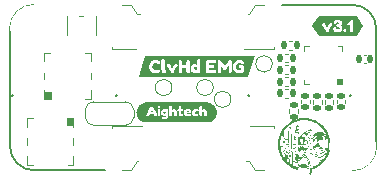
<source format=gbr>
%TF.GenerationSoftware,KiCad,Pcbnew,6.0.8-f2edbf62ab~116~ubuntu22.04.1*%
%TF.CreationDate,2022-11-01T10:45:10+00:00*%
%TF.ProjectId,cleverhand_emg,636c6576-6572-4686-916e-645f656d672e,3.0*%
%TF.SameCoordinates,Original*%
%TF.FileFunction,Legend,Top*%
%TF.FilePolarity,Positive*%
%FSLAX46Y46*%
G04 Gerber Fmt 4.6, Leading zero omitted, Abs format (unit mm)*
G04 Created by KiCad (PCBNEW 6.0.8-f2edbf62ab~116~ubuntu22.04.1) date 2022-11-01 10:45:10*
%MOMM*%
%LPD*%
G01*
G04 APERTURE LIST*
G04 Aperture macros list*
%AMRoundRect*
0 Rectangle with rounded corners*
0 $1 Rounding radius*
0 $2 $3 $4 $5 $6 $7 $8 $9 X,Y pos of 4 corners*
0 Add a 4 corners polygon primitive as box body*
4,1,4,$2,$3,$4,$5,$6,$7,$8,$9,$2,$3,0*
0 Add four circle primitives for the rounded corners*
1,1,$1+$1,$2,$3*
1,1,$1+$1,$4,$5*
1,1,$1+$1,$6,$7*
1,1,$1+$1,$8,$9*
0 Add four rect primitives between the rounded corners*
20,1,$1+$1,$2,$3,$4,$5,0*
20,1,$1+$1,$4,$5,$6,$7,0*
20,1,$1+$1,$6,$7,$8,$9,0*
20,1,$1+$1,$8,$9,$2,$3,0*%
%AMFreePoly0*
4,1,20,0.000000,0.744959,0.073905,0.744508,0.209726,0.703889,0.328688,0.626782,0.421226,0.519385,0.479903,0.390333,0.500000,0.250000,0.500000,-0.250000,0.499851,-0.262216,0.476331,-0.402017,0.414519,-0.529596,0.319384,-0.634700,0.198574,-0.708877,0.061801,-0.746166,0.000000,-0.745033,0.000000,-0.750000,-0.550000,-0.750000,-0.550000,0.750000,0.000000,0.750000,0.000000,0.744959,
0.000000,0.744959,$1*%
%AMFreePoly1*
4,1,22,0.550000,-0.750000,0.000000,-0.750000,0.000000,-0.745033,-0.079941,-0.743568,-0.215256,-0.701293,-0.333266,-0.622738,-0.424486,-0.514219,-0.481581,-0.384460,-0.499164,-0.250000,-0.500000,-0.250000,-0.500000,0.250000,-0.499164,0.250000,-0.499963,0.256109,-0.478152,0.396186,-0.417904,0.524511,-0.324060,0.630769,-0.204165,0.706417,-0.067858,0.745374,0.000000,0.744959,0.000000,0.750000,
0.550000,0.750000,0.550000,-0.750000,0.550000,-0.750000,$1*%
G04 Aperture macros list end*
%ADD10C,0.152400*%
%ADD11C,0.120000*%
%ADD12C,2.000000*%
%ADD13C,1.000000*%
%ADD14R,0.849884X0.279908*%
%ADD15R,0.279908X0.849884*%
%ADD16R,0.508000X0.863600*%
%ADD17FreePoly0,0.000000*%
%ADD18R,1.000000X1.500000*%
%ADD19FreePoly1,0.000000*%
%ADD20RoundRect,0.140000X-0.140000X-0.170000X0.140000X-0.170000X0.140000X0.170000X-0.140000X0.170000X0*%
%ADD21RoundRect,0.140000X0.170000X-0.140000X0.170000X0.140000X-0.170000X0.140000X-0.170000X-0.140000X0*%
%ADD22RoundRect,0.135000X-0.185000X0.135000X-0.185000X-0.135000X0.185000X-0.135000X0.185000X0.135000X0*%
%ADD23R,0.304800X0.845299*%
%ADD24R,1.803400X1.803400*%
%ADD25R,0.204000X0.757199*%
%ADD26R,0.757199X0.204000*%
%ADD27R,1.397000X2.895600*%
%ADD28R,0.508000X1.600200*%
%ADD29RoundRect,0.140000X-0.170000X0.140000X-0.170000X-0.140000X0.170000X-0.140000X0.170000X0.140000X0*%
%ADD30RoundRect,0.135000X0.135000X0.185000X-0.135000X0.185000X-0.135000X-0.185000X0.135000X-0.185000X0*%
G04 APERTURE END LIST*
D10*
X142000000Y-106000000D02*
G75*
G03*
X144000006Y-108000000I2000000J0D01*
G01*
X150000000Y-108000000D02*
X144000006Y-108000000D01*
X173000000Y-96000000D02*
G75*
G03*
X171000000Y-94000000I-2000000J0D01*
G01*
X171000000Y-108000000D02*
G75*
G03*
X173000000Y-106000000I0J2000000D01*
G01*
X171000000Y-94000000D02*
X165000000Y-94000000D01*
X142000006Y-106000000D02*
X142000000Y-96000000D01*
X144000000Y-94000000D02*
G75*
G03*
X142000000Y-96000000I0J-2000000D01*
G01*
X173000000Y-106000000D02*
X173000000Y-96000000D01*
%TO.C,kibuzzard-6360F8A7*%
G36*
X167562507Y-95770000D02*
G01*
X167641088Y-95652128D01*
X168419122Y-95652128D01*
X168447697Y-95729281D01*
X168744877Y-96237916D01*
X168757736Y-96253632D01*
X168797026Y-96284350D01*
X168855605Y-96299352D01*
X168917756Y-96280064D01*
X168963476Y-96236487D01*
X169112601Y-95980741D01*
X169344952Y-95980741D01*
X169360668Y-96057893D01*
X169363526Y-96072181D01*
X169379242Y-96109328D01*
X169414603Y-96166121D01*
X169454966Y-96210769D01*
X169537516Y-96266332D01*
X169632766Y-96299669D01*
X169740716Y-96310782D01*
X169849459Y-96299749D01*
X169945186Y-96266649D01*
X170027894Y-96211484D01*
X170070018Y-96163621D01*
X170213632Y-96163621D01*
X170241493Y-96266491D01*
X170283998Y-96286850D01*
X170355793Y-96293637D01*
X170425980Y-96283278D01*
X170463663Y-96252203D01*
X170478665Y-96212913D01*
X170480808Y-96162192D01*
X170480808Y-96156477D01*
X170456519Y-96056464D01*
X170410264Y-96033962D01*
X170337219Y-96026461D01*
X170267031Y-96037176D01*
X170229348Y-96069323D01*
X170215775Y-96107899D01*
X170213632Y-96157906D01*
X170213632Y-96163621D01*
X170070018Y-96163621D01*
X170091394Y-96139332D01*
X170129494Y-96055274D01*
X170142194Y-95959309D01*
X170130407Y-95886443D01*
X170095046Y-95822149D01*
X170050040Y-95775715D01*
X170007892Y-95744997D01*
X170007892Y-95734996D01*
X170069804Y-95690149D01*
X170106952Y-95629903D01*
X170115241Y-95579262D01*
X170537958Y-95579262D01*
X170582964Y-95667844D01*
X170669403Y-95717851D01*
X170769416Y-95673559D01*
X170787989Y-95656414D01*
X170787989Y-96166478D01*
X170790133Y-96218627D01*
X170803706Y-96257918D01*
X170841925Y-96285779D01*
X170913719Y-96295066D01*
X170987300Y-96285422D01*
X171025162Y-96256489D01*
X171038735Y-96218627D01*
X171040878Y-96169336D01*
X171040878Y-95373522D01*
X171033734Y-95297798D01*
X171013732Y-95267080D01*
X170976584Y-95250649D01*
X170908719Y-95243506D01*
X170827994Y-95280653D01*
X170823708Y-95283511D01*
X170589393Y-95494966D01*
X170537958Y-95579262D01*
X170115241Y-95579262D01*
X170119334Y-95554259D01*
X170108063Y-95473693D01*
X170074249Y-95398684D01*
X170017893Y-95329231D01*
X169942011Y-95273668D01*
X169849618Y-95240331D01*
X169740716Y-95229218D01*
X169669814Y-95234219D01*
X169605699Y-95249221D01*
X169511401Y-95293512D01*
X169452108Y-95349947D01*
X169420676Y-95394953D01*
X169387814Y-95492108D01*
X169405674Y-95543186D01*
X169459252Y-95587834D01*
X169537833Y-95613552D01*
X169592126Y-95595693D01*
X169632131Y-95542114D01*
X169640703Y-95524969D01*
X169677851Y-95490679D01*
X169758575Y-95473534D01*
X169837871Y-95500681D01*
X169866446Y-95557831D01*
X169839299Y-95599622D01*
X169757861Y-95613552D01*
X169683566Y-95620696D01*
X169643918Y-95659629D01*
X169630702Y-95739282D01*
X169640346Y-95812505D01*
X169669278Y-95849296D01*
X169706426Y-95863583D01*
X169771434Y-95866441D01*
X169854301Y-95895730D01*
X169889306Y-95963596D01*
X169853587Y-96032890D01*
X169807867Y-96055929D01*
X169742144Y-96063608D01*
X169682137Y-96055036D01*
X169603556Y-95986456D01*
X169560693Y-95912161D01*
X169484969Y-95897873D01*
X169379956Y-95918590D01*
X169344952Y-95980741D01*
X169112601Y-95980741D01*
X169259227Y-95729281D01*
X169287802Y-95650699D01*
X169269228Y-95602122D01*
X169213507Y-95556402D01*
X169134926Y-95526398D01*
X169089206Y-95538542D01*
X169064202Y-95562831D01*
X169040628Y-95602122D01*
X168853462Y-95962167D01*
X168666296Y-95602122D01*
X168628434Y-95544258D01*
X168579142Y-95524969D01*
X168493417Y-95556402D01*
X168437696Y-95602479D01*
X168419122Y-95652128D01*
X167641088Y-95652128D01*
X168121466Y-94931562D01*
X171338534Y-94931562D01*
X171897493Y-95770000D01*
X171338534Y-96608438D01*
X168121466Y-96608438D01*
X167562507Y-95770000D01*
G37*
%TO.C,kibuzzard-6360EEA9*%
G36*
X157114412Y-102989272D02*
G01*
X157135248Y-103033325D01*
X157090005Y-103071425D01*
X156939986Y-103071425D01*
X156978086Y-103004155D01*
X157054881Y-102972603D01*
X157114412Y-102989272D01*
G37*
G36*
X154057483Y-103063091D02*
G01*
X153899130Y-103063091D01*
X153977711Y-102899975D01*
X154057483Y-103063091D01*
G37*
G36*
X155148095Y-103032730D02*
G01*
X155175480Y-103102977D01*
X155146905Y-103172033D01*
X155074872Y-103203584D01*
X155001053Y-103172628D01*
X154970692Y-103102977D01*
X154999267Y-103032134D01*
X155074277Y-102999988D01*
X155148095Y-103032730D01*
G37*
G36*
X153457989Y-103939298D02*
G01*
X153376121Y-103927154D01*
X153295838Y-103907045D01*
X153217913Y-103879162D01*
X153143095Y-103843777D01*
X153072107Y-103801228D01*
X153005631Y-103751926D01*
X152944307Y-103696345D01*
X152888727Y-103635022D01*
X152839425Y-103568545D01*
X152796876Y-103497557D01*
X152761490Y-103422740D01*
X152733608Y-103344814D01*
X152732231Y-103339316D01*
X153540752Y-103339316D01*
X153558016Y-103379797D01*
X153609808Y-103415516D01*
X153673506Y-103435756D01*
X153711606Y-103424445D01*
X153733037Y-103402419D01*
X153751492Y-103367891D01*
X153813405Y-103239303D01*
X154143208Y-103239303D01*
X154205120Y-103367891D01*
X154223575Y-103403609D01*
X154245006Y-103426231D01*
X154283106Y-103436947D01*
X154346805Y-103416706D01*
X154398597Y-103380095D01*
X154415861Y-103339316D01*
X154409511Y-103320266D01*
X154481345Y-103320266D01*
X154483131Y-103361938D01*
X154493252Y-103392894D01*
X154524505Y-103417004D01*
X154584930Y-103425041D01*
X154645949Y-103417302D01*
X154676608Y-103394084D01*
X154687919Y-103362533D01*
X154689705Y-103321456D01*
X154689705Y-103102381D01*
X154767095Y-103102381D01*
X154776686Y-103179970D01*
X154805460Y-103250812D01*
X154853416Y-103314908D01*
X154912352Y-103365509D01*
X154974066Y-103395870D01*
X155038558Y-103405991D01*
X155123985Y-103391108D01*
X155182623Y-103346459D01*
X155182623Y-103382178D01*
X155154048Y-103467903D01*
X155080230Y-103503622D01*
X155015936Y-103492609D01*
X154956405Y-103459569D01*
X154921877Y-103445281D01*
X154892706Y-103454806D01*
X154857583Y-103489334D01*
X154821864Y-103571487D01*
X154842402Y-103609290D01*
X154904017Y-103651259D01*
X154988254Y-103684299D01*
X155076658Y-103695312D01*
X155153387Y-103685986D01*
X155224824Y-103658006D01*
X155290970Y-103611373D01*
X155343887Y-103549527D01*
X155375637Y-103475907D01*
X155386220Y-103390512D01*
X155386220Y-103320266D01*
X155481470Y-103320266D01*
X155483256Y-103361938D01*
X155493377Y-103392894D01*
X155524630Y-103417004D01*
X155585055Y-103425041D01*
X155646074Y-103417302D01*
X155676733Y-103394084D01*
X155688044Y-103362533D01*
X155689830Y-103321456D01*
X155689830Y-103090475D01*
X155726739Y-103032730D01*
X155801153Y-103007131D01*
X155870805Y-103034516D01*
X155898189Y-103110716D01*
X155898189Y-103319075D01*
X155899975Y-103361938D01*
X155911286Y-103394084D01*
X155942837Y-103417302D01*
X156001773Y-103425041D01*
X156062793Y-103417302D01*
X156093452Y-103394084D01*
X156104762Y-103362533D01*
X156106548Y-103321456D01*
X156106548Y-103111906D01*
X156097751Y-103029092D01*
X156071359Y-102955273D01*
X156045954Y-102917834D01*
X156172033Y-102917834D01*
X156189297Y-102986891D01*
X156232755Y-103007131D01*
X156281570Y-103003559D01*
X156281570Y-103179772D01*
X156288714Y-103260073D01*
X156310145Y-103323176D01*
X156345864Y-103369081D01*
X156395341Y-103400170D01*
X156458047Y-103418823D01*
X156533983Y-103425041D01*
X156573869Y-103423255D01*
X156605420Y-103413134D01*
X156630423Y-103381880D01*
X156638758Y-103321456D01*
X156611373Y-103241684D01*
X156579822Y-103230373D01*
X156536959Y-103228587D01*
X156498859Y-103214300D01*
X156488739Y-103167866D01*
X156488739Y-103114288D01*
X156718530Y-103114288D01*
X156726864Y-103191149D01*
X156751867Y-103262983D01*
X156793539Y-103329791D01*
X156839229Y-103374886D01*
X156900100Y-103410158D01*
X156973472Y-103432929D01*
X157056667Y-103440519D01*
X157167619Y-103433896D01*
X157246870Y-103414027D01*
X157294420Y-103380913D01*
X157310270Y-103334553D01*
X157294792Y-103279784D01*
X157229308Y-103226206D01*
X157181683Y-103239303D01*
X157168586Y-103244066D01*
X157121854Y-103254781D01*
X157060239Y-103258353D01*
X156981658Y-103235731D01*
X156942367Y-103179772D01*
X157224545Y-103179772D01*
X157304912Y-103144648D01*
X157326701Y-103108930D01*
X157400758Y-103108930D01*
X157408497Y-103182451D01*
X157431714Y-103249423D01*
X157467135Y-103306722D01*
X157511486Y-103351222D01*
X157580674Y-103395540D01*
X157651715Y-103422130D01*
X157724608Y-103430994D01*
X157815691Y-103419088D01*
X157891295Y-103383369D01*
X157940409Y-103342590D01*
X157948761Y-103320266D01*
X158034170Y-103320266D01*
X158035956Y-103361938D01*
X158046077Y-103392894D01*
X158077330Y-103417004D01*
X158137755Y-103425041D01*
X158198774Y-103417302D01*
X158229433Y-103394084D01*
X158240744Y-103362533D01*
X158242530Y-103321456D01*
X158242530Y-103090475D01*
X158279439Y-103032730D01*
X158353853Y-103007131D01*
X158423505Y-103034516D01*
X158450889Y-103110716D01*
X158450889Y-103319075D01*
X158452675Y-103361938D01*
X158463986Y-103394084D01*
X158495537Y-103417302D01*
X158554473Y-103425041D01*
X158615493Y-103417302D01*
X158646152Y-103394084D01*
X158657462Y-103362533D01*
X158659248Y-103321456D01*
X158659248Y-103111906D01*
X158650451Y-103029092D01*
X158624059Y-102955273D01*
X158580072Y-102890450D01*
X158522856Y-102840179D01*
X158456776Y-102810017D01*
X158381833Y-102799962D01*
X158307121Y-102818120D01*
X158242530Y-102872591D01*
X158242530Y-102609462D01*
X158240744Y-102568386D01*
X158229433Y-102536834D01*
X158199072Y-102512724D01*
X158138945Y-102504688D01*
X158077628Y-102512724D01*
X158046077Y-102536834D01*
X158035956Y-102567195D01*
X158034170Y-102608272D01*
X158034170Y-103320266D01*
X157948761Y-103320266D01*
X157956780Y-103298834D01*
X157929395Y-103236922D01*
X157882068Y-103189595D01*
X157842480Y-103173819D01*
X157789497Y-103195845D01*
X157719250Y-103217872D01*
X157648408Y-103189892D01*
X157615070Y-103111311D01*
X157649598Y-103032134D01*
X157724012Y-103003559D01*
X157785330Y-103023800D01*
X157849623Y-103049994D01*
X157889807Y-103033623D01*
X157931777Y-102984509D01*
X157956780Y-102916048D01*
X157925823Y-102861875D01*
X157892486Y-102839253D01*
X157873436Y-102827347D01*
X157810333Y-102802939D01*
X157722227Y-102790437D01*
X157649069Y-102799169D01*
X157578822Y-102825362D01*
X157511486Y-102869019D01*
X157467135Y-102913221D01*
X157431714Y-102969627D01*
X157408497Y-103035706D01*
X157400758Y-103108930D01*
X157326701Y-103108930D01*
X157332148Y-103100000D01*
X157341227Y-103036302D01*
X157331106Y-102965906D01*
X157300745Y-102901166D01*
X157256543Y-102850118D01*
X157201328Y-102813655D01*
X157135100Y-102791777D01*
X157057858Y-102784484D01*
X156966378Y-102794472D01*
X156885614Y-102824436D01*
X156815566Y-102874377D01*
X156761657Y-102940985D01*
X156729311Y-103020956D01*
X156718530Y-103114288D01*
X156488739Y-103114288D01*
X156488739Y-103003559D01*
X156566130Y-103008322D01*
X156607206Y-103006536D01*
X156638758Y-102996416D01*
X156662868Y-102965162D01*
X156670905Y-102904738D01*
X156663166Y-102843718D01*
X156639948Y-102813059D01*
X156608397Y-102801748D01*
X156567916Y-102799962D01*
X156488739Y-102804725D01*
X156488739Y-102688044D01*
X156482786Y-102627322D01*
X156450937Y-102594282D01*
X156386345Y-102583269D01*
X156325326Y-102590710D01*
X156294667Y-102613034D01*
X156283356Y-102641609D01*
X156281570Y-102682091D01*
X156281570Y-102804725D01*
X156242280Y-102799962D01*
X156194655Y-102815441D01*
X156177986Y-102846992D01*
X156172033Y-102917834D01*
X156045954Y-102917834D01*
X156027372Y-102890450D01*
X155970156Y-102840179D01*
X155904076Y-102810017D01*
X155829133Y-102799962D01*
X155754421Y-102818120D01*
X155689830Y-102872591D01*
X155689830Y-102609462D01*
X155688044Y-102568386D01*
X155676733Y-102536834D01*
X155646372Y-102512724D01*
X155586245Y-102504688D01*
X155524928Y-102512724D01*
X155493377Y-102536834D01*
X155483256Y-102567195D01*
X155481470Y-102608272D01*
X155481470Y-103320266D01*
X155386220Y-103320266D01*
X155386220Y-102897594D01*
X155384434Y-102857112D01*
X155373719Y-102826752D01*
X155343358Y-102802344D01*
X155275492Y-102795200D01*
X155208222Y-102812464D01*
X155183814Y-102863066D01*
X155164169Y-102839848D01*
X155118330Y-102812464D01*
X155044511Y-102797581D01*
X154977307Y-102807768D01*
X154913807Y-102838327D01*
X154854011Y-102889259D01*
X154805724Y-102953685D01*
X154776753Y-103024726D01*
X154767095Y-103102381D01*
X154689705Y-103102381D01*
X154689705Y-102904738D01*
X154688514Y-102870209D01*
X154667083Y-102819012D01*
X154586120Y-102798772D01*
X154585525Y-102798847D01*
X154524803Y-102806511D01*
X154493252Y-102829728D01*
X154483131Y-102861280D01*
X154481345Y-102902356D01*
X154481345Y-103320266D01*
X154409511Y-103320266D01*
X154395620Y-103278594D01*
X154074152Y-102614225D01*
X154069115Y-102608272D01*
X154481345Y-102608272D01*
X154483131Y-102649348D01*
X154493847Y-102680900D01*
X154525398Y-102705903D01*
X154585525Y-102713047D01*
X154645652Y-102705903D01*
X154677203Y-102681495D01*
X154687919Y-102650539D01*
X154689705Y-102609462D01*
X154687919Y-102568386D01*
X154676608Y-102536834D01*
X154646247Y-102512724D01*
X154586120Y-102504688D01*
X154524803Y-102512724D01*
X154493252Y-102536834D01*
X154483131Y-102567195D01*
X154481345Y-102608272D01*
X154069115Y-102608272D01*
X154034861Y-102567791D01*
X153978902Y-102552313D01*
X153922347Y-102568981D01*
X153882461Y-102613034D01*
X153560992Y-103278594D01*
X153540752Y-103339316D01*
X152732231Y-103339316D01*
X152713498Y-103264531D01*
X152701354Y-103182664D01*
X152697293Y-103100000D01*
X152701354Y-103017336D01*
X152713498Y-102935469D01*
X152733608Y-102855186D01*
X152761490Y-102777260D01*
X152796876Y-102702443D01*
X152839425Y-102631455D01*
X152888727Y-102564978D01*
X152944307Y-102503655D01*
X153005631Y-102448074D01*
X153072107Y-102398772D01*
X153143095Y-102356223D01*
X153217913Y-102320838D01*
X153295838Y-102292955D01*
X153376121Y-102272846D01*
X153457989Y-102260702D01*
X153540652Y-102256641D01*
X158659348Y-102256641D01*
X158742011Y-102260702D01*
X158823879Y-102272846D01*
X158904162Y-102292955D01*
X158982087Y-102320838D01*
X159056905Y-102356223D01*
X159127893Y-102398772D01*
X159194369Y-102448074D01*
X159255693Y-102503655D01*
X159311273Y-102564978D01*
X159360575Y-102631455D01*
X159403124Y-102702443D01*
X159438510Y-102777260D01*
X159466392Y-102855186D01*
X159486502Y-102935469D01*
X159498646Y-103017336D01*
X159502707Y-103100000D01*
X159498646Y-103182664D01*
X159486502Y-103264531D01*
X159466392Y-103344814D01*
X159438510Y-103422740D01*
X159403124Y-103497557D01*
X159360575Y-103568545D01*
X159311273Y-103635022D01*
X159255693Y-103696345D01*
X159194369Y-103751926D01*
X159127893Y-103801228D01*
X159056905Y-103843777D01*
X158982087Y-103879162D01*
X158904162Y-103907045D01*
X158823879Y-103927154D01*
X158742011Y-103939298D01*
X158659348Y-103943359D01*
X153540652Y-103943359D01*
X153457989Y-103939298D01*
G37*
D11*
%TO.C,TP4*%
X164200000Y-99000000D02*
G75*
G03*
X164200000Y-99000000I-700000J0D01*
G01*
%TO.C,kibuzzard-6360EE7B*%
G36*
X157798492Y-99289733D02*
G01*
X157833933Y-99380975D01*
X157796984Y-99470708D01*
X157704234Y-99511428D01*
X157609222Y-99470708D01*
X157570011Y-99380221D01*
X157606206Y-99288979D01*
X157702726Y-99247506D01*
X157798492Y-99289733D01*
G37*
G36*
X153450819Y-98293868D02*
G01*
X162692860Y-98293868D01*
X162149181Y-100106132D01*
X152907140Y-100106132D01*
X153173324Y-99218852D01*
X153765012Y-99218852D01*
X153775003Y-99332149D01*
X153804977Y-99436776D01*
X153850409Y-99528017D01*
X153906775Y-99601161D01*
X153972567Y-99660355D01*
X154046277Y-99709746D01*
X154122814Y-99747826D01*
X154197089Y-99773088D01*
X154269856Y-99787226D01*
X154341869Y-99791939D01*
X154414825Y-99785907D01*
X154490420Y-99767809D01*
X154592218Y-99728598D01*
X154644248Y-99696927D01*
X154691754Y-99659224D01*
X154712114Y-99606440D01*
X154678935Y-99521985D01*
X154626528Y-99458643D01*
X154811650Y-99458643D01*
X154822207Y-99598145D01*
X154853878Y-99693911D01*
X154908924Y-99744056D01*
X155004690Y-99770825D01*
X155125340Y-99777612D01*
X155191698Y-99761777D01*
X155214320Y-99722188D01*
X155221860Y-99645651D01*
X155191698Y-99538574D01*
X155166060Y-99525755D01*
X155124586Y-99523493D01*
X155084621Y-99509166D01*
X155075572Y-99440546D01*
X155075572Y-99101218D01*
X155267104Y-99101218D01*
X155297267Y-99182657D01*
X155610957Y-99719549D01*
X155624530Y-99736138D01*
X155666003Y-99768563D01*
X155727836Y-99784398D01*
X155793440Y-99764039D01*
X155841700Y-99718041D01*
X155886548Y-99641127D01*
X156266991Y-99641127D01*
X156276040Y-99719549D01*
X156316005Y-99761400D01*
X156399706Y-99775350D01*
X156477374Y-99765170D01*
X156517340Y-99734630D01*
X156531667Y-99694665D01*
X156533929Y-99642635D01*
X156533929Y-99334977D01*
X156933582Y-99334977D01*
X156933582Y-99641127D01*
X156942631Y-99719549D01*
X156982596Y-99761400D01*
X157066297Y-99775350D01*
X157143966Y-99765170D01*
X157183931Y-99734630D01*
X157198258Y-99694665D01*
X157200520Y-99642635D01*
X157200520Y-99379467D01*
X157306089Y-99379467D01*
X157318489Y-99480176D01*
X157355690Y-99572172D01*
X157417690Y-99655454D01*
X157494772Y-99721225D01*
X157577216Y-99760687D01*
X157665023Y-99773842D01*
X157765690Y-99755744D01*
X157841473Y-99701452D01*
X157876726Y-99756875D01*
X157958353Y-99775350D01*
X158042620Y-99765170D01*
X158085790Y-99734630D01*
X158100117Y-99696173D01*
X158102379Y-99644143D01*
X158102379Y-99642635D01*
X158604585Y-99642635D01*
X158613633Y-99719549D01*
X158653599Y-99762531D01*
X158737300Y-99776858D01*
X159334517Y-99776858D01*
X159412940Y-99767809D01*
X159454790Y-99727844D01*
X159468740Y-99644143D01*
X159468345Y-99641127D01*
X159566768Y-99641127D01*
X159569031Y-99695419D01*
X159583358Y-99734630D01*
X159623323Y-99765170D01*
X159697975Y-99775350D01*
X159774890Y-99765170D01*
X159815609Y-99734630D01*
X159829936Y-99696173D01*
X159832198Y-99644143D01*
X159832198Y-99135905D01*
X159860099Y-99173419D01*
X159928718Y-99267866D01*
X160002994Y-99369476D01*
X160047860Y-99428481D01*
X160059925Y-99445070D01*
X160099891Y-99475987D01*
X160161724Y-99491822D01*
X160225065Y-99474479D01*
X160262014Y-99447333D01*
X160289160Y-99411892D01*
X160321962Y-99367213D01*
X160381156Y-99284455D01*
X160444874Y-99196418D01*
X160491249Y-99135905D01*
X160491249Y-99641127D01*
X160498790Y-99719549D01*
X160519903Y-99749712D01*
X160559115Y-99767809D01*
X160628488Y-99775350D01*
X160700878Y-99766301D01*
X160743860Y-99726713D01*
X160758187Y-99644143D01*
X160758187Y-99212819D01*
X160856215Y-99212819D01*
X160866584Y-99328332D01*
X160897689Y-99435079D01*
X160949531Y-99533060D01*
X161022109Y-99622275D01*
X161108732Y-99696503D01*
X161202707Y-99749523D01*
X161304034Y-99781335D01*
X161412713Y-99791939D01*
X161531478Y-99783739D01*
X161634408Y-99759137D01*
X161721502Y-99718135D01*
X161792761Y-99660732D01*
X161834988Y-99568737D01*
X161834988Y-99236949D01*
X161819907Y-99152494D01*
X161720371Y-99110267D01*
X161454941Y-99110267D01*
X161382551Y-99123840D01*
X161357667Y-99157018D01*
X161350880Y-99221114D01*
X161356913Y-99284455D01*
X161382551Y-99319896D01*
X161448908Y-99331961D01*
X161568050Y-99331961D01*
X161568050Y-99496347D01*
X161497545Y-99516706D01*
X161418746Y-99523493D01*
X161310161Y-99500682D01*
X161213641Y-99432251D01*
X161163370Y-99367067D01*
X161133208Y-99293169D01*
X161123153Y-99210557D01*
X161145398Y-99092546D01*
X161212133Y-98999419D01*
X161307522Y-98938906D01*
X161415730Y-98918735D01*
X161497168Y-98929103D01*
X161566542Y-98960208D01*
X161658538Y-99001682D01*
X161709437Y-98981699D01*
X161765615Y-98921751D01*
X161800302Y-98836542D01*
X161759582Y-98769430D01*
X161651835Y-98704078D01*
X161539731Y-98664867D01*
X161423270Y-98651797D01*
X161312423Y-98661835D01*
X161209117Y-98691950D01*
X161113351Y-98742143D01*
X161025125Y-98812412D01*
X160951227Y-98897668D01*
X160898443Y-98992821D01*
X160866772Y-99097872D01*
X160856215Y-99212819D01*
X160758187Y-99212819D01*
X160758187Y-98807133D01*
X160755925Y-98754349D01*
X160741598Y-98713630D01*
X160701821Y-98683090D01*
X160624718Y-98672910D01*
X160546484Y-98683090D01*
X160503314Y-98713630D01*
X160462112Y-98766293D01*
X160407277Y-98837417D01*
X160338808Y-98926999D01*
X160256705Y-99035041D01*
X160160970Y-99161543D01*
X159818625Y-98712122D01*
X159809577Y-98703073D01*
X159771119Y-98682713D01*
X159700992Y-98672910D01*
X159624077Y-98682713D01*
X159583358Y-98712122D01*
X159569031Y-98752087D01*
X159566768Y-98804117D01*
X159566768Y-99641127D01*
X159468345Y-99641127D01*
X159458560Y-99566474D01*
X159428021Y-99526509D01*
X159388056Y-99512182D01*
X159336025Y-99509920D01*
X158871523Y-99509920D01*
X158871523Y-99357599D01*
X159167115Y-99357599D01*
X159245538Y-99348550D01*
X159288519Y-99308585D01*
X159302847Y-99224884D01*
X159292667Y-99147216D01*
X159262127Y-99107250D01*
X159222162Y-99092923D01*
X159170132Y-99090661D01*
X158871523Y-99090661D01*
X158871523Y-98938340D01*
X159334517Y-98938340D01*
X159412940Y-98929292D01*
X159454790Y-98889326D01*
X159468740Y-98805625D01*
X159458560Y-98727957D01*
X159428021Y-98687992D01*
X159388056Y-98673664D01*
X159336025Y-98671402D01*
X158741824Y-98671402D01*
X158633239Y-98699303D01*
X158604585Y-98804117D01*
X158604585Y-99642635D01*
X158102379Y-99642635D01*
X158102379Y-98743792D01*
X158100117Y-98691762D01*
X158086544Y-98651797D01*
X158046578Y-98620126D01*
X157970418Y-98611077D01*
X157894258Y-98620126D01*
X157854293Y-98651043D01*
X157840719Y-98690254D01*
X157838457Y-98742284D01*
X157838457Y-99058990D01*
X157764182Y-99002436D01*
X157665023Y-98983584D01*
X157577970Y-98996822D01*
X157495778Y-99036536D01*
X157418444Y-99102726D01*
X157356025Y-99186427D01*
X157318573Y-99278674D01*
X157306089Y-99379467D01*
X157200520Y-99379467D01*
X157200520Y-98805625D01*
X157192980Y-98727203D01*
X157171866Y-98697040D01*
X157132655Y-98678943D01*
X157063281Y-98671402D01*
X156990891Y-98680451D01*
X156950172Y-98712122D01*
X156935844Y-98752087D01*
X156933582Y-98804117D01*
X156933582Y-99113283D01*
X156533929Y-99113283D01*
X156533929Y-98805625D01*
X156526388Y-98727203D01*
X156485292Y-98685352D01*
X156401214Y-98671402D01*
X156323546Y-98681582D01*
X156283580Y-98712122D01*
X156269253Y-98752087D01*
X156266991Y-98804117D01*
X156266991Y-99641127D01*
X155886548Y-99641127D01*
X156153882Y-99182657D01*
X156184044Y-99099710D01*
X156164438Y-99048433D01*
X156105622Y-99000173D01*
X156022675Y-98968503D01*
X155974415Y-98981322D01*
X155948023Y-99006960D01*
X155923138Y-99048433D01*
X155725574Y-99428481D01*
X155528010Y-99048433D01*
X155488044Y-98987354D01*
X155436014Y-98966995D01*
X155345527Y-99000173D01*
X155286710Y-99048810D01*
X155267104Y-99101218D01*
X155075572Y-99101218D01*
X155075572Y-98742284D01*
X155073310Y-98689500D01*
X155058983Y-98648780D01*
X155019018Y-98618241D01*
X154944365Y-98608061D01*
X154866697Y-98618241D01*
X154826732Y-98648780D01*
X154813913Y-98688746D01*
X154811650Y-98740776D01*
X154811650Y-99458643D01*
X154626528Y-99458643D01*
X154577891Y-99437530D01*
X154505501Y-99467692D01*
X154478355Y-99487298D01*
X154418784Y-99511428D01*
X154330558Y-99523493D01*
X154232907Y-99506903D01*
X154139027Y-99457135D01*
X154062112Y-99362123D01*
X154039490Y-99297840D01*
X154031950Y-99225638D01*
X154039490Y-99153437D01*
X154062112Y-99089153D01*
X154137518Y-98995649D01*
X154233284Y-98944750D01*
X154330558Y-98927783D01*
X154425570Y-98940603D01*
X154499468Y-98979060D01*
X154576383Y-99012238D01*
X154626151Y-98991879D01*
X154681952Y-98930800D01*
X154713622Y-98847099D01*
X154674411Y-98775463D01*
X154632183Y-98748317D01*
X154595988Y-98727203D01*
X154485141Y-98682713D01*
X154412563Y-98666312D01*
X154341115Y-98660845D01*
X154241747Y-98669894D01*
X154142713Y-98697040D01*
X154044015Y-98742284D01*
X153969928Y-98789601D01*
X153904513Y-98847099D01*
X153848901Y-98917981D01*
X153804223Y-99005452D01*
X153774814Y-99106685D01*
X153765012Y-99218852D01*
X153173324Y-99218852D01*
X153450819Y-98293868D01*
G37*
%TO.C,TP2*%
X159200000Y-101000000D02*
G75*
G03*
X159200000Y-101000000I-700000J0D01*
G01*
%TO.C,TP3*%
X160700000Y-102000000D02*
G75*
G03*
X160700000Y-102000000I-700000J0D01*
G01*
%TO.C,TP1*%
X155700000Y-101000000D02*
G75*
G03*
X155700000Y-101000000I-700000J0D01*
G01*
%TO.C,U2*%
X144908000Y-101962000D02*
X145460000Y-101962000D01*
X145460000Y-101962000D02*
X145460000Y-101410000D01*
X145460000Y-101410000D02*
X144908000Y-101410000D01*
X144908000Y-101410000D02*
X144908000Y-101962000D01*
G36*
X144908000Y-101962000D02*
G01*
X145460000Y-101962000D01*
X145460000Y-101410000D01*
X144908000Y-101410000D01*
X144908000Y-101962000D01*
G37*
X148812000Y-98058000D02*
X148332695Y-98058000D01*
X148812000Y-100287307D02*
X148812000Y-99732693D01*
X145387305Y-98058000D02*
X144908000Y-98058000D01*
X144908000Y-98058000D02*
X144908000Y-98787305D01*
X148812000Y-98787305D02*
X148812000Y-98058000D01*
X148812000Y-101962000D02*
X148812000Y-101232695D01*
X148332695Y-101962000D02*
X148812000Y-101962000D01*
X144908000Y-101232695D02*
X144908000Y-101962000D01*
X144908000Y-101962000D02*
X145387305Y-101962000D01*
X144908000Y-99732693D02*
X144908000Y-100287307D01*
%TO.C,D2*%
X151101600Y-101701600D02*
G75*
G03*
X151101600Y-101701600I-101600J0D01*
G01*
%TO.C,JP1*%
X148360000Y-103500000D02*
G75*
G03*
X149060000Y-104200000I699999J-1D01*
G01*
X152460000Y-102900000D02*
G75*
G03*
X151760000Y-102200000I-700000J0D01*
G01*
X151760000Y-104200000D02*
G75*
G03*
X152460000Y-103500000I0J700000D01*
G01*
X149060000Y-102200000D02*
G75*
G03*
X148360000Y-102900000I-1J-699999D01*
G01*
X152460000Y-102900000D02*
X152460000Y-103500000D01*
X151810000Y-104200000D02*
X149010000Y-104200000D01*
X148360000Y-103500000D02*
X148360000Y-102900000D01*
X149010000Y-102200000D02*
X151810000Y-102200000D01*
%TO.C,D1*%
X142301600Y-101701600D02*
G75*
G03*
X142301600Y-101701600I-101600J0D01*
G01*
%TO.C,G\u002A\u002A\u002A*%
G36*
X165768154Y-106083125D02*
G01*
X165777495Y-106064187D01*
X165790396Y-106048470D01*
X165799342Y-106041920D01*
X165809146Y-106035611D01*
X165814377Y-106028120D01*
X165817003Y-106016004D01*
X165817693Y-106009801D01*
X165817978Y-106002499D01*
X165818285Y-105986416D01*
X165818608Y-105962084D01*
X165818946Y-105930036D01*
X165819294Y-105890802D01*
X165819649Y-105844916D01*
X165820008Y-105792908D01*
X165820367Y-105735311D01*
X165820723Y-105672657D01*
X165821072Y-105605477D01*
X165821411Y-105534303D01*
X165821736Y-105459668D01*
X165822044Y-105382103D01*
X165822332Y-105302140D01*
X165822381Y-105287410D01*
X165824717Y-104588523D01*
X165768296Y-104524525D01*
X165711876Y-104460527D01*
X165692240Y-104463472D01*
X165666842Y-104463196D01*
X165644648Y-104455328D01*
X165626753Y-104441293D01*
X165614254Y-104422515D01*
X165608248Y-104400417D01*
X165608899Y-104390543D01*
X165649038Y-104390543D01*
X165651185Y-104406221D01*
X165659668Y-104417313D01*
X165672257Y-104422884D01*
X165686721Y-104421999D01*
X165700830Y-104413726D01*
X165701907Y-104412687D01*
X165710537Y-104402611D01*
X165712688Y-104393874D01*
X165708876Y-104382586D01*
X165706515Y-104377867D01*
X165696211Y-104366045D01*
X165683001Y-104361324D01*
X165669308Y-104363170D01*
X165657556Y-104371048D01*
X165650169Y-104384424D01*
X165649038Y-104390543D01*
X165608899Y-104390543D01*
X165609831Y-104376422D01*
X165614513Y-104362526D01*
X165627586Y-104342566D01*
X165644981Y-104329330D01*
X165665061Y-104322487D01*
X165686190Y-104321707D01*
X165706730Y-104326657D01*
X165725045Y-104337007D01*
X165739496Y-104352425D01*
X165748448Y-104372580D01*
X165750569Y-104390054D01*
X165749533Y-104405487D01*
X165746951Y-104418852D01*
X165746261Y-104420919D01*
X165745270Y-104425400D01*
X165746188Y-104430602D01*
X165749750Y-104437569D01*
X165756691Y-104447350D01*
X165767748Y-104460989D01*
X165783656Y-104479533D01*
X165802895Y-104501470D01*
X165863855Y-104570642D01*
X165857659Y-106032860D01*
X165872519Y-106039844D01*
X165890949Y-106052955D01*
X165902563Y-106072004D01*
X165907624Y-106096691D01*
X165906068Y-106122553D01*
X165896874Y-106143269D01*
X165879701Y-106159477D01*
X165871591Y-106164284D01*
X165847245Y-106173206D01*
X165824115Y-106173211D01*
X165808790Y-106168303D01*
X165788575Y-106154658D01*
X165773595Y-106135193D01*
X165765506Y-106112408D01*
X165764703Y-106103225D01*
X165806938Y-106103225D01*
X165810575Y-106115699D01*
X165816049Y-106123932D01*
X165829438Y-106131510D01*
X165844573Y-106131299D01*
X165858666Y-106123647D01*
X165863850Y-106117971D01*
X165869917Y-106108165D01*
X165870180Y-106100105D01*
X165867018Y-106092362D01*
X165860769Y-106079423D01*
X165857551Y-106097369D01*
X165851826Y-106114112D01*
X165842112Y-106122498D01*
X165835828Y-106123586D01*
X165828424Y-106119686D01*
X165821274Y-106110090D01*
X165816551Y-106098211D01*
X165815775Y-106092081D01*
X165814171Y-106084816D01*
X165811118Y-106084079D01*
X165806967Y-106091450D01*
X165806938Y-106103225D01*
X165764703Y-106103225D01*
X165764556Y-106101543D01*
X165768154Y-106083125D01*
G37*
G36*
X168858298Y-105249959D02*
G01*
X168851717Y-105258477D01*
X168842141Y-105269211D01*
X168831509Y-105280122D01*
X168821754Y-105289174D01*
X168814814Y-105294327D01*
X168813265Y-105294840D01*
X168812020Y-105291503D01*
X168814010Y-105286290D01*
X168819993Y-105278195D01*
X168829547Y-105268174D01*
X168840504Y-105258142D01*
X168850696Y-105250015D01*
X168857956Y-105245707D01*
X168859950Y-105245694D01*
X168858298Y-105249959D01*
G37*
G36*
X166145113Y-105442768D02*
G01*
X166144478Y-105447333D01*
X166140612Y-105465307D01*
X166137481Y-105490776D01*
X166135135Y-105521946D01*
X166133627Y-105557024D01*
X166133008Y-105594217D01*
X166133330Y-105631732D01*
X166134645Y-105667775D01*
X166137004Y-105700553D01*
X166137136Y-105701918D01*
X166139294Y-105726624D01*
X166140072Y-105742464D01*
X166139458Y-105749782D01*
X166137440Y-105748925D01*
X166135689Y-105744992D01*
X166133328Y-105734511D01*
X166131027Y-105716610D01*
X166128895Y-105693184D01*
X166127039Y-105666124D01*
X166125568Y-105637325D01*
X166124589Y-105608679D01*
X166124210Y-105582080D01*
X166124539Y-105559420D01*
X166124794Y-105553622D01*
X166126964Y-105521392D01*
X166129761Y-105492862D01*
X166132999Y-105469225D01*
X166136494Y-105451674D01*
X166140061Y-105441404D01*
X166142506Y-105439184D01*
X166145113Y-105442768D01*
G37*
G36*
X167258183Y-105189550D02*
G01*
X167259487Y-105192402D01*
X167271873Y-105218942D01*
X167282821Y-105238711D01*
X167293614Y-105253844D01*
X167301817Y-105262878D01*
X167324550Y-105281856D01*
X167351866Y-105298949D01*
X167379093Y-105311242D01*
X167379559Y-105311403D01*
X167390796Y-105317075D01*
X167396280Y-105323404D01*
X167395072Y-105328592D01*
X167389597Y-105330605D01*
X167381013Y-105329870D01*
X167367950Y-105326860D01*
X167363169Y-105325441D01*
X167331899Y-105311338D01*
X167304252Y-105290678D01*
X167281623Y-105265064D01*
X167265404Y-105236102D01*
X167256992Y-105205397D01*
X167256696Y-105202893D01*
X167255583Y-105190470D01*
X167255995Y-105186335D01*
X167258183Y-105189550D01*
G37*
G36*
X167252039Y-107787018D02*
G01*
X167255163Y-107788501D01*
X167267170Y-107796510D01*
X167283230Y-107809782D01*
X167301692Y-107826660D01*
X167320905Y-107845486D01*
X167339219Y-107864602D01*
X167354984Y-107882353D01*
X167366548Y-107897079D01*
X167371597Y-107905414D01*
X167375963Y-107916396D01*
X167379384Y-107928463D01*
X167381832Y-107942389D01*
X167383278Y-107958947D01*
X167383693Y-107978910D01*
X167383050Y-108003050D01*
X167381321Y-108032140D01*
X167378476Y-108066954D01*
X167374487Y-108108263D01*
X167369327Y-108156841D01*
X167362966Y-108213460D01*
X167359046Y-108247444D01*
X167354970Y-108283088D01*
X167351277Y-108316447D01*
X167348104Y-108346195D01*
X167345587Y-108371009D01*
X167343863Y-108389567D01*
X167343071Y-108400544D01*
X167343034Y-108401990D01*
X167341685Y-108413932D01*
X167338377Y-108421420D01*
X167337770Y-108421907D01*
X167335229Y-108420897D01*
X167334334Y-108413038D01*
X167335026Y-108397360D01*
X167335758Y-108388423D01*
X167337393Y-108371108D01*
X167339807Y-108347048D01*
X167342741Y-108318752D01*
X167345936Y-108288729D01*
X167347951Y-108270202D01*
X167354508Y-108209187D01*
X167359857Y-108156525D01*
X167364068Y-108111344D01*
X167367215Y-108072773D01*
X167369366Y-108039940D01*
X167370595Y-108011975D01*
X167370972Y-107988736D01*
X167370467Y-107962294D01*
X167368315Y-107941206D01*
X167363561Y-107923597D01*
X167355248Y-107907590D01*
X167342421Y-107891310D01*
X167324125Y-107872879D01*
X167301425Y-107852221D01*
X167282902Y-107836220D01*
X167265970Y-107822480D01*
X167252236Y-107812241D01*
X167243306Y-107806745D01*
X167241932Y-107806237D01*
X167228763Y-107807237D01*
X167212504Y-107816211D01*
X167192955Y-107833316D01*
X167169917Y-107858711D01*
X167158977Y-107872108D01*
X167140558Y-107894463D01*
X167127106Y-107909018D01*
X167118636Y-107915761D01*
X167115162Y-107914681D01*
X167115988Y-107908176D01*
X167119909Y-107900243D01*
X167128289Y-107886902D01*
X167139780Y-107870025D01*
X167153033Y-107851483D01*
X167166700Y-107833148D01*
X167179434Y-107816893D01*
X167189886Y-107804589D01*
X167192800Y-107801518D01*
X167211760Y-107787688D01*
X167231764Y-107782800D01*
X167252039Y-107787018D01*
G37*
G36*
X167490976Y-108026844D02*
G01*
X167490228Y-108030726D01*
X167488152Y-108038196D01*
X167484802Y-108052484D01*
X167480706Y-108071269D01*
X167477827Y-108085124D01*
X167471761Y-108122359D01*
X167466892Y-108168488D01*
X167463242Y-108223170D01*
X167460832Y-108286061D01*
X167459684Y-108356819D01*
X167459587Y-108380514D01*
X167459333Y-108418224D01*
X167458647Y-108447217D01*
X167457467Y-108468077D01*
X167455727Y-108481394D01*
X167453364Y-108487753D01*
X167450315Y-108487742D01*
X167448216Y-108485064D01*
X167446476Y-108478981D01*
X167443790Y-108465812D01*
X167440569Y-108447686D01*
X167438124Y-108432605D01*
X167433851Y-108395937D01*
X167431316Y-108353844D01*
X167430520Y-108309295D01*
X167431463Y-108265259D01*
X167434145Y-108224706D01*
X167438086Y-108193402D01*
X167444070Y-108160906D01*
X167450952Y-108129068D01*
X167458351Y-108099180D01*
X167465887Y-108072533D01*
X167473179Y-108050420D01*
X167479844Y-108034134D01*
X167485503Y-108024966D01*
X167488211Y-108023419D01*
X167490976Y-108026844D01*
G37*
G36*
X166145294Y-106166054D02*
G01*
X166145179Y-106174907D01*
X166144017Y-106188973D01*
X166142990Y-106226760D01*
X166146745Y-106268283D01*
X166155459Y-106314373D01*
X166169305Y-106365861D01*
X166188458Y-106423577D01*
X166199835Y-106454389D01*
X166210327Y-106482408D01*
X166220402Y-106510053D01*
X166229261Y-106535076D01*
X166236104Y-106555229D01*
X166239250Y-106565177D01*
X166243875Y-106583800D01*
X166248077Y-106606402D01*
X166251718Y-106631345D01*
X166254657Y-106656987D01*
X166256758Y-106681689D01*
X166257880Y-106703810D01*
X166257885Y-106721709D01*
X166256634Y-106733747D01*
X166253988Y-106738283D01*
X166253899Y-106738286D01*
X166251805Y-106733968D01*
X166249577Y-106722341D01*
X166247540Y-106705398D01*
X166246500Y-106692887D01*
X166243847Y-106662299D01*
X166240140Y-106635082D01*
X166234812Y-106608830D01*
X166227297Y-106581139D01*
X166217028Y-106549604D01*
X166204534Y-106514785D01*
X166187177Y-106467133D01*
X166173050Y-106426937D01*
X166161783Y-106393061D01*
X166153006Y-106364370D01*
X166146351Y-106339732D01*
X166143304Y-106326793D01*
X166140002Y-106307279D01*
X166137535Y-106283568D01*
X166135935Y-106257686D01*
X166135235Y-106231660D01*
X166135467Y-106207516D01*
X166136662Y-106187280D01*
X166138853Y-106172980D01*
X166140784Y-106167892D01*
X166143892Y-106164130D01*
X166145294Y-106166054D01*
G37*
G36*
X164672563Y-105699204D02*
G01*
X164673991Y-105665254D01*
X164674807Y-105653373D01*
X164689540Y-105513729D01*
X164711233Y-105379473D01*
X164740186Y-105249486D01*
X164776697Y-105122650D01*
X164821066Y-104997843D01*
X164873592Y-104873948D01*
X164895678Y-104827029D01*
X164961177Y-104702167D01*
X165034741Y-104581632D01*
X165115964Y-104465885D01*
X165204437Y-104355387D01*
X165299756Y-104250598D01*
X165401511Y-104151979D01*
X165509298Y-104059991D01*
X165622709Y-103975095D01*
X165685135Y-103933018D01*
X165809572Y-103857653D01*
X165937145Y-103791051D01*
X166067757Y-103733243D01*
X166201308Y-103684258D01*
X166337702Y-103644127D01*
X166476841Y-103612879D01*
X166618625Y-103590546D01*
X166762958Y-103577157D01*
X166852067Y-103573398D01*
X166995690Y-103574639D01*
X167138007Y-103584999D01*
X167278649Y-103604332D01*
X167417242Y-103632491D01*
X167553417Y-103669330D01*
X167686802Y-103714703D01*
X167817025Y-103768463D01*
X167943715Y-103830464D01*
X168066502Y-103900559D01*
X168185012Y-103978602D01*
X168298877Y-104064447D01*
X168407723Y-104157947D01*
X168460018Y-104207395D01*
X168558060Y-104309455D01*
X168649281Y-104417416D01*
X168733410Y-104530768D01*
X168810179Y-104649001D01*
X168879319Y-104771608D01*
X168940559Y-104898078D01*
X168993631Y-105027902D01*
X169038265Y-105160572D01*
X169074193Y-105295579D01*
X169097992Y-105413575D01*
X169108591Y-105478888D01*
X169116889Y-105539136D01*
X169123055Y-105596678D01*
X169127261Y-105653874D01*
X169129678Y-105713084D01*
X169130478Y-105776667D01*
X169129832Y-105846982D01*
X169129755Y-105851235D01*
X169128203Y-105912565D01*
X169125800Y-105967034D01*
X169122298Y-106017071D01*
X169117445Y-106065108D01*
X169110992Y-106113576D01*
X169102689Y-106164906D01*
X169092285Y-106221529D01*
X169090955Y-106228424D01*
X169063204Y-106353773D01*
X169029243Y-106474176D01*
X168988330Y-106591876D01*
X168939720Y-106709113D01*
X168910836Y-106771300D01*
X168845147Y-106897634D01*
X168772399Y-107018068D01*
X168692288Y-107133026D01*
X168604513Y-107242929D01*
X168508769Y-107348201D01*
X168469048Y-107388247D01*
X168430749Y-107425571D01*
X168396920Y-107457596D01*
X168365747Y-107485896D01*
X168335413Y-107512047D01*
X168304105Y-107537621D01*
X168270007Y-107564193D01*
X168240421Y-107586539D01*
X168124751Y-107668015D01*
X168007454Y-107740614D01*
X167887796Y-107804727D01*
X167765042Y-107860748D01*
X167638458Y-107909067D01*
X167631893Y-107911330D01*
X167569204Y-107932827D01*
X167563395Y-107960662D01*
X167557723Y-107992534D01*
X167553507Y-108027418D01*
X167550705Y-108066405D01*
X167549277Y-108110590D01*
X167549179Y-108161065D01*
X167550372Y-108218922D01*
X167551933Y-108263892D01*
X167553281Y-108299945D01*
X167554376Y-108332936D01*
X167555192Y-108361736D01*
X167555702Y-108385213D01*
X167555879Y-108402237D01*
X167555697Y-108411677D01*
X167555451Y-108413214D01*
X167552995Y-108410704D01*
X167549594Y-108401680D01*
X167548420Y-108397555D01*
X167536580Y-108349016D01*
X167527903Y-108303500D01*
X167521932Y-108257712D01*
X167518207Y-108208355D01*
X167516679Y-108169486D01*
X167515864Y-108124989D01*
X167516254Y-108087561D01*
X167518049Y-108055016D01*
X167521449Y-108025165D01*
X167526652Y-107995818D01*
X167533859Y-107964790D01*
X167536157Y-107955903D01*
X167541408Y-107936317D01*
X167546135Y-107919343D01*
X167549602Y-107907590D01*
X167550562Y-107904684D01*
X167550633Y-107900694D01*
X167546178Y-107902875D01*
X167538336Y-107910004D01*
X167528245Y-107920860D01*
X167517043Y-107934220D01*
X167505867Y-107948862D01*
X167496144Y-107963111D01*
X167486233Y-107977992D01*
X167477861Y-107989249D01*
X167472459Y-107994995D01*
X167471633Y-107995362D01*
X167468586Y-107991717D01*
X167469152Y-107981933D01*
X167472732Y-107968178D01*
X167478730Y-107952622D01*
X167486547Y-107937431D01*
X167488436Y-107934379D01*
X167497749Y-107921414D01*
X167511714Y-107903882D01*
X167528546Y-107883944D01*
X167546460Y-107863763D01*
X167549096Y-107860886D01*
X167573917Y-107832710D01*
X167592651Y-107808287D01*
X167606529Y-107785604D01*
X167616777Y-107762651D01*
X167624626Y-107737415D01*
X167624719Y-107737058D01*
X167626729Y-107728844D01*
X167628482Y-107720248D01*
X167630020Y-107710492D01*
X167631381Y-107698794D01*
X167632608Y-107684378D01*
X167633739Y-107666464D01*
X167634816Y-107644272D01*
X167635879Y-107617025D01*
X167636968Y-107583942D01*
X167638123Y-107544245D01*
X167639386Y-107497155D01*
X167640797Y-107441893D01*
X167641508Y-107413446D01*
X167643143Y-107336151D01*
X167643963Y-107267054D01*
X167643942Y-107205077D01*
X167643058Y-107149139D01*
X167641286Y-107098161D01*
X167638602Y-107051063D01*
X167634982Y-107006766D01*
X167631755Y-106975756D01*
X167629921Y-106957329D01*
X167627782Y-106932226D01*
X167625544Y-106903067D01*
X167623411Y-106872476D01*
X167622278Y-106854693D01*
X167620168Y-106824979D01*
X167617566Y-106795612D01*
X167614726Y-106769063D01*
X167611903Y-106747802D01*
X167610259Y-106738286D01*
X167600943Y-106703455D01*
X167587981Y-106671335D01*
X167572449Y-106644207D01*
X167557369Y-106626140D01*
X167546093Y-106616227D01*
X167536524Y-106611105D01*
X167524637Y-106609261D01*
X167512138Y-106609113D01*
X167500157Y-106608773D01*
X167488973Y-106607086D01*
X167476584Y-106603387D01*
X167460989Y-106597012D01*
X167440186Y-106587296D01*
X167426847Y-106580802D01*
X167381004Y-106560491D01*
X167339592Y-106546911D01*
X167301083Y-106539638D01*
X167273386Y-106538066D01*
X167258559Y-106537086D01*
X167250732Y-106534379D01*
X167249908Y-106532781D01*
X167253107Y-106530483D01*
X167263226Y-106529247D01*
X167281050Y-106529034D01*
X167306948Y-106529785D01*
X167331077Y-106531063D01*
X167351556Y-106533123D01*
X167370474Y-106536508D01*
X167389920Y-106541765D01*
X167411981Y-106549437D01*
X167438748Y-106560070D01*
X167464541Y-106570900D01*
X167491060Y-106580492D01*
X167511443Y-106583822D01*
X167526518Y-106580810D01*
X167537113Y-106571379D01*
X167541279Y-106563548D01*
X167544164Y-106551366D01*
X167546254Y-106531796D01*
X167547552Y-106506730D01*
X167548062Y-106478059D01*
X167547786Y-106447673D01*
X167546728Y-106417464D01*
X167544891Y-106389322D01*
X167542279Y-106365139D01*
X167540926Y-106356471D01*
X167537618Y-106335196D01*
X167535149Y-106314573D01*
X167533964Y-106298434D01*
X167533920Y-106295940D01*
X167533893Y-106279714D01*
X167552567Y-106279714D01*
X167553467Y-106286761D01*
X167555927Y-106300950D01*
X167559586Y-106320311D01*
X167564081Y-106342874D01*
X167564735Y-106346071D01*
X167569837Y-106372666D01*
X167573325Y-106396012D01*
X167575480Y-106419193D01*
X167576581Y-106445294D01*
X167576910Y-106477400D01*
X167576912Y-106479895D01*
X167576677Y-106511130D01*
X167575885Y-106534582D01*
X167574416Y-106551768D01*
X167572148Y-106564206D01*
X167569568Y-106572021D01*
X167562217Y-106589614D01*
X167580931Y-106606521D01*
X167603375Y-106631749D01*
X167621433Y-106663356D01*
X167631483Y-106688696D01*
X167636684Y-106704923D01*
X167640999Y-106721348D01*
X167644619Y-106739373D01*
X167647738Y-106760399D01*
X167650547Y-106785827D01*
X167653239Y-106817057D01*
X167656007Y-106855491D01*
X167657481Y-106877859D01*
X167659561Y-106909063D01*
X167661573Y-106937297D01*
X167663409Y-106961190D01*
X167664961Y-106979368D01*
X167666120Y-106990457D01*
X167666586Y-106993151D01*
X167667418Y-106999324D01*
X167668595Y-107013363D01*
X167670020Y-107033830D01*
X167671596Y-107059288D01*
X167673225Y-107088301D01*
X167673853Y-107100246D01*
X167675213Y-107133829D01*
X167676057Y-107172276D01*
X167676378Y-107216133D01*
X167676169Y-107265949D01*
X167675421Y-107322274D01*
X167674129Y-107385655D01*
X167672284Y-107456641D01*
X167669878Y-107535781D01*
X167666905Y-107623622D01*
X167666640Y-107631128D01*
X167665918Y-107654769D01*
X167665532Y-107674694D01*
X167665498Y-107689252D01*
X167665830Y-107696795D01*
X167666060Y-107697479D01*
X167671069Y-107695881D01*
X167681482Y-107691876D01*
X167685866Y-107690104D01*
X167707766Y-107680622D01*
X167735733Y-107667734D01*
X167767654Y-107652483D01*
X167801418Y-107635915D01*
X167834912Y-107619074D01*
X167866022Y-107603005D01*
X167892637Y-107588753D01*
X167906112Y-107581195D01*
X167948922Y-107555767D01*
X167994234Y-107527466D01*
X168039530Y-107497945D01*
X168082290Y-107468856D01*
X168119994Y-107441850D01*
X168129605Y-107434657D01*
X168175574Y-107399845D01*
X168163908Y-107370963D01*
X168156002Y-107345283D01*
X168150955Y-107316221D01*
X168150199Y-107304447D01*
X168176508Y-107304447D01*
X168177669Y-107325641D01*
X168180690Y-107347101D01*
X168184220Y-107361756D01*
X168188996Y-107375281D01*
X168192711Y-107381323D01*
X168196663Y-107381408D01*
X168199353Y-107379515D01*
X168206009Y-107373936D01*
X168217782Y-107363987D01*
X168232703Y-107351334D01*
X168241696Y-107343691D01*
X168258153Y-107329304D01*
X168276668Y-107312485D01*
X168296017Y-107294422D01*
X168314975Y-107276303D01*
X168332320Y-107259317D01*
X168346826Y-107244653D01*
X168357269Y-107233498D01*
X168362425Y-107227040D01*
X168362759Y-107226171D01*
X168359170Y-107221982D01*
X168349785Y-107214476D01*
X168337335Y-107205754D01*
X168323242Y-107196833D01*
X168312383Y-107191959D01*
X168300946Y-107190146D01*
X168285120Y-107190403D01*
X168279332Y-107190714D01*
X168249957Y-107195552D01*
X168225805Y-107207028D01*
X168205360Y-107226095D01*
X168191641Y-107245796D01*
X168183350Y-107260829D01*
X168178769Y-107273661D01*
X168176845Y-107288381D01*
X168176508Y-107304447D01*
X168150199Y-107304447D01*
X168149092Y-107287204D01*
X168150739Y-107261662D01*
X168152672Y-107252358D01*
X168163133Y-107227927D01*
X168179892Y-107204379D01*
X168200326Y-107185270D01*
X168204072Y-107182655D01*
X168215936Y-107176192D01*
X168216576Y-107175976D01*
X168334826Y-107175976D01*
X168335093Y-107178763D01*
X168341104Y-107186078D01*
X168351566Y-107196351D01*
X168351832Y-107196595D01*
X168364123Y-107207485D01*
X168371775Y-107212781D01*
X168376848Y-107213357D01*
X168381405Y-107210084D01*
X168382089Y-107209400D01*
X168387868Y-107203186D01*
X168398460Y-107191483D01*
X168412520Y-107175791D01*
X168428703Y-107157604D01*
X168434444Y-107151125D01*
X168457298Y-107125122D01*
X168473968Y-107105661D01*
X168484601Y-107092455D01*
X168489347Y-107085220D01*
X168488355Y-107083669D01*
X168481772Y-107087517D01*
X168469749Y-107096477D01*
X168458076Y-107105717D01*
X168439887Y-107119276D01*
X168418785Y-107133386D01*
X168396593Y-107147006D01*
X168375136Y-107159097D01*
X168356238Y-107168620D01*
X168341721Y-107174534D01*
X168334826Y-107175976D01*
X168216576Y-107175976D01*
X168230619Y-107171240D01*
X168250461Y-107167150D01*
X168270846Y-107164166D01*
X168303417Y-107158941D01*
X168332033Y-107151913D01*
X168358545Y-107142197D01*
X168384804Y-107128910D01*
X168412659Y-107111166D01*
X168443961Y-107088082D01*
X168465197Y-107071276D01*
X168502602Y-107040444D01*
X168533019Y-107013785D01*
X168557311Y-106990463D01*
X168576342Y-106969644D01*
X168590976Y-106950493D01*
X168592385Y-106948407D01*
X168641451Y-106871770D01*
X168686600Y-106794652D01*
X168694627Y-106780193D01*
X168705935Y-106759055D01*
X168718559Y-106734440D01*
X168731892Y-106707643D01*
X168745330Y-106679956D01*
X168758267Y-106652674D01*
X168770097Y-106627091D01*
X168780216Y-106604502D01*
X168788017Y-106586200D01*
X168792896Y-106573480D01*
X168794246Y-106567635D01*
X168794153Y-106567468D01*
X168789238Y-106568840D01*
X168777746Y-106575261D01*
X168760511Y-106586138D01*
X168738367Y-106600881D01*
X168712149Y-106618899D01*
X168682691Y-106639601D01*
X168650827Y-106662396D01*
X168617391Y-106686693D01*
X168583218Y-106711901D01*
X168549141Y-106737428D01*
X168515995Y-106762684D01*
X168488479Y-106784044D01*
X168439249Y-106823045D01*
X168396851Y-106857547D01*
X168360422Y-106888292D01*
X168329097Y-106916026D01*
X168302012Y-106941491D01*
X168281207Y-106962396D01*
X168252753Y-106993351D01*
X168230286Y-107021239D01*
X168212173Y-107048347D01*
X168196781Y-107076962D01*
X168191784Y-107087648D01*
X168173752Y-107120596D01*
X168153102Y-107144923D01*
X168129186Y-107161112D01*
X168101358Y-107169645D01*
X168079399Y-107171320D01*
X168048119Y-107167247D01*
X168020838Y-107154931D01*
X167997336Y-107134224D01*
X167977392Y-107104977D01*
X167975533Y-107101476D01*
X167967657Y-107079948D01*
X167963212Y-107054295D01*
X167962390Y-107029464D01*
X167991148Y-107029464D01*
X167995153Y-107057786D01*
X168007317Y-107087660D01*
X168014223Y-107099478D01*
X168032134Y-107120094D01*
X168053978Y-107132641D01*
X168078691Y-107136904D01*
X168105207Y-107132672D01*
X168128280Y-107122287D01*
X168149245Y-107104744D01*
X168165164Y-107080175D01*
X168175289Y-107049819D01*
X168176649Y-107042577D01*
X168179082Y-107027151D01*
X168180774Y-107015346D01*
X168181285Y-107010678D01*
X168183699Y-107010256D01*
X168188584Y-107015335D01*
X168193595Y-107021021D01*
X168197586Y-107020724D01*
X168203324Y-107013681D01*
X168205423Y-107010678D01*
X168217605Y-106995567D01*
X168235933Y-106975990D01*
X168259138Y-106953115D01*
X168285951Y-106928112D01*
X168315105Y-106902147D01*
X168345331Y-106876392D01*
X168375360Y-106852013D01*
X168389937Y-106840681D01*
X168463122Y-106785311D01*
X168536485Y-106730931D01*
X168608098Y-106678945D01*
X168676033Y-106630757D01*
X168720476Y-106599962D01*
X168753891Y-106576642D01*
X168779700Y-106557690D01*
X168797783Y-106543200D01*
X168808017Y-106533268D01*
X168810239Y-106529825D01*
X168813088Y-106520820D01*
X168813384Y-106516911D01*
X168809418Y-106519224D01*
X168798572Y-106526335D01*
X168781612Y-106537725D01*
X168759301Y-106552872D01*
X168732405Y-106571257D01*
X168701687Y-106592357D01*
X168667913Y-106615653D01*
X168637480Y-106636717D01*
X168570123Y-106683334D01*
X168509890Y-106724842D01*
X168456320Y-106761533D01*
X168408951Y-106793700D01*
X168367321Y-106821637D01*
X168330970Y-106845635D01*
X168299434Y-106865988D01*
X168272254Y-106882988D01*
X168248967Y-106896928D01*
X168229112Y-106908102D01*
X168212227Y-106916801D01*
X168197851Y-106923318D01*
X168185522Y-106927948D01*
X168174780Y-106930981D01*
X168173016Y-106931372D01*
X168162391Y-106935482D01*
X168157893Y-106941088D01*
X168157883Y-106941350D01*
X168154498Y-106948873D01*
X168145771Y-106950541D01*
X168133841Y-106946045D01*
X168132268Y-106945059D01*
X168114254Y-106938389D01*
X168092046Y-106937851D01*
X168067846Y-106942808D01*
X168043855Y-106952624D01*
X168022276Y-106966662D01*
X168007806Y-106981027D01*
X167995350Y-107003581D01*
X167991148Y-107029464D01*
X167962390Y-107029464D01*
X167962334Y-107027757D01*
X167965157Y-107003576D01*
X167970756Y-106986928D01*
X167985931Y-106964430D01*
X168006991Y-106945764D01*
X168031753Y-106931232D01*
X168044647Y-106925454D01*
X168057853Y-106921346D01*
X168073827Y-106918411D01*
X168095022Y-106916154D01*
X168113238Y-106914784D01*
X168137395Y-106912995D01*
X168155161Y-106910990D01*
X168169443Y-106908006D01*
X168183146Y-106903276D01*
X168199178Y-106896035D01*
X168216086Y-106887693D01*
X168240771Y-106874638D01*
X168272798Y-106856473D01*
X168311850Y-106833387D01*
X168357612Y-106805571D01*
X168409767Y-106773215D01*
X168468000Y-106736507D01*
X168472182Y-106733852D01*
X168492985Y-106720363D01*
X168519935Y-106702470D01*
X168551588Y-106681163D01*
X168586500Y-106657434D01*
X168623227Y-106632274D01*
X168660325Y-106606673D01*
X168696352Y-106581623D01*
X168729861Y-106558114D01*
X168759411Y-106537138D01*
X168772512Y-106527720D01*
X168826059Y-106489012D01*
X168845666Y-106428768D01*
X168852699Y-106406665D01*
X168858351Y-106387943D01*
X168862144Y-106374265D01*
X168863598Y-106367294D01*
X168863522Y-106366773D01*
X168858164Y-106367008D01*
X168845501Y-106369825D01*
X168827033Y-106374771D01*
X168804260Y-106381394D01*
X168778681Y-106389241D01*
X168751797Y-106397860D01*
X168725106Y-106406800D01*
X168700110Y-106415607D01*
X168693355Y-106418085D01*
X168614511Y-106448816D01*
X168536174Y-106482227D01*
X168459463Y-106517719D01*
X168385500Y-106554695D01*
X168315406Y-106592557D01*
X168250300Y-106630707D01*
X168191304Y-106668548D01*
X168139538Y-106705481D01*
X168108992Y-106729813D01*
X168084955Y-106750362D01*
X168066900Y-106766821D01*
X168053369Y-106780703D01*
X168042904Y-106793519D01*
X168034047Y-106806782D01*
X168032803Y-106808844D01*
X168018140Y-106828275D01*
X167998950Y-106846763D01*
X167978577Y-106861308D01*
X167968839Y-106866228D01*
X167947077Y-106871808D01*
X167921114Y-106873328D01*
X167895032Y-106870897D01*
X167872913Y-106864623D01*
X167870716Y-106863616D01*
X167852384Y-106851703D01*
X167834459Y-106834955D01*
X167819435Y-106816143D01*
X167809806Y-106798040D01*
X167808743Y-106794733D01*
X167805159Y-106773317D01*
X167804253Y-106747687D01*
X167804419Y-106745270D01*
X167834692Y-106745270D01*
X167838672Y-106775351D01*
X167849826Y-106800891D01*
X167866977Y-106821043D01*
X167888950Y-106834957D01*
X167914567Y-106841786D01*
X167942651Y-106840680D01*
X167960253Y-106835833D01*
X167974857Y-106827531D01*
X167990412Y-106814249D01*
X168003420Y-106799192D01*
X168007643Y-106792443D01*
X168012933Y-106780102D01*
X168018835Y-106762814D01*
X168023190Y-106747599D01*
X168027518Y-106731948D01*
X168030728Y-106725007D01*
X168033734Y-106726394D01*
X168037450Y-106735731D01*
X168039142Y-106740979D01*
X168041881Y-106743705D01*
X168047865Y-106741537D01*
X168058434Y-106733808D01*
X168065915Y-106727599D01*
X168090540Y-106708059D01*
X168120184Y-106687039D01*
X168155484Y-106664146D01*
X168197078Y-106638992D01*
X168245602Y-106611186D01*
X168301693Y-106580337D01*
X168337150Y-106561319D01*
X168364053Y-106546949D01*
X168387552Y-106534299D01*
X168406621Y-106523928D01*
X168420237Y-106516396D01*
X168427373Y-106512265D01*
X168427947Y-106511701D01*
X168421973Y-106514193D01*
X168408695Y-106519983D01*
X168389301Y-106528544D01*
X168364980Y-106539349D01*
X168336918Y-106551873D01*
X168306884Y-106565329D01*
X168274436Y-106579741D01*
X168242811Y-106593503D01*
X168213595Y-106605950D01*
X168188373Y-106616410D01*
X168168732Y-106624216D01*
X168157883Y-106628174D01*
X168123617Y-106637586D01*
X168085472Y-106644791D01*
X168048087Y-106649023D01*
X168027170Y-106649817D01*
X168013996Y-106650193D01*
X168005698Y-106651154D01*
X168004226Y-106651879D01*
X168006367Y-106656832D01*
X168011677Y-106666536D01*
X168013339Y-106669387D01*
X168019072Y-106681849D01*
X168018537Y-106690254D01*
X168017641Y-106691771D01*
X168012972Y-106695852D01*
X168010545Y-106693121D01*
X167997684Y-106673311D01*
X167978345Y-106658595D01*
X167954287Y-106649713D01*
X167927265Y-106647405D01*
X167908174Y-106649951D01*
X167880336Y-106660460D01*
X167858580Y-106677723D01*
X167843499Y-106700969D01*
X167835687Y-106729429D01*
X167834692Y-106745270D01*
X167804419Y-106745270D01*
X167805983Y-106722447D01*
X167809541Y-106704594D01*
X167821780Y-106679057D01*
X167841129Y-106656901D01*
X167865629Y-106639393D01*
X167893321Y-106627797D01*
X167922245Y-106623378D01*
X167934381Y-106623977D01*
X167975200Y-106628043D01*
X168009604Y-106629719D01*
X168040240Y-106628770D01*
X168069755Y-106624957D01*
X168100795Y-106618046D01*
X168136006Y-106607797D01*
X168144145Y-106605210D01*
X168168564Y-106596854D01*
X168199974Y-106585315D01*
X168236858Y-106571195D01*
X168277697Y-106555100D01*
X168320977Y-106537633D01*
X168365178Y-106519398D01*
X168390282Y-106508806D01*
X168439448Y-106508806D01*
X168439588Y-106509708D01*
X168446104Y-106507653D01*
X168457582Y-106502408D01*
X168465197Y-106498488D01*
X168476066Y-106492243D01*
X168481634Y-106488170D01*
X168481494Y-106487268D01*
X168474978Y-106489323D01*
X168463500Y-106494568D01*
X168455885Y-106498488D01*
X168445016Y-106504732D01*
X168439448Y-106508806D01*
X168390282Y-106508806D01*
X168408785Y-106500999D01*
X168443174Y-106486153D01*
X168446821Y-106484519D01*
X168488479Y-106484519D01*
X168490807Y-106486847D01*
X168493135Y-106484519D01*
X168490807Y-106482191D01*
X168488479Y-106484519D01*
X168446821Y-106484519D01*
X168457213Y-106479863D01*
X168497791Y-106479863D01*
X168500119Y-106482191D01*
X168502447Y-106479863D01*
X168500119Y-106477534D01*
X168497791Y-106479863D01*
X168457213Y-106479863D01*
X168467607Y-106475206D01*
X168507104Y-106475206D01*
X168509432Y-106477534D01*
X168511760Y-106475206D01*
X168509432Y-106472878D01*
X168507104Y-106475206D01*
X168467607Y-106475206D01*
X168474205Y-106472250D01*
X168477852Y-106470550D01*
X168516416Y-106470550D01*
X168518744Y-106472878D01*
X168521073Y-106470550D01*
X168518744Y-106468222D01*
X168516416Y-106470550D01*
X168477852Y-106470550D01*
X168497828Y-106461237D01*
X168539698Y-106461237D01*
X168542026Y-106463566D01*
X168544354Y-106461237D01*
X168542026Y-106458909D01*
X168539698Y-106461237D01*
X168497828Y-106461237D01*
X168507816Y-106456581D01*
X168549010Y-106456581D01*
X168551338Y-106458909D01*
X168553666Y-106456581D01*
X168551338Y-106454253D01*
X168549010Y-106456581D01*
X168507816Y-106456581D01*
X168508000Y-106456495D01*
X168517512Y-106451925D01*
X168558323Y-106451925D01*
X168560651Y-106454253D01*
X168562979Y-106451925D01*
X168560651Y-106449597D01*
X168558323Y-106451925D01*
X168517512Y-106451925D01*
X168527203Y-106447269D01*
X168567635Y-106447269D01*
X168569963Y-106449597D01*
X168572292Y-106447269D01*
X168569963Y-106444941D01*
X168567635Y-106447269D01*
X168527203Y-106447269D01*
X168536896Y-106442612D01*
X168581604Y-106442612D01*
X168583932Y-106444941D01*
X168586260Y-106442612D01*
X168583932Y-106440284D01*
X168581604Y-106442612D01*
X168536896Y-106442612D01*
X168543679Y-106439353D01*
X168546516Y-106437956D01*
X168590917Y-106437956D01*
X168593245Y-106440284D01*
X168595573Y-106437956D01*
X168593245Y-106435628D01*
X168590917Y-106437956D01*
X168546516Y-106437956D01*
X168555971Y-106433300D01*
X168600229Y-106433300D01*
X168602557Y-106435628D01*
X168604886Y-106433300D01*
X168602557Y-106430972D01*
X168600229Y-106433300D01*
X168555971Y-106433300D01*
X168562662Y-106430005D01*
X168610471Y-106430005D01*
X168611870Y-106430829D01*
X168619522Y-106428511D01*
X168623511Y-106426315D01*
X168627238Y-106422626D01*
X168625839Y-106421802D01*
X168618187Y-106424120D01*
X168614198Y-106426315D01*
X168610471Y-106430005D01*
X168562662Y-106430005D01*
X168580363Y-106421288D01*
X168584252Y-106419331D01*
X168632823Y-106419331D01*
X168635151Y-106421659D01*
X168637480Y-106419331D01*
X168635151Y-106417003D01*
X168632823Y-106419331D01*
X168584252Y-106419331D01*
X168589294Y-106416794D01*
X168642487Y-106416794D01*
X168647665Y-106415318D01*
X168659660Y-106411154D01*
X168676603Y-106404970D01*
X168693706Y-106398543D01*
X168717137Y-106389905D01*
X168745943Y-106379693D01*
X168776618Y-106369131D01*
X168805654Y-106359443D01*
X168808113Y-106358640D01*
X168873981Y-106337197D01*
X168881647Y-106306677D01*
X168885177Y-106290984D01*
X168887067Y-106279158D01*
X168886909Y-106273753D01*
X168886906Y-106273750D01*
X168882321Y-106275109D01*
X168873015Y-106281141D01*
X168864591Y-106287649D01*
X168834833Y-106309913D01*
X168798474Y-106333680D01*
X168757770Y-106357579D01*
X168714978Y-106380236D01*
X168701279Y-106386968D01*
X168679899Y-106397365D01*
X168662119Y-106406195D01*
X168649328Y-106412754D01*
X168642912Y-106416338D01*
X168642487Y-106416794D01*
X168589294Y-106416794D01*
X168617171Y-106402766D01*
X168653223Y-106384250D01*
X168687641Y-106366206D01*
X168719545Y-106349097D01*
X168748053Y-106333390D01*
X168772288Y-106319547D01*
X168791368Y-106308035D01*
X168804415Y-106299317D01*
X168810548Y-106293859D01*
X168810323Y-106292247D01*
X168804025Y-106292101D01*
X168789935Y-106292853D01*
X168769519Y-106294364D01*
X168744241Y-106296502D01*
X168715565Y-106299129D01*
X168684956Y-106302110D01*
X168653878Y-106305310D01*
X168623796Y-106308593D01*
X168596173Y-106311824D01*
X168588589Y-106312763D01*
X168540503Y-106319734D01*
X168486831Y-106329130D01*
X168429526Y-106340494D01*
X168370545Y-106353370D01*
X168311843Y-106367302D01*
X168255376Y-106381832D01*
X168203098Y-106396506D01*
X168156966Y-106410865D01*
X168133424Y-106419005D01*
X168082430Y-106438560D01*
X168036596Y-106458302D01*
X167996758Y-106477798D01*
X167963753Y-106496618D01*
X167938417Y-106514330D01*
X167925069Y-106526499D01*
X167906865Y-106541202D01*
X167883125Y-106553703D01*
X167857615Y-106562237D01*
X167843760Y-106564645D01*
X167812003Y-106563845D01*
X167782349Y-106555505D01*
X167755857Y-106540762D01*
X167733590Y-106520756D01*
X167716608Y-106496626D01*
X167705970Y-106469509D01*
X167703281Y-106445403D01*
X167731813Y-106445403D01*
X167737630Y-106468458D01*
X167751235Y-106490962D01*
X167755496Y-106495968D01*
X167779176Y-106516137D01*
X167806008Y-106528657D01*
X167834371Y-106533157D01*
X167862647Y-106529268D01*
X167876927Y-106523734D01*
X167896450Y-106511370D01*
X167913427Y-106493749D01*
X167929477Y-106469095D01*
X167933475Y-106461738D01*
X167946022Y-106437956D01*
X167947452Y-106455153D01*
X167948881Y-106472350D01*
X168000721Y-106446908D01*
X168032831Y-106432472D01*
X168071637Y-106417157D01*
X168114682Y-106401805D01*
X168159509Y-106387258D01*
X168203662Y-106374359D01*
X168238090Y-106365495D01*
X168256897Y-106360818D01*
X168271539Y-106356810D01*
X168280187Y-106353994D01*
X168281706Y-106353023D01*
X168276788Y-106353107D01*
X168264146Y-106354360D01*
X168245270Y-106356605D01*
X168221652Y-106359666D01*
X168196843Y-106363074D01*
X168154010Y-106368335D01*
X168106408Y-106372884D01*
X168058574Y-106376330D01*
X168024401Y-106377985D01*
X167935153Y-106381176D01*
X167939424Y-106392408D01*
X167942974Y-106402627D01*
X167942856Y-106406853D01*
X167938979Y-106407690D01*
X167938895Y-106407690D01*
X167933246Y-106404452D01*
X167924291Y-106396221D01*
X167919146Y-106390662D01*
X167897657Y-106372513D01*
X167872399Y-106361259D01*
X167845034Y-106356604D01*
X167817227Y-106358252D01*
X167790641Y-106365908D01*
X167766940Y-106379274D01*
X167747789Y-106398055D01*
X167734850Y-106421955D01*
X167734301Y-106423566D01*
X167731813Y-106445403D01*
X167703281Y-106445403D01*
X167702739Y-106440545D01*
X167706161Y-106416955D01*
X167715590Y-106396465D01*
X167731807Y-106376139D01*
X167752518Y-106358188D01*
X167775425Y-106344824D01*
X167784751Y-106341239D01*
X167821358Y-106334114D01*
X167859342Y-106335247D01*
X167890582Y-106342675D01*
X167927775Y-106352204D01*
X167972384Y-106357891D01*
X168023304Y-106359656D01*
X168079431Y-106357417D01*
X168085710Y-106356937D01*
X168140719Y-106351874D01*
X168151167Y-106350702D01*
X168290278Y-106350702D01*
X168294855Y-106351447D01*
X168300894Y-106350591D01*
X168300966Y-106349002D01*
X168294734Y-106347890D01*
X168292042Y-106348634D01*
X168290278Y-106350702D01*
X168151167Y-106350702D01*
X168199814Y-106345245D01*
X168203028Y-106344831D01*
X168320853Y-106344831D01*
X168323181Y-106347159D01*
X168325509Y-106344831D01*
X168323181Y-106342502D01*
X168320853Y-106344831D01*
X168203028Y-106344831D01*
X168261585Y-106337287D01*
X168324624Y-106328236D01*
X168387522Y-106318329D01*
X168448871Y-106307803D01*
X168507261Y-106296893D01*
X168541612Y-106289863D01*
X168624850Y-106289863D01*
X168629636Y-106290242D01*
X168642095Y-106289476D01*
X168662736Y-106287595D01*
X168692068Y-106284632D01*
X168695683Y-106284258D01*
X168723715Y-106281663D01*
X168752585Y-106279515D01*
X168778993Y-106278027D01*
X168799641Y-106277415D01*
X168800574Y-106277411D01*
X168840277Y-106277314D01*
X168871168Y-106245885D01*
X168886190Y-106230102D01*
X168895922Y-106218087D01*
X168901933Y-106207309D01*
X168905795Y-106195240D01*
X168907536Y-106187312D01*
X168910043Y-106172419D01*
X168910956Y-106161498D01*
X168910344Y-106157500D01*
X168902608Y-106155153D01*
X168889809Y-106155847D01*
X168875521Y-106159143D01*
X168866312Y-106162886D01*
X168848795Y-106176185D01*
X168839463Y-106193859D01*
X168837699Y-106208232D01*
X168836260Y-106221899D01*
X168832484Y-106228233D01*
X168827182Y-106226469D01*
X168823723Y-106221424D01*
X168819776Y-106215198D01*
X168815446Y-106214695D01*
X168807333Y-106219777D01*
X168806028Y-106220697D01*
X168778888Y-106237033D01*
X168745079Y-106252282D01*
X168703735Y-106266785D01*
X168653986Y-106280885D01*
X168651448Y-106281537D01*
X168636266Y-106285542D01*
X168627230Y-106288306D01*
X168624850Y-106289863D01*
X168541612Y-106289863D01*
X168561284Y-106285837D01*
X168609531Y-106274871D01*
X168650593Y-106264233D01*
X168667745Y-106259185D01*
X168695683Y-106250537D01*
X168678177Y-106242891D01*
X168649022Y-106232629D01*
X168611271Y-106223406D01*
X168565593Y-106215293D01*
X168512653Y-106208359D01*
X168453119Y-106202671D01*
X168387658Y-106198301D01*
X168316937Y-106195316D01*
X168241621Y-106193785D01*
X168202117Y-106193587D01*
X168138228Y-106194154D01*
X168082341Y-106195974D01*
X168033212Y-106199211D01*
X167989595Y-106204032D01*
X167950244Y-106210605D01*
X167913914Y-106219095D01*
X167879358Y-106229669D01*
X167849867Y-106240653D01*
X167824838Y-106250209D01*
X167805878Y-106255845D01*
X167790690Y-106257729D01*
X167776976Y-106256031D01*
X167762439Y-106250917D01*
X167755115Y-106247592D01*
X167728693Y-106231301D01*
X167709082Y-106209905D01*
X167697130Y-106188103D01*
X167686393Y-106154426D01*
X167684900Y-106128671D01*
X167712809Y-106128671D01*
X167716718Y-106149978D01*
X167723738Y-106171160D01*
X167732815Y-106188299D01*
X167734280Y-106190266D01*
X167752804Y-106208724D01*
X167773743Y-106221199D01*
X167795076Y-106226822D01*
X167814521Y-106224810D01*
X167824999Y-106218774D01*
X167837343Y-106208212D01*
X167843572Y-106201566D01*
X167854472Y-106186084D01*
X167863240Y-106168898D01*
X167865651Y-106162107D01*
X167870029Y-106150267D01*
X167874436Y-106143649D01*
X167876178Y-106143097D01*
X167879836Y-106148975D01*
X167880234Y-106163271D01*
X167877374Y-106186131D01*
X167877022Y-106188234D01*
X167875325Y-106200654D01*
X167876186Y-106205949D01*
X167880050Y-106206064D01*
X167881013Y-106205718D01*
X167888518Y-106203550D01*
X167902821Y-106199980D01*
X167921618Y-106195569D01*
X167935868Y-106192360D01*
X167947255Y-106189912D01*
X167957975Y-106187878D01*
X167968992Y-106186219D01*
X167970480Y-106186059D01*
X168483593Y-106186059D01*
X168486088Y-106186695D01*
X168495329Y-106187597D01*
X168510801Y-106188831D01*
X168517317Y-106189334D01*
X168582156Y-106196120D01*
X168638385Y-106205851D01*
X168686242Y-106218571D01*
X168693355Y-106220961D01*
X168711502Y-106227122D01*
X168726464Y-106231941D01*
X168735952Y-106234690D01*
X168737805Y-106235057D01*
X168743616Y-106232797D01*
X168755133Y-106226444D01*
X168770360Y-106217138D01*
X168778880Y-106211641D01*
X168795026Y-106200573D01*
X168808016Y-106190789D01*
X168815955Y-106183760D01*
X168817433Y-106181751D01*
X168816625Y-106172364D01*
X168809773Y-106161306D01*
X168799003Y-106151373D01*
X168790857Y-106146823D01*
X168774950Y-106143354D01*
X168755185Y-106145038D01*
X168730218Y-106152085D01*
X168711916Y-106159083D01*
X168689955Y-106167696D01*
X168670593Y-106174111D01*
X168651749Y-106178661D01*
X168631340Y-106181679D01*
X168607285Y-106183498D01*
X168577504Y-106184452D01*
X168551338Y-106184790D01*
X168521717Y-106185053D01*
X168500895Y-106185306D01*
X168488358Y-106185619D01*
X168483593Y-106186059D01*
X167970480Y-106186059D01*
X167981272Y-106184899D01*
X167995778Y-106183879D01*
X168013478Y-106183122D01*
X168035335Y-106182591D01*
X168062314Y-106182247D01*
X168095380Y-106182053D01*
X168135499Y-106181972D01*
X168183635Y-106181965D01*
X168202117Y-106181974D01*
X168420963Y-106182086D01*
X168325509Y-106176455D01*
X168257675Y-106172088D01*
X168194747Y-106167305D01*
X168137372Y-106162177D01*
X168086198Y-106156779D01*
X168041874Y-106151184D01*
X168024749Y-106148524D01*
X168206008Y-106148524D01*
X168206515Y-106151224D01*
X168213036Y-106151595D01*
X168220631Y-106149370D01*
X168223037Y-106141087D01*
X168223071Y-106139178D01*
X168222690Y-106130777D01*
X168221857Y-106128702D01*
X168218284Y-106133303D01*
X168211823Y-106141118D01*
X168206008Y-106148524D01*
X168024749Y-106148524D01*
X168005048Y-106145464D01*
X167976366Y-106139695D01*
X167959720Y-106135091D01*
X167923468Y-106120948D01*
X167890450Y-106104164D01*
X167863254Y-106086111D01*
X167855750Y-106079889D01*
X167831686Y-106062908D01*
X167806276Y-106052752D01*
X167781657Y-106050174D01*
X167774186Y-106051094D01*
X167758458Y-106057576D01*
X167741819Y-106069898D01*
X167726895Y-106085481D01*
X167716314Y-106101743D01*
X167713062Y-106111161D01*
X167712809Y-106128671D01*
X167684900Y-106128671D01*
X167684552Y-106122669D01*
X167691458Y-106093397D01*
X167706961Y-106067173D01*
X167730914Y-106044561D01*
X167735976Y-106041008D01*
X167749868Y-106032494D01*
X167761920Y-106027940D01*
X167776286Y-106026178D01*
X167789399Y-106025978D01*
X167812123Y-106027470D01*
X167832420Y-106032446D01*
X167852607Y-106041898D01*
X167875003Y-106056821D01*
X167891682Y-106069793D01*
X167909115Y-106082987D01*
X167926762Y-106094881D01*
X167941394Y-106103331D01*
X167944140Y-106104627D01*
X167961762Y-106111178D01*
X167985395Y-106118349D01*
X168011849Y-106125301D01*
X168037938Y-106131196D01*
X168060101Y-106135142D01*
X168076334Y-106137600D01*
X168090996Y-106140056D01*
X168094178Y-106140644D01*
X168107302Y-106143163D01*
X168097583Y-106124112D01*
X168086879Y-106095604D01*
X168086032Y-106083451D01*
X168104476Y-106083451D01*
X168104971Y-106086941D01*
X168113281Y-106111355D01*
X168128143Y-106129573D01*
X168138793Y-106137004D01*
X168157872Y-106145256D01*
X168175002Y-106145820D01*
X168187705Y-106141637D01*
X168197854Y-106133697D01*
X168206043Y-106121980D01*
X168206106Y-106121848D01*
X168211024Y-106109761D01*
X168215822Y-106095551D01*
X168217611Y-106089273D01*
X168227727Y-106089273D01*
X168227949Y-106100494D01*
X168229347Y-106103534D01*
X168233016Y-106099524D01*
X168234975Y-106096756D01*
X168242173Y-106088275D01*
X168246721Y-106087611D01*
X168248822Y-106095138D01*
X168248678Y-106111232D01*
X168247973Y-106120913D01*
X168245056Y-106155419D01*
X168270149Y-106158194D01*
X168325932Y-106163132D01*
X168352345Y-106164750D01*
X168367540Y-106165564D01*
X168360289Y-106148103D01*
X168354618Y-106136115D01*
X168351672Y-106132023D01*
X168374616Y-106132023D01*
X168376713Y-106139914D01*
X168379120Y-106151261D01*
X168378427Y-106158539D01*
X168378408Y-106161996D01*
X168382657Y-106164067D01*
X168392753Y-106165041D01*
X168410269Y-106165205D01*
X168414644Y-106165168D01*
X168453557Y-106164772D01*
X168416306Y-106146682D01*
X168399330Y-106138596D01*
X168385577Y-106132342D01*
X168377151Y-106128862D01*
X168375679Y-106128453D01*
X168374616Y-106132023D01*
X168351672Y-106132023D01*
X168347869Y-106126740D01*
X168338369Y-106118755D01*
X168324444Y-106110939D01*
X168304421Y-106102070D01*
X168288259Y-106095527D01*
X168268119Y-106087514D01*
X168250904Y-106080664D01*
X168238621Y-106075777D01*
X168233547Y-106073758D01*
X168229457Y-106075480D01*
X168227794Y-106085401D01*
X168227727Y-106089273D01*
X168217611Y-106089273D01*
X168219648Y-106082126D01*
X168221651Y-106072393D01*
X168221479Y-106069295D01*
X168215704Y-106066246D01*
X168203513Y-106061293D01*
X168187053Y-106055175D01*
X168168470Y-106048629D01*
X168149913Y-106042395D01*
X168133529Y-106037209D01*
X168121465Y-106033810D01*
X168115867Y-106032936D01*
X168115802Y-106032967D01*
X168110908Y-106040215D01*
X168106929Y-106053336D01*
X168104556Y-106068894D01*
X168104476Y-106083451D01*
X168086032Y-106083451D01*
X168085005Y-106068700D01*
X168091885Y-106042275D01*
X168092120Y-106041725D01*
X168101927Y-106018891D01*
X168090350Y-106032860D01*
X168082922Y-106042544D01*
X168078954Y-106049123D01*
X168078749Y-106049941D01*
X168075153Y-106054129D01*
X168066228Y-106060713D01*
X168063044Y-106062746D01*
X168042940Y-106070471D01*
X168018907Y-106072719D01*
X167994530Y-106069513D01*
X167975528Y-106062139D01*
X167955272Y-106046700D01*
X167943439Y-106027538D01*
X167939628Y-106003908D01*
X167939977Y-105995983D01*
X167940479Y-105989935D01*
X167953024Y-105989935D01*
X167957312Y-106010365D01*
X167968811Y-106028084D01*
X167985548Y-106041924D01*
X168005550Y-106050714D01*
X168026844Y-106053287D01*
X168047457Y-106048474D01*
X168049867Y-106047305D01*
X168062675Y-106038983D01*
X168072299Y-106029658D01*
X168076995Y-106021361D01*
X168076055Y-106016849D01*
X168070138Y-106013888D01*
X168057226Y-106008899D01*
X168039224Y-106002581D01*
X168018194Y-105995679D01*
X167996879Y-105988903D01*
X167978563Y-105983080D01*
X167965213Y-105978835D01*
X167958827Y-105976803D01*
X167954431Y-105979325D01*
X167953024Y-105989935D01*
X167940479Y-105989935D01*
X167942023Y-105971309D01*
X167909101Y-105963617D01*
X167889528Y-105959573D01*
X167870669Y-105956548D01*
X167857460Y-105955256D01*
X167834899Y-105956625D01*
X167810802Y-105961546D01*
X167788853Y-105969041D01*
X167773489Y-105977547D01*
X167745834Y-105993694D01*
X167716786Y-106001785D01*
X167704611Y-106002594D01*
X167684074Y-106002594D01*
X167678814Y-106037966D01*
X167673132Y-106064412D01*
X167663665Y-106095789D01*
X167651527Y-106129104D01*
X167637831Y-106161367D01*
X167623691Y-106189586D01*
X167619939Y-106196127D01*
X167607566Y-106214219D01*
X167591762Y-106233685D01*
X167578047Y-106248207D01*
X167565758Y-106260876D01*
X167556720Y-106271874D01*
X167552644Y-106279086D01*
X167552567Y-106279714D01*
X167533893Y-106279714D01*
X167533885Y-106274986D01*
X167509468Y-106274584D01*
X167479818Y-106269532D01*
X167450628Y-106255683D01*
X167422883Y-106233541D01*
X167416776Y-106227292D01*
X167404786Y-106213447D01*
X167394295Y-106199523D01*
X167386428Y-106187281D01*
X167382311Y-106178483D01*
X167383068Y-106174888D01*
X167383284Y-106174876D01*
X167387833Y-106177909D01*
X167397362Y-106186047D01*
X167410225Y-106197852D01*
X167417921Y-106205189D01*
X167446207Y-106229458D01*
X167472187Y-106245528D01*
X167495469Y-106253176D01*
X167503676Y-106253829D01*
X167527648Y-106249232D01*
X167551496Y-106235675D01*
X167574808Y-106213504D01*
X167597168Y-106183065D01*
X167606180Y-106167892D01*
X167619144Y-106142322D01*
X167631862Y-106113034D01*
X167643075Y-106083267D01*
X167651528Y-106056263D01*
X167654802Y-106042481D01*
X167658038Y-106026796D01*
X167661047Y-106013620D01*
X167662189Y-106009249D01*
X167662518Y-106002501D01*
X167657302Y-105997908D01*
X167647092Y-105994251D01*
X167632928Y-105988828D01*
X167621318Y-105982452D01*
X167619993Y-105981458D01*
X167615109Y-105977080D01*
X167616054Y-105975545D01*
X167624138Y-105976439D01*
X167631723Y-105977749D01*
X167669563Y-105981556D01*
X167703290Y-105979021D01*
X167731461Y-105970254D01*
X167731833Y-105970076D01*
X167754208Y-105956027D01*
X167777452Y-105935898D01*
X167799013Y-105912273D01*
X167816342Y-105887734D01*
X167820438Y-105880378D01*
X167829660Y-105864705D01*
X167837308Y-105855662D01*
X167842594Y-105853643D01*
X167844731Y-105859042D01*
X167843692Y-105868726D01*
X167839978Y-105881123D01*
X167833419Y-105897600D01*
X167827374Y-105910609D01*
X167820400Y-105924875D01*
X167817462Y-105932344D01*
X167818337Y-105934503D01*
X167822804Y-105932837D01*
X167824144Y-105932158D01*
X167834525Y-105925375D01*
X167846133Y-105915884D01*
X167847028Y-105915059D01*
X167857457Y-105907343D01*
X167863028Y-105907197D01*
X167862857Y-105913974D01*
X167858347Y-105923346D01*
X167850319Y-105936937D01*
X167867905Y-105939842D01*
X167891809Y-105944250D01*
X167917224Y-105949915D01*
X167944974Y-105957102D01*
X167975882Y-105966077D01*
X168010773Y-105977108D01*
X168050470Y-105990458D01*
X168095798Y-106006396D01*
X168147582Y-106025186D01*
X168206643Y-106047096D01*
X168246951Y-106062239D01*
X168296902Y-106081154D01*
X168339066Y-106097304D01*
X168374418Y-106111083D01*
X168403931Y-106122885D01*
X168428579Y-106133106D01*
X168449335Y-106142140D01*
X168467174Y-106150382D01*
X168480540Y-106156945D01*
X168492326Y-106162754D01*
X168501975Y-106166664D01*
X168511669Y-106168970D01*
X168523590Y-106169964D01*
X168539920Y-106169940D01*
X168562841Y-106169191D01*
X168569684Y-106168931D01*
X168594327Y-106167625D01*
X168617197Y-106165750D01*
X168635833Y-106163553D01*
X168647770Y-106161276D01*
X168648227Y-106161140D01*
X168665959Y-106155664D01*
X168648751Y-106141989D01*
X168630350Y-106131215D01*
X168611605Y-106128670D01*
X168591006Y-106134362D01*
X168576229Y-106142282D01*
X168561496Y-106151117D01*
X168553196Y-106155159D01*
X168549959Y-106154694D01*
X168550410Y-106150007D01*
X168551163Y-106147492D01*
X168551626Y-106142422D01*
X168547757Y-106139222D01*
X168537679Y-106136967D01*
X168527031Y-106135583D01*
X168510711Y-106132467D01*
X168486938Y-106126250D01*
X168456882Y-106117341D01*
X168421715Y-106106152D01*
X168382608Y-106093092D01*
X168343193Y-106079423D01*
X168381384Y-106079423D01*
X168383712Y-106081751D01*
X168386040Y-106079423D01*
X168383712Y-106077095D01*
X168381384Y-106079423D01*
X168343193Y-106079423D01*
X168340733Y-106078570D01*
X168297261Y-106062998D01*
X168253363Y-106046785D01*
X168241258Y-106042172D01*
X168278946Y-106042172D01*
X168281274Y-106044501D01*
X168283602Y-106042172D01*
X168281274Y-106039844D01*
X168278946Y-106042172D01*
X168241258Y-106042172D01*
X168210211Y-106030340D01*
X168168976Y-106014076D01*
X168130830Y-105998400D01*
X168111320Y-105990061D01*
X168050594Y-105962006D01*
X167997791Y-105934098D01*
X167953327Y-105906578D01*
X167917618Y-105879689D01*
X167910772Y-105873696D01*
X167899633Y-105864981D01*
X167892147Y-105861851D01*
X167890263Y-105862717D01*
X167883497Y-105867467D01*
X167876294Y-105864641D01*
X167872230Y-105857085D01*
X167870683Y-105852634D01*
X167867604Y-105849663D01*
X167861352Y-105847874D01*
X167850285Y-105846968D01*
X167832761Y-105846646D01*
X167814686Y-105846609D01*
X167779727Y-105845645D01*
X167751990Y-105842354D01*
X167736940Y-105838180D01*
X167900460Y-105838180D01*
X167929303Y-105862183D01*
X167942953Y-105873342D01*
X167953683Y-105881740D01*
X167959659Y-105885952D01*
X167960233Y-105886187D01*
X167961542Y-105882053D01*
X167962268Y-105871730D01*
X167962319Y-105867635D01*
X167959638Y-105850529D01*
X167950289Y-105835640D01*
X167949257Y-105834465D01*
X167936195Y-105819846D01*
X167918327Y-105829013D01*
X167900460Y-105838180D01*
X167736940Y-105838180D01*
X167729549Y-105836130D01*
X167710474Y-105826372D01*
X167692838Y-105812476D01*
X167686706Y-105806581D01*
X167675407Y-105794611D01*
X167667360Y-105784804D01*
X167664317Y-105779314D01*
X167667113Y-105774575D01*
X167674617Y-105776397D01*
X167685504Y-105784247D01*
X167691955Y-105790424D01*
X167715741Y-105808608D01*
X167745420Y-105821211D01*
X167779335Y-105828107D01*
X167815831Y-105829171D01*
X167853254Y-105824277D01*
X167885802Y-105814539D01*
X167945295Y-105814539D01*
X167946022Y-105816343D01*
X167950206Y-105820785D01*
X167950953Y-105820999D01*
X167952953Y-105817397D01*
X167953007Y-105816343D01*
X167949427Y-105811866D01*
X167948075Y-105811687D01*
X167945295Y-105814539D01*
X167885802Y-105814539D01*
X167889947Y-105813299D01*
X167905199Y-105806623D01*
X167907567Y-105805185D01*
X167969836Y-105805185D01*
X167971872Y-105820789D01*
X167972793Y-105825655D01*
X167975884Y-105844861D01*
X167977999Y-105864423D01*
X167978451Y-105872320D01*
X167980064Y-105890304D01*
X167984075Y-105900333D01*
X167991255Y-105903619D01*
X167997749Y-105902773D01*
X168006194Y-105902146D01*
X168008837Y-105907216D01*
X168008882Y-105908731D01*
X168012781Y-105916163D01*
X168024816Y-105925326D01*
X168037984Y-105932800D01*
X168052760Y-105940454D01*
X168060427Y-105943893D01*
X168062063Y-105943337D01*
X168058745Y-105939009D01*
X168056609Y-105936641D01*
X168048376Y-105926183D01*
X168046644Y-105920358D01*
X168051574Y-105919934D01*
X168053210Y-105920501D01*
X168057013Y-105920612D01*
X168058952Y-105916068D01*
X168059395Y-105905146D01*
X168059031Y-105893242D01*
X168059012Y-105877851D01*
X168060192Y-105866898D01*
X168062182Y-105862870D01*
X168065286Y-105866855D01*
X168069471Y-105877757D01*
X168073920Y-105893373D01*
X168074669Y-105896447D01*
X168081298Y-105922818D01*
X168087427Y-105941874D01*
X168094279Y-105955456D01*
X168103075Y-105965402D01*
X168115037Y-105973551D01*
X168131328Y-105981712D01*
X168150601Y-105990528D01*
X168162783Y-105995507D01*
X168169140Y-105996921D01*
X168170942Y-105995038D01*
X168169454Y-105990128D01*
X168169308Y-105989789D01*
X168165849Y-105981011D01*
X168160686Y-105967024D01*
X168156764Y-105956031D01*
X168155147Y-105952217D01*
X168167327Y-105952217D01*
X168170606Y-105964528D01*
X168178606Y-105979849D01*
X168189196Y-105994885D01*
X168200243Y-106006341D01*
X168204131Y-106009078D01*
X168214724Y-106014637D01*
X168229256Y-106021500D01*
X168245120Y-106028537D01*
X168259711Y-106034615D01*
X168270421Y-106038602D01*
X168274290Y-106039543D01*
X168272470Y-106036711D01*
X168265346Y-106029479D01*
X168257511Y-106022192D01*
X168236723Y-106003820D01*
X168216731Y-105986905D01*
X168198685Y-105972339D01*
X168183732Y-105961014D01*
X168173021Y-105953820D01*
X168167703Y-105951649D01*
X168167327Y-105952217D01*
X168155147Y-105952217D01*
X168152718Y-105946489D01*
X168199255Y-105946489D01*
X168203821Y-105951200D01*
X168212863Y-105959887D01*
X168225576Y-105971788D01*
X168241155Y-105986142D01*
X168258795Y-106002186D01*
X168277334Y-106018839D01*
X168303782Y-106040631D01*
X168329089Y-106058064D01*
X168351788Y-106070259D01*
X168370412Y-106076339D01*
X168374143Y-106076793D01*
X168372275Y-106074497D01*
X168363972Y-106068018D01*
X168350551Y-106058332D01*
X168333329Y-106046416D01*
X168332222Y-106045665D01*
X168284862Y-106012490D01*
X168241503Y-105980054D01*
X168206774Y-105952047D01*
X168199971Y-105946518D01*
X168199255Y-105946489D01*
X168152718Y-105946489D01*
X168147177Y-105933422D01*
X168136460Y-105918187D01*
X168123911Y-105908731D01*
X168119410Y-105906970D01*
X168117244Y-105909048D01*
X168117046Y-105916707D01*
X168118447Y-105931690D01*
X168118656Y-105933608D01*
X168119983Y-105950321D01*
X168119543Y-105958297D01*
X168117648Y-105957880D01*
X168114607Y-105949410D01*
X168110731Y-105933229D01*
X168108616Y-105922564D01*
X168106152Y-105909949D01*
X168103433Y-105899783D01*
X168099466Y-105890913D01*
X168093257Y-105882184D01*
X168083811Y-105872442D01*
X168070135Y-105860535D01*
X168051234Y-105845308D01*
X168026115Y-105825608D01*
X168022922Y-105823112D01*
X168001437Y-105806857D01*
X167986116Y-105796900D01*
X167976228Y-105793277D01*
X167971045Y-105796027D01*
X167969836Y-105805185D01*
X167907567Y-105805185D01*
X167929013Y-105792162D01*
X167953322Y-105772847D01*
X167994650Y-105772847D01*
X167995095Y-105777194D01*
X168001002Y-105783281D01*
X168012500Y-105792260D01*
X168024389Y-105801552D01*
X168040764Y-105814781D01*
X168060318Y-105830848D01*
X168081744Y-105848652D01*
X168103735Y-105867093D01*
X168124985Y-105885070D01*
X168144186Y-105901483D01*
X168160033Y-105915233D01*
X168171218Y-105925217D01*
X168176322Y-105930198D01*
X168182479Y-105936138D01*
X168185125Y-105937406D01*
X168182681Y-105934309D01*
X168174365Y-105925573D01*
X168161004Y-105912025D01*
X168143423Y-105894496D01*
X168122451Y-105873816D01*
X168118255Y-105869716D01*
X168144864Y-105869716D01*
X168145979Y-105874127D01*
X168150932Y-105881512D01*
X168156968Y-105888271D01*
X168161040Y-105890843D01*
X168160040Y-105887495D01*
X168155257Y-105879404D01*
X168155031Y-105879057D01*
X168148951Y-105871537D01*
X168144934Y-105869654D01*
X168144864Y-105869716D01*
X168118255Y-105869716D01*
X168098912Y-105850813D01*
X168097288Y-105849234D01*
X168070239Y-105822994D01*
X168049020Y-105802642D01*
X168032835Y-105787525D01*
X168020884Y-105776990D01*
X168012372Y-105770382D01*
X168006500Y-105767050D01*
X168002472Y-105766339D01*
X167999489Y-105767596D01*
X167998570Y-105768356D01*
X167994650Y-105772847D01*
X167953322Y-105772847D01*
X167954769Y-105771697D01*
X167980168Y-105747504D01*
X167986686Y-105740154D01*
X168025578Y-105740154D01*
X168026689Y-105749753D01*
X168035421Y-105762390D01*
X168049809Y-105778173D01*
X168064634Y-105793939D01*
X168078506Y-105808271D01*
X168090039Y-105819755D01*
X168097843Y-105826976D01*
X168100504Y-105828711D01*
X168099760Y-105823997D01*
X168096645Y-105812459D01*
X168094202Y-105804346D01*
X168107596Y-105804346D01*
X168109134Y-105811453D01*
X168109191Y-105811687D01*
X168113461Y-105828404D01*
X168116748Y-105839041D01*
X168120112Y-105846602D01*
X168123553Y-105852429D01*
X168129815Y-105861159D01*
X168132213Y-105861507D01*
X168130680Y-105853596D01*
X168127736Y-105844619D01*
X168124628Y-105836838D01*
X168144999Y-105836838D01*
X168149182Y-105845445D01*
X168169128Y-105879812D01*
X168190242Y-105910902D01*
X168210776Y-105936189D01*
X168215213Y-105940898D01*
X168226929Y-105952736D01*
X168235854Y-105961418D01*
X168240270Y-105965282D01*
X168240429Y-105965344D01*
X168238358Y-105961976D01*
X168231660Y-105952936D01*
X168221534Y-105939816D01*
X168214978Y-105931489D01*
X168199666Y-105911474D01*
X168183595Y-105889358D01*
X168169837Y-105869387D01*
X168167813Y-105866301D01*
X168157092Y-105850253D01*
X168149357Y-105839590D01*
X168145146Y-105834917D01*
X168144999Y-105836838D01*
X168124628Y-105836838D01*
X168121543Y-105829116D01*
X168114753Y-105814907D01*
X168113804Y-105813189D01*
X168112917Y-105811687D01*
X168131946Y-105811687D01*
X168131977Y-105815109D01*
X168134601Y-105820999D01*
X168139410Y-105828317D01*
X168141913Y-105830312D01*
X168141882Y-105826890D01*
X168139258Y-105820999D01*
X168134449Y-105813682D01*
X168131946Y-105811687D01*
X168112917Y-105811687D01*
X168108869Y-105804832D01*
X168108528Y-105804702D01*
X168125289Y-105804702D01*
X168127617Y-105807030D01*
X168129945Y-105804702D01*
X168127617Y-105802374D01*
X168125289Y-105804702D01*
X168108528Y-105804702D01*
X168107596Y-105804346D01*
X168094202Y-105804346D01*
X168091722Y-105796110D01*
X168091494Y-105795390D01*
X168102007Y-105795390D01*
X168104336Y-105797718D01*
X168106664Y-105795390D01*
X168104336Y-105793062D01*
X168102007Y-105795390D01*
X168091494Y-105795390D01*
X168089701Y-105789740D01*
X168116727Y-105789740D01*
X168117860Y-105792342D01*
X168122548Y-105797341D01*
X168125244Y-105796315D01*
X168125289Y-105795664D01*
X168121982Y-105791726D01*
X168119913Y-105790289D01*
X168116727Y-105789740D01*
X168089701Y-105789740D01*
X168088439Y-105785762D01*
X168087026Y-105781421D01*
X168111320Y-105781421D01*
X168113648Y-105783749D01*
X168115976Y-105781421D01*
X168113648Y-105779093D01*
X168111320Y-105781421D01*
X168087026Y-105781421D01*
X168083996Y-105772108D01*
X168106664Y-105772108D01*
X168108992Y-105774436D01*
X168111320Y-105772108D01*
X168108992Y-105769780D01*
X168106664Y-105772108D01*
X168083996Y-105772108D01*
X168082188Y-105766550D01*
X168078855Y-105757146D01*
X168098102Y-105757146D01*
X168099235Y-105759748D01*
X168103923Y-105764747D01*
X168106618Y-105763721D01*
X168106664Y-105763070D01*
X168103356Y-105759132D01*
X168101288Y-105757695D01*
X168098102Y-105757146D01*
X168078855Y-105757146D01*
X168078239Y-105755408D01*
X168076033Y-105751543D01*
X168075014Y-105754162D01*
X168074622Y-105762474D01*
X168074543Y-105766013D01*
X168073183Y-105782539D01*
X168070599Y-105790144D01*
X168067667Y-105788981D01*
X168065264Y-105779201D01*
X168064293Y-105764235D01*
X168063628Y-105748827D01*
X168092695Y-105748827D01*
X168095023Y-105751155D01*
X168097351Y-105748827D01*
X168095023Y-105746499D01*
X168092695Y-105748827D01*
X168063628Y-105748827D01*
X168063533Y-105746617D01*
X168062846Y-105739514D01*
X168088039Y-105739514D01*
X168090367Y-105741842D01*
X168092695Y-105739514D01*
X168090367Y-105737186D01*
X168088039Y-105739514D01*
X168062846Y-105739514D01*
X168062043Y-105731202D01*
X168061861Y-105730202D01*
X168083382Y-105730202D01*
X168085710Y-105732530D01*
X168088039Y-105730202D01*
X168085710Y-105727874D01*
X168083382Y-105730202D01*
X168061861Y-105730202D01*
X168060591Y-105723217D01*
X168055468Y-105713471D01*
X168049299Y-105712071D01*
X168044154Y-105718589D01*
X168042322Y-105727016D01*
X168040559Y-105736988D01*
X168037358Y-105739039D01*
X168034717Y-105737374D01*
X168028886Y-105735273D01*
X168025578Y-105740154D01*
X167986686Y-105740154D01*
X168002910Y-105721859D01*
X168020695Y-105697041D01*
X168026649Y-105686387D01*
X168026814Y-105685967D01*
X168062240Y-105685967D01*
X168062729Y-105689638D01*
X168066638Y-105698935D01*
X168069414Y-105704592D01*
X168075583Y-105715767D01*
X168080158Y-105722414D01*
X168081243Y-105723217D01*
X168080754Y-105719546D01*
X168076845Y-105710250D01*
X168074070Y-105704592D01*
X168067900Y-105693417D01*
X168063325Y-105686771D01*
X168062240Y-105685967D01*
X168026814Y-105685967D01*
X168030482Y-105676655D01*
X168083382Y-105676655D01*
X168085086Y-105680487D01*
X168086487Y-105679759D01*
X168087044Y-105674233D01*
X168086487Y-105673550D01*
X168083718Y-105674190D01*
X168083382Y-105676655D01*
X168030482Y-105676655D01*
X168037820Y-105658029D01*
X168078726Y-105658029D01*
X168080430Y-105661862D01*
X168081830Y-105661134D01*
X168082388Y-105655608D01*
X168081830Y-105654925D01*
X168079062Y-105655564D01*
X168078726Y-105658029D01*
X168037820Y-105658029D01*
X168038277Y-105656869D01*
X168040911Y-105636688D01*
X168074437Y-105636688D01*
X168075293Y-105642727D01*
X168076883Y-105642800D01*
X168077994Y-105636568D01*
X168077251Y-105633875D01*
X168075183Y-105632111D01*
X168074437Y-105636688D01*
X168040911Y-105636688D01*
X168041624Y-105631226D01*
X168039149Y-105620273D01*
X168097351Y-105620273D01*
X168100951Y-105668427D01*
X168112062Y-105716046D01*
X168131151Y-105764958D01*
X168137969Y-105779093D01*
X168149184Y-105799922D01*
X168164196Y-105825589D01*
X168181809Y-105854249D01*
X168200825Y-105884060D01*
X168220049Y-105913177D01*
X168238284Y-105939759D01*
X168254333Y-105961962D01*
X168267001Y-105977943D01*
X168267186Y-105978157D01*
X168278703Y-105989208D01*
X168296564Y-106003647D01*
X168319012Y-106020264D01*
X168344290Y-106037853D01*
X168370644Y-106055203D01*
X168396315Y-106071108D01*
X168419549Y-106084358D01*
X168427793Y-106088658D01*
X168467354Y-106106661D01*
X168501892Y-106118020D01*
X168532675Y-106122959D01*
X168560970Y-106121701D01*
X168583472Y-106116109D01*
X168603652Y-106111441D01*
X168622389Y-106110829D01*
X168623662Y-106110981D01*
X168640321Y-106115494D01*
X168655275Y-106123425D01*
X168666025Y-106133073D01*
X168670073Y-106142599D01*
X168670578Y-106149968D01*
X168671238Y-106151517D01*
X168675763Y-106149845D01*
X168686927Y-106145427D01*
X168702750Y-106139051D01*
X168711980Y-106135298D01*
X168742031Y-106124631D01*
X168766434Y-106119922D01*
X168786760Y-106121250D01*
X168804582Y-106128693D01*
X168819729Y-106140634D01*
X168828218Y-106148051D01*
X168834690Y-106149766D01*
X168843547Y-106146342D01*
X168847667Y-106144220D01*
X168861206Y-106139203D01*
X168879205Y-106135048D01*
X168891220Y-106133360D01*
X168919132Y-106130642D01*
X168924768Y-106086407D01*
X168932250Y-106020503D01*
X168938166Y-105953420D01*
X168942312Y-105888080D01*
X168944483Y-105827404D01*
X168944764Y-105800046D01*
X168943315Y-105734188D01*
X168939117Y-105663810D01*
X168932450Y-105591149D01*
X168923590Y-105518445D01*
X168912817Y-105447933D01*
X168900406Y-105381854D01*
X168886638Y-105322444D01*
X168884399Y-105313971D01*
X168879234Y-105294793D01*
X168865710Y-105301786D01*
X168845504Y-105314771D01*
X168823232Y-105333115D01*
X168801658Y-105354218D01*
X168783549Y-105375478D01*
X168776369Y-105385813D01*
X168762706Y-105404886D01*
X168750087Y-105417295D01*
X168744427Y-105420620D01*
X168729050Y-105423909D01*
X168712979Y-105422696D01*
X168699663Y-105417606D01*
X168693411Y-105411352D01*
X168689244Y-105395877D01*
X168689778Y-105376753D01*
X168693615Y-105361672D01*
X168693672Y-105361437D01*
X168705378Y-105361437D01*
X168706063Y-105370192D01*
X168709002Y-105386391D01*
X168710023Y-105391457D01*
X168715302Y-105400070D01*
X168725081Y-105401957D01*
X168737628Y-105397315D01*
X168750752Y-105386820D01*
X168765527Y-105371705D01*
X168741713Y-105369289D01*
X168726561Y-105366798D01*
X168714640Y-105363161D01*
X168710921Y-105361081D01*
X168706985Y-105358832D01*
X168705378Y-105361437D01*
X168693672Y-105361437D01*
X168696272Y-105350626D01*
X168698614Y-105333799D01*
X168699907Y-105317790D01*
X168711980Y-105317790D01*
X168716425Y-105334660D01*
X168723409Y-105343942D01*
X168732352Y-105352276D01*
X168738677Y-105354770D01*
X168746247Y-105352273D01*
X168749821Y-105350412D01*
X168782966Y-105350412D01*
X168783603Y-105350715D01*
X168787852Y-105347437D01*
X168788809Y-105346059D01*
X168789995Y-105341706D01*
X168789358Y-105341402D01*
X168785109Y-105344680D01*
X168784152Y-105346059D01*
X168782966Y-105350412D01*
X168749821Y-105350412D01*
X168750700Y-105349954D01*
X168764494Y-105339304D01*
X168766117Y-105336443D01*
X168801591Y-105336443D01*
X168802228Y-105336746D01*
X168806477Y-105333468D01*
X168807434Y-105332090D01*
X168808620Y-105327737D01*
X168807983Y-105327434D01*
X168803734Y-105330712D01*
X168802777Y-105332090D01*
X168801591Y-105336443D01*
X168766117Y-105336443D01*
X168771742Y-105326528D01*
X168772364Y-105322082D01*
X168769519Y-105316534D01*
X168766298Y-105315432D01*
X168785409Y-105315432D01*
X168785521Y-105316957D01*
X168787970Y-105325128D01*
X168790296Y-105327412D01*
X168794911Y-105324549D01*
X168804968Y-105316811D01*
X168818895Y-105305445D01*
X168818998Y-105305358D01*
X168840028Y-105305358D01*
X168857431Y-105294278D01*
X168867984Y-105286849D01*
X168874198Y-105281102D01*
X168874892Y-105279707D01*
X168872413Y-105276231D01*
X168865187Y-105279977D01*
X168853886Y-105290592D01*
X168853704Y-105290786D01*
X168840028Y-105305358D01*
X168818998Y-105305358D01*
X168832128Y-105294267D01*
X168849106Y-105279533D01*
X168860060Y-105269211D01*
X168866135Y-105261767D01*
X168868474Y-105255665D01*
X168868220Y-105249372D01*
X168867670Y-105246561D01*
X168865316Y-105236264D01*
X168863860Y-105231157D01*
X168863819Y-105231093D01*
X168860400Y-105233768D01*
X168851635Y-105241706D01*
X168838853Y-105253678D01*
X168823501Y-105268344D01*
X168805506Y-105286186D01*
X168793760Y-105299212D01*
X168787361Y-105308577D01*
X168785409Y-105315432D01*
X168766298Y-105315432D01*
X168759676Y-105313166D01*
X168752722Y-105312172D01*
X168737546Y-105309930D01*
X168724688Y-105307165D01*
X168722457Y-105306503D01*
X168715226Y-105305193D01*
X168712404Y-105309321D01*
X168711980Y-105317790D01*
X168699907Y-105317790D01*
X168700155Y-105314723D01*
X168700209Y-105313642D01*
X168699453Y-105285592D01*
X168693604Y-105261349D01*
X168681689Y-105238800D01*
X168662737Y-105215834D01*
X168648907Y-105202208D01*
X168628365Y-105183725D01*
X168606633Y-105165407D01*
X168585772Y-105148893D01*
X168567844Y-105135823D01*
X168561579Y-105131870D01*
X168587309Y-105131870D01*
X168587472Y-105134356D01*
X168593894Y-105140940D01*
X168605251Y-105150311D01*
X168608136Y-105152508D01*
X168623091Y-105164676D01*
X168640165Y-105180031D01*
X168658012Y-105197179D01*
X168675285Y-105214724D01*
X168690639Y-105231270D01*
X168702728Y-105245423D01*
X168710206Y-105255787D01*
X168711980Y-105260167D01*
X168715083Y-105267946D01*
X168722831Y-105278285D01*
X168725904Y-105281543D01*
X168740611Y-105292035D01*
X168754413Y-105294089D01*
X168766032Y-105287768D01*
X168771820Y-105279179D01*
X168773363Y-105274030D01*
X168794260Y-105274030D01*
X168795357Y-105276387D01*
X168801644Y-105272130D01*
X168809884Y-105264574D01*
X168823847Y-105250335D01*
X168837560Y-105235169D01*
X168843140Y-105228491D01*
X168851608Y-105216656D01*
X168854517Y-105207898D01*
X168852964Y-105198778D01*
X168852780Y-105198225D01*
X168850628Y-105192762D01*
X168848158Y-105190931D01*
X168844306Y-105193687D01*
X168838003Y-105201983D01*
X168828185Y-105216773D01*
X168822856Y-105224996D01*
X168807936Y-105248561D01*
X168798428Y-105264830D01*
X168794260Y-105274030D01*
X168773363Y-105274030D01*
X168775711Y-105266194D01*
X168773118Y-105254734D01*
X168768348Y-105247672D01*
X168760522Y-105244406D01*
X168746790Y-105243621D01*
X168734701Y-105242893D01*
X168724948Y-105239795D01*
X168715587Y-105232952D01*
X168704675Y-105220991D01*
X168692123Y-105204980D01*
X168683617Y-105196216D01*
X168669961Y-105184728D01*
X168653049Y-105171836D01*
X168634774Y-105158861D01*
X168617032Y-105147125D01*
X168603227Y-105138854D01*
X168628167Y-105138854D01*
X168630495Y-105141182D01*
X168632823Y-105138854D01*
X168630495Y-105136526D01*
X168628167Y-105138854D01*
X168603227Y-105138854D01*
X168601715Y-105137948D01*
X168590718Y-105132652D01*
X168587309Y-105131870D01*
X168561579Y-105131870D01*
X168556616Y-105128739D01*
X168545915Y-105125043D01*
X168528462Y-105121313D01*
X168506807Y-105117914D01*
X168483501Y-105115211D01*
X168461096Y-105113569D01*
X168448399Y-105113245D01*
X168435853Y-105113553D01*
X168428594Y-105115234D01*
X168426795Y-105119423D01*
X168430626Y-105127254D01*
X168440261Y-105139863D01*
X168455115Y-105157496D01*
X168479602Y-105192766D01*
X168495533Y-105230855D01*
X168502604Y-105270955D01*
X168502945Y-105284135D01*
X168500882Y-105317920D01*
X168495387Y-105343514D01*
X168486327Y-105361437D01*
X168481899Y-105366366D01*
X168473022Y-105377952D01*
X168468162Y-105389126D01*
X168461452Y-105401041D01*
X168448671Y-105412348D01*
X168447648Y-105413015D01*
X168433509Y-105423307D01*
X168420691Y-105434622D01*
X168418634Y-105436760D01*
X168406646Y-105447039D01*
X168390649Y-105457314D01*
X168373810Y-105465878D01*
X168359294Y-105471022D01*
X168353764Y-105471778D01*
X168343975Y-105473247D01*
X168329704Y-105476973D01*
X168322179Y-105479375D01*
X168310007Y-105483115D01*
X168299847Y-105484588D01*
X168288415Y-105483769D01*
X168272430Y-105480634D01*
X168264977Y-105478944D01*
X168237966Y-105472119D01*
X168218639Y-105465564D01*
X168205425Y-105458522D01*
X168196751Y-105450238D01*
X168193066Y-105444346D01*
X168185334Y-105433801D01*
X168176622Y-105427581D01*
X168176463Y-105427529D01*
X168169104Y-105421855D01*
X168160508Y-105410572D01*
X168155547Y-105401919D01*
X168147875Y-105388208D01*
X168141026Y-105378395D01*
X168137999Y-105375621D01*
X168172659Y-105375621D01*
X168173657Y-105390244D01*
X168176596Y-105399654D01*
X168181959Y-105413575D01*
X168186477Y-105401769D01*
X168207587Y-105401769D01*
X168207801Y-105421646D01*
X168216727Y-105439012D01*
X168223770Y-105446043D01*
X168234704Y-105454762D01*
X168239525Y-105456946D01*
X168238867Y-105452483D01*
X168234831Y-105444072D01*
X168228523Y-105423013D01*
X168228971Y-105409792D01*
X168247892Y-105409792D01*
X168252912Y-105429931D01*
X168267028Y-105448097D01*
X168272497Y-105452742D01*
X168284908Y-105461012D01*
X168291543Y-105462397D01*
X168291812Y-105457394D01*
X168285123Y-105446502D01*
X168283046Y-105443845D01*
X168272884Y-105428731D01*
X168268587Y-105414416D01*
X168268085Y-105405475D01*
X168289846Y-105405475D01*
X168295465Y-105419996D01*
X168306853Y-105433569D01*
X168322379Y-105444578D01*
X168340413Y-105451410D01*
X168353447Y-105452845D01*
X168359971Y-105452378D01*
X168359650Y-105450391D01*
X168351823Y-105445747D01*
X168348190Y-105443813D01*
X168329630Y-105430561D01*
X168312996Y-105412690D01*
X168301660Y-105393858D01*
X168301263Y-105392884D01*
X168296559Y-105380981D01*
X168291624Y-105391621D01*
X168289846Y-105405475D01*
X168268085Y-105405475D01*
X168268081Y-105405410D01*
X168271026Y-105382823D01*
X168276775Y-105372551D01*
X168323288Y-105372551D01*
X168330263Y-105388187D01*
X168345423Y-105404865D01*
X168349253Y-105408234D01*
X168366436Y-105420412D01*
X168381047Y-105424962D01*
X168383386Y-105425030D01*
X168397681Y-105424844D01*
X168379462Y-105415753D01*
X168361025Y-105405167D01*
X168348767Y-105393773D01*
X168339845Y-105378473D01*
X168335591Y-105367977D01*
X168330515Y-105354981D01*
X168327459Y-105349797D01*
X168325398Y-105351434D01*
X168323858Y-105356658D01*
X168323288Y-105372551D01*
X168276775Y-105372551D01*
X168279764Y-105367211D01*
X168290870Y-105359920D01*
X168298914Y-105354368D01*
X168301937Y-105344834D01*
X168300036Y-105329928D01*
X168294202Y-105310802D01*
X168286177Y-105287855D01*
X168283127Y-105315098D01*
X168278072Y-105339073D01*
X168267703Y-105359770D01*
X168265134Y-105363541D01*
X168251966Y-105387667D01*
X168247892Y-105409792D01*
X168228971Y-105409792D01*
X168229282Y-105400601D01*
X168236569Y-105379843D01*
X168249111Y-105364345D01*
X168258934Y-105352014D01*
X168267315Y-105334175D01*
X168272743Y-105314631D01*
X168273974Y-105301824D01*
X168273862Y-105283199D01*
X168260854Y-105311288D01*
X168251433Y-105329215D01*
X168240585Y-105346390D01*
X168233115Y-105356155D01*
X168216039Y-105379800D01*
X168207587Y-105401769D01*
X168186477Y-105401769D01*
X168190460Y-105391363D01*
X168197987Y-105376804D01*
X168209798Y-105359394D01*
X168223441Y-105342719D01*
X168224435Y-105341636D01*
X168241282Y-105321045D01*
X168253508Y-105301214D01*
X168257443Y-105292010D01*
X168262095Y-105277157D01*
X168294052Y-105277157D01*
X168296299Y-105284322D01*
X168300494Y-105293224D01*
X168306838Y-105307171D01*
X168310833Y-105318673D01*
X168311540Y-105322790D01*
X168313210Y-105331325D01*
X168314644Y-105333642D01*
X168321072Y-105336468D01*
X168327862Y-105335943D01*
X168330121Y-105333254D01*
X168327701Y-105326580D01*
X168321646Y-105315060D01*
X168313642Y-105301494D01*
X168305376Y-105288679D01*
X168302810Y-105285205D01*
X168321051Y-105285205D01*
X168331429Y-105305587D01*
X168339334Y-105318303D01*
X168346078Y-105323769D01*
X168348046Y-105323714D01*
X168352738Y-105325140D01*
X168353351Y-105332595D01*
X168353015Y-105347798D01*
X168356246Y-105358685D01*
X168364662Y-105369640D01*
X168368511Y-105373668D01*
X168387718Y-105389150D01*
X168406731Y-105396691D01*
X168424405Y-105396001D01*
X168435206Y-105390588D01*
X168440108Y-105386300D01*
X168438903Y-105383737D01*
X168430277Y-105381655D01*
X168424798Y-105380736D01*
X168399828Y-105373486D01*
X168381226Y-105360238D01*
X168367347Y-105339732D01*
X168365236Y-105335200D01*
X168354324Y-105316095D01*
X168340975Y-105300634D01*
X168337706Y-105297908D01*
X168321051Y-105285205D01*
X168302810Y-105285205D01*
X168298532Y-105279413D01*
X168296277Y-105277073D01*
X168294052Y-105277157D01*
X168262095Y-105277157D01*
X168262165Y-105276935D01*
X168264397Y-105267294D01*
X168264091Y-105264060D01*
X168261198Y-105268209D01*
X168258307Y-105274403D01*
X168251193Y-105285278D01*
X168239433Y-105298182D01*
X168229562Y-105306997D01*
X168204849Y-105328039D01*
X168187579Y-105345702D01*
X168177074Y-105361168D01*
X168172659Y-105375621D01*
X168137999Y-105375621D01*
X168136207Y-105373979D01*
X168134601Y-105375863D01*
X168133534Y-105381122D01*
X168130654Y-105393368D01*
X168126451Y-105410564D01*
X168123130Y-105423865D01*
X168114443Y-105463604D01*
X168107080Y-105507426D01*
X168101492Y-105551877D01*
X168098134Y-105593505D01*
X168097351Y-105620273D01*
X168039149Y-105620273D01*
X168037160Y-105611467D01*
X168070149Y-105611467D01*
X168070880Y-105618077D01*
X168072497Y-105617287D01*
X168073112Y-105607754D01*
X168072497Y-105605646D01*
X168070798Y-105605061D01*
X168070149Y-105611467D01*
X168037160Y-105611467D01*
X168036568Y-105608847D01*
X168022987Y-105589121D01*
X168004261Y-105573721D01*
X167992028Y-105566480D01*
X167978637Y-105560870D01*
X167962810Y-105556727D01*
X167943271Y-105553890D01*
X167918744Y-105552192D01*
X167887952Y-105551471D01*
X167849619Y-105551564D01*
X167833128Y-105551773D01*
X167798183Y-105552303D01*
X167770947Y-105553062D01*
X167749822Y-105554537D01*
X167733209Y-105557217D01*
X167719508Y-105561590D01*
X167707121Y-105568143D01*
X167694449Y-105577364D01*
X167679892Y-105589742D01*
X167664806Y-105603142D01*
X167647450Y-105617412D01*
X167629212Y-105630562D01*
X167613503Y-105640168D01*
X167610770Y-105641544D01*
X167590953Y-105654286D01*
X167577346Y-105670008D01*
X167571354Y-105686988D01*
X167571192Y-105690178D01*
X167569520Y-105697986D01*
X167567034Y-105699936D01*
X167561639Y-105695972D01*
X167559371Y-105686355D01*
X167560413Y-105677104D01*
X167561518Y-105671171D01*
X167560031Y-105668416D01*
X167554583Y-105669072D01*
X167543808Y-105673373D01*
X167526339Y-105681550D01*
X167521948Y-105683659D01*
X167493382Y-105700209D01*
X167472733Y-105719129D01*
X167458647Y-105741909D01*
X167452097Y-105760468D01*
X167446347Y-105779916D01*
X167441494Y-105792065D01*
X167436627Y-105798747D01*
X167431704Y-105801531D01*
X167427989Y-105800662D01*
X167427446Y-105793392D01*
X167428474Y-105785511D01*
X167431362Y-105767452D01*
X167423583Y-105783749D01*
X167418682Y-105794088D01*
X167410852Y-105810692D01*
X167401113Y-105831393D01*
X167390485Y-105854023D01*
X167388905Y-105857391D01*
X167367272Y-105901583D01*
X167347066Y-105938441D01*
X167327210Y-105969602D01*
X167306629Y-105996700D01*
X167284245Y-106021371D01*
X167275054Y-106030440D01*
X167259095Y-106045231D01*
X167245070Y-106057252D01*
X167234579Y-106065197D01*
X167229434Y-106067782D01*
X167223862Y-106071938D01*
X167219788Y-106082428D01*
X167219688Y-106082915D01*
X167213739Y-106107021D01*
X167205654Y-106132092D01*
X167196435Y-106155564D01*
X167187082Y-106174876D01*
X167179053Y-106186958D01*
X167167093Y-106198035D01*
X167155251Y-106202470D01*
X167149689Y-106202814D01*
X167140416Y-106203981D01*
X167131680Y-106208478D01*
X167121271Y-106217799D01*
X167110808Y-106229112D01*
X167092409Y-106252618D01*
X167075101Y-106279852D01*
X167060715Y-106307596D01*
X167051080Y-106332634D01*
X167050273Y-106335518D01*
X167047825Y-106348659D01*
X167045524Y-106367760D01*
X167043744Y-106389472D01*
X167043264Y-106398092D01*
X167041188Y-106442040D01*
X167003151Y-106519155D01*
X166985929Y-106553116D01*
X166966956Y-106588889D01*
X166947133Y-106624908D01*
X166927360Y-106659607D01*
X166908538Y-106691419D01*
X166891566Y-106718778D01*
X166877347Y-106740118D01*
X166871596Y-106747982D01*
X166855826Y-106768552D01*
X166888194Y-106752376D01*
X166906904Y-106743656D01*
X166922053Y-106738736D01*
X166938029Y-106736561D01*
X166956024Y-106736081D01*
X166978011Y-106736784D01*
X166995026Y-106739620D01*
X167011318Y-106745423D01*
X167017095Y-106748053D01*
X167034930Y-106757710D01*
X167051513Y-106769647D01*
X167067647Y-106784843D01*
X167084137Y-106804278D01*
X167101787Y-106828929D01*
X167121401Y-106859776D01*
X167143783Y-106897799D01*
X167152060Y-106912346D01*
X167168097Y-106939120D01*
X167186871Y-106967969D01*
X167206069Y-106995467D01*
X167223381Y-107018187D01*
X167223754Y-107018645D01*
X167243006Y-107042242D01*
X167264998Y-107069203D01*
X167286587Y-107095675D01*
X167299855Y-107111947D01*
X167332362Y-107155022D01*
X167357030Y-107195298D01*
X167374400Y-107234043D01*
X167385012Y-107272525D01*
X167389406Y-107312010D01*
X167389597Y-107322649D01*
X167385453Y-107371694D01*
X167372931Y-107416759D01*
X167351893Y-107458157D01*
X167322202Y-107496201D01*
X167307276Y-107511108D01*
X167268641Y-107542300D01*
X167229231Y-107564364D01*
X167191081Y-107576963D01*
X167165121Y-107582772D01*
X167168240Y-107606284D01*
X167170166Y-107619794D01*
X167171689Y-107628692D01*
X167172219Y-107630628D01*
X167176699Y-107629651D01*
X167187807Y-107626315D01*
X167203366Y-107621282D01*
X167207525Y-107619893D01*
X167238619Y-107612049D01*
X167265144Y-107611361D01*
X167288636Y-107617949D01*
X167305011Y-107627611D01*
X167320052Y-107640660D01*
X167332689Y-107656995D01*
X167344246Y-107678659D01*
X167354790Y-107704321D01*
X167363973Y-107727778D01*
X167372364Y-107746259D01*
X167381692Y-107762879D01*
X167393684Y-107780749D01*
X167408172Y-107800458D01*
X167424271Y-107824191D01*
X167436307Y-107847837D01*
X167444421Y-107872717D01*
X167448752Y-107900152D01*
X167449440Y-107931462D01*
X167446625Y-107967970D01*
X167440446Y-108010996D01*
X167434133Y-108046020D01*
X167426937Y-108086149D01*
X167419679Y-108131750D01*
X167412232Y-108183722D01*
X167404468Y-108242965D01*
X167396260Y-108310379D01*
X167394149Y-108328399D01*
X167391132Y-108354397D01*
X167388530Y-108376944D01*
X167386517Y-108394513D01*
X167385270Y-108405577D01*
X167384941Y-108408720D01*
X167381273Y-108409839D01*
X167379757Y-108409890D01*
X167378152Y-108406880D01*
X167377019Y-108397468D01*
X167376347Y-108381083D01*
X167376124Y-108357155D01*
X167376338Y-108325112D01*
X167376977Y-108284383D01*
X167377047Y-108280678D01*
X167377857Y-108241049D01*
X167378764Y-108208536D01*
X167380002Y-108181184D01*
X167381805Y-108157039D01*
X167384407Y-108134144D01*
X167388042Y-108110545D01*
X167392944Y-108084287D01*
X167399345Y-108053414D01*
X167407482Y-108015972D01*
X167410176Y-108003709D01*
X167418062Y-107960132D01*
X167421657Y-107921267D01*
X167420921Y-107888250D01*
X167415812Y-107862216D01*
X167415289Y-107860684D01*
X167409359Y-107848196D01*
X167399322Y-107831311D01*
X167386927Y-107812878D01*
X167380972Y-107804739D01*
X167356466Y-107767063D01*
X167338714Y-107729425D01*
X167326592Y-107699397D01*
X167315777Y-107677022D01*
X167305341Y-107660912D01*
X167294359Y-107649677D01*
X167281906Y-107641930D01*
X167279702Y-107640916D01*
X167266983Y-107635657D01*
X167258216Y-107634214D01*
X167248892Y-107636590D01*
X167238670Y-107640947D01*
X167227169Y-107647737D01*
X167211208Y-107659429D01*
X167192929Y-107674361D01*
X167175127Y-107690258D01*
X167122512Y-107736336D01*
X167071404Y-107774809D01*
X167022260Y-107805388D01*
X166975538Y-107827783D01*
X166937938Y-107840203D01*
X166901933Y-107846291D01*
X166862817Y-107847722D01*
X166824392Y-107844574D01*
X166791265Y-107837185D01*
X166773494Y-107831248D01*
X166757672Y-107825142D01*
X166742000Y-107817951D01*
X166724679Y-107808753D01*
X166703910Y-107796630D01*
X166677893Y-107780662D01*
X166665546Y-107772950D01*
X166631242Y-107751924D01*
X166603255Y-107735917D01*
X166580427Y-107724398D01*
X166561597Y-107716836D01*
X166545606Y-107712698D01*
X166531446Y-107711452D01*
X166515003Y-107712856D01*
X166500292Y-107716385D01*
X166496283Y-107718075D01*
X166480519Y-107729424D01*
X166463248Y-107747080D01*
X166446449Y-107768715D01*
X166432105Y-107792001D01*
X166430137Y-107795789D01*
X166420818Y-107815038D01*
X166412964Y-107833460D01*
X166406426Y-107852094D01*
X166401058Y-107871975D01*
X166396712Y-107894143D01*
X166393240Y-107919633D01*
X166390495Y-107949484D01*
X166388328Y-107984733D01*
X166386594Y-108026418D01*
X166385144Y-108075575D01*
X166384124Y-108119363D01*
X166383161Y-108158836D01*
X166382051Y-108195563D01*
X166380843Y-108228459D01*
X166379584Y-108256435D01*
X166378326Y-108278406D01*
X166377116Y-108293285D01*
X166376004Y-108299984D01*
X166375961Y-108300070D01*
X166374586Y-108297854D01*
X166373009Y-108287537D01*
X166371297Y-108270326D01*
X166369513Y-108247429D01*
X166367724Y-108220053D01*
X166365995Y-108189406D01*
X166364391Y-108156696D01*
X166362980Y-108123130D01*
X166361824Y-108089915D01*
X166360992Y-108058259D01*
X166360547Y-108029369D01*
X166360491Y-108014996D01*
X166360185Y-107994405D01*
X166359301Y-107978045D01*
X166357978Y-107967652D01*
X166356480Y-107964859D01*
X166350670Y-107964489D01*
X166337455Y-107961648D01*
X166318284Y-107956753D01*
X166294607Y-107950222D01*
X166267871Y-107942471D01*
X166239526Y-107933917D01*
X166211021Y-107924978D01*
X166183804Y-107916070D01*
X166166956Y-107910307D01*
X166033933Y-107858947D01*
X165904949Y-107799351D01*
X165780363Y-107731836D01*
X165660531Y-107656714D01*
X165545811Y-107574300D01*
X165436559Y-107484908D01*
X165333133Y-107388854D01*
X165235891Y-107286451D01*
X165145189Y-107178013D01*
X165061384Y-107063855D01*
X164984834Y-106944291D01*
X164915896Y-106819636D01*
X164906548Y-106801146D01*
X164854172Y-106689662D01*
X164809064Y-106578958D01*
X164770758Y-106467444D01*
X164738784Y-106353531D01*
X164712677Y-106235630D01*
X164691967Y-106112151D01*
X164682538Y-106039844D01*
X164679577Y-106008860D01*
X164677027Y-105970640D01*
X164674928Y-105927145D01*
X164673318Y-105880336D01*
X164672238Y-105832176D01*
X164671726Y-105784626D01*
X164671752Y-105772100D01*
X164859539Y-105772100D01*
X164859773Y-105829863D01*
X164861638Y-105890433D01*
X164865000Y-105951706D01*
X164869725Y-106011581D01*
X164875679Y-106067954D01*
X164882728Y-106118721D01*
X164888600Y-106151595D01*
X164890512Y-106160164D01*
X164891785Y-106162592D01*
X164892576Y-106158066D01*
X164893044Y-106145773D01*
X164893321Y-106127389D01*
X164893831Y-106082230D01*
X164934449Y-106039548D01*
X164951236Y-106021772D01*
X164962638Y-106008976D01*
X164969725Y-105999424D01*
X164973567Y-105991383D01*
X164975231Y-105983119D01*
X164975788Y-105972896D01*
X164975801Y-105972475D01*
X164976894Y-105965508D01*
X165015413Y-105965508D01*
X165017994Y-105975481D01*
X165020540Y-105978440D01*
X165028906Y-105982567D01*
X165037017Y-105977563D01*
X165040093Y-105973303D01*
X165041758Y-105964270D01*
X165037359Y-105956709D01*
X165029623Y-105953268D01*
X165022113Y-105955837D01*
X165015413Y-105965508D01*
X164976894Y-105965508D01*
X164979711Y-105947562D01*
X164989793Y-105929609D01*
X165006139Y-105918520D01*
X165028846Y-105914196D01*
X165032703Y-105914125D01*
X165053612Y-105918149D01*
X165069862Y-105930235D01*
X165077781Y-105942114D01*
X165084232Y-105963160D01*
X165082379Y-105982997D01*
X165073227Y-106000123D01*
X165057782Y-106013036D01*
X165037046Y-106020233D01*
X165024876Y-106021219D01*
X165016404Y-106021696D01*
X165009085Y-106023932D01*
X165001254Y-106029134D01*
X164991245Y-106038507D01*
X164977390Y-106053261D01*
X164971098Y-106060167D01*
X164935738Y-106099115D01*
X164935738Y-106362678D01*
X164956966Y-106429761D01*
X164965928Y-106457212D01*
X164972870Y-106476377D01*
X164978104Y-106487986D01*
X164981941Y-106492769D01*
X164983740Y-106492637D01*
X164988777Y-106488610D01*
X164999957Y-106479553D01*
X165016215Y-106466332D01*
X165036485Y-106449814D01*
X165059702Y-106430866D01*
X165076590Y-106417068D01*
X165103868Y-106394735D01*
X165124775Y-106377415D01*
X165140159Y-106364240D01*
X165150867Y-106354338D01*
X165157746Y-106346838D01*
X165161642Y-106340871D01*
X165163404Y-106335565D01*
X165163877Y-106330050D01*
X165163896Y-106327341D01*
X165164287Y-106325581D01*
X165203325Y-106325581D01*
X165204023Y-106334351D01*
X165208057Y-106339436D01*
X165217982Y-106344392D01*
X165227083Y-106340865D01*
X165231223Y-106334331D01*
X165230927Y-106324973D01*
X165224811Y-106317853D01*
X165216029Y-106315740D01*
X165211812Y-106317304D01*
X165203325Y-106325581D01*
X165164287Y-106325581D01*
X165168175Y-106308081D01*
X165179631Y-106291959D01*
X165196191Y-106281026D01*
X165214430Y-106277314D01*
X165238314Y-106280806D01*
X165255903Y-106291082D01*
X165266892Y-106307840D01*
X165270971Y-106330779D01*
X165270990Y-106332671D01*
X165268689Y-106349152D01*
X165260441Y-106363308D01*
X165257396Y-106366874D01*
X165249182Y-106375225D01*
X165241374Y-106379788D01*
X165230739Y-106381696D01*
X165214043Y-106382081D01*
X165184150Y-106382081D01*
X165096352Y-106454253D01*
X165071597Y-106474582D01*
X165048961Y-106493129D01*
X165029526Y-106509013D01*
X165014372Y-106521350D01*
X165004580Y-106529260D01*
X165001513Y-106531677D01*
X164998696Y-106535091D01*
X164998273Y-106540667D01*
X165000623Y-106550104D01*
X165006122Y-106565099D01*
X165012355Y-106580568D01*
X165038987Y-106641898D01*
X165069564Y-106706106D01*
X165102009Y-106768965D01*
X165127130Y-106814085D01*
X165141431Y-106838449D01*
X165156799Y-106863998D01*
X165172226Y-106889122D01*
X165186705Y-106912209D01*
X165199227Y-106931646D01*
X165208786Y-106945821D01*
X165213283Y-106951883D01*
X165217197Y-106949820D01*
X165226666Y-106942884D01*
X165240155Y-106932240D01*
X165252161Y-106922379D01*
X165289615Y-106891140D01*
X165289643Y-106815877D01*
X165289845Y-106786688D01*
X165290381Y-106757363D01*
X165291179Y-106730678D01*
X165292165Y-106709408D01*
X165292601Y-106702979D01*
X165293900Y-106684176D01*
X165293855Y-106671978D01*
X165291928Y-106663710D01*
X165287580Y-106656698D01*
X165281959Y-106650153D01*
X165272399Y-106640887D01*
X165262679Y-106636178D01*
X165248799Y-106634357D01*
X165243604Y-106634137D01*
X165227824Y-106632823D01*
X165217336Y-106629092D01*
X165208148Y-106621283D01*
X165205327Y-106618209D01*
X165196450Y-106606141D01*
X165192537Y-106593439D01*
X165192060Y-106584510D01*
X165229515Y-106584510D01*
X165234790Y-106591125D01*
X165235743Y-106591849D01*
X165243631Y-106596050D01*
X165250374Y-106593293D01*
X165253054Y-106590990D01*
X165258645Y-106583037D01*
X165256557Y-106574449D01*
X165248997Y-106567606D01*
X165239725Y-106568811D01*
X165231911Y-106576753D01*
X165229515Y-106584510D01*
X165192060Y-106584510D01*
X165191833Y-106580257D01*
X165192878Y-106564618D01*
X165197179Y-106553630D01*
X165206160Y-106543081D01*
X165216762Y-106534055D01*
X165227531Y-106529838D01*
X165242873Y-106528755D01*
X165243876Y-106528754D01*
X165259326Y-106529658D01*
X165270191Y-106533651D01*
X165281128Y-106542651D01*
X165283678Y-106545166D01*
X165293534Y-106555917D01*
X165297965Y-106564887D01*
X165298546Y-106576434D01*
X165297889Y-106584491D01*
X165297102Y-106598382D01*
X165299112Y-106607785D01*
X165305443Y-106616619D01*
X165313604Y-106624898D01*
X165331522Y-106642394D01*
X165331506Y-106705473D01*
X165331277Y-106734527D01*
X165330661Y-106768875D01*
X165329748Y-106804513D01*
X165328629Y-106837436D01*
X165328447Y-106841935D01*
X165325404Y-106915318D01*
X165281900Y-106951112D01*
X165265134Y-106965043D01*
X165251367Y-106976744D01*
X165241991Y-106985011D01*
X165238400Y-106988643D01*
X165238396Y-106988669D01*
X165241190Y-106993428D01*
X165248937Y-107004162D01*
X165260689Y-107019644D01*
X165275493Y-107038650D01*
X165292401Y-107059951D01*
X165310463Y-107082321D01*
X165319638Y-107093535D01*
X165357131Y-107139141D01*
X165358358Y-106987925D01*
X165359586Y-106836708D01*
X165475680Y-106684705D01*
X165504407Y-106647045D01*
X165527937Y-106616043D01*
X165546756Y-106590981D01*
X165561351Y-106571140D01*
X165572209Y-106555801D01*
X165579815Y-106544246D01*
X165584658Y-106535758D01*
X165587224Y-106529616D01*
X165587999Y-106525103D01*
X165587470Y-106521501D01*
X165587058Y-106520300D01*
X165585568Y-106509689D01*
X165625640Y-106509689D01*
X165631218Y-106517207D01*
X165639979Y-106518603D01*
X165648302Y-106514584D01*
X165650477Y-106505472D01*
X165647918Y-106495880D01*
X165639979Y-106492341D01*
X165630157Y-106494032D01*
X165626676Y-106498161D01*
X165625640Y-106509689D01*
X165585568Y-106509689D01*
X165584306Y-106500696D01*
X165590079Y-106481176D01*
X165601950Y-106465545D01*
X165613147Y-106456680D01*
X165625008Y-106452715D01*
X165638836Y-106451925D01*
X165654810Y-106453093D01*
X165666253Y-106457732D01*
X165675723Y-106465545D01*
X165688982Y-106483748D01*
X165693210Y-106504008D01*
X165688493Y-106525311D01*
X165676409Y-106543720D01*
X165658615Y-106554774D01*
X165640677Y-106558294D01*
X165636069Y-106558757D01*
X165631663Y-106559979D01*
X165626852Y-106562649D01*
X165621025Y-106567455D01*
X165613576Y-106575087D01*
X165603895Y-106586234D01*
X165591374Y-106601586D01*
X165575404Y-106621831D01*
X165555378Y-106647659D01*
X165530686Y-106679760D01*
X165512419Y-106703567D01*
X165401862Y-106847709D01*
X165401366Y-107188139D01*
X165460733Y-107248665D01*
X165480446Y-107268258D01*
X165503082Y-107289929D01*
X165527393Y-107312564D01*
X165552128Y-107335051D01*
X165576040Y-107356277D01*
X165597880Y-107375129D01*
X165616398Y-107390494D01*
X165630345Y-107401260D01*
X165636672Y-107405436D01*
X165638602Y-107405538D01*
X165640138Y-107402851D01*
X165641322Y-107396480D01*
X165642198Y-107385533D01*
X165642809Y-107369114D01*
X165643199Y-107346330D01*
X165643411Y-107316287D01*
X165643489Y-107278091D01*
X165643492Y-107265041D01*
X165643492Y-107120829D01*
X165581797Y-107032053D01*
X165562132Y-107003806D01*
X165546961Y-106982293D01*
X165535465Y-106966595D01*
X165526828Y-106955796D01*
X165520233Y-106948977D01*
X165514863Y-106945222D01*
X165509902Y-106943613D01*
X165504532Y-106943232D01*
X165502713Y-106943220D01*
X165486032Y-106940155D01*
X165470557Y-106929964D01*
X165470119Y-106929575D01*
X165461276Y-106920701D01*
X165456730Y-106912107D01*
X165455087Y-106900125D01*
X165454963Y-106892659D01*
X165493321Y-106892659D01*
X165497341Y-106898784D01*
X165506202Y-106902524D01*
X165515708Y-106900290D01*
X165521828Y-106893488D01*
X165522429Y-106890021D01*
X165518569Y-106880997D01*
X165509809Y-106875661D01*
X165502426Y-106875926D01*
X165493910Y-106882966D01*
X165493321Y-106892659D01*
X165454963Y-106892659D01*
X165454913Y-106889615D01*
X165455474Y-106873776D01*
X165458087Y-106863558D01*
X165464149Y-106855291D01*
X165470119Y-106849655D01*
X165483151Y-106840280D01*
X165497066Y-106836485D01*
X165506671Y-106836068D01*
X165521249Y-106837169D01*
X165532124Y-106841775D01*
X165543786Y-106851840D01*
X165544480Y-106852531D01*
X165553649Y-106862280D01*
X165558286Y-106870292D01*
X165559533Y-106880170D01*
X165558537Y-106895518D01*
X165558449Y-106896498D01*
X165555955Y-106924003D01*
X165680743Y-107101969D01*
X165680743Y-107440964D01*
X165728469Y-107474806D01*
X165747887Y-107488251D01*
X165770334Y-107503277D01*
X165794232Y-107518884D01*
X165818001Y-107534073D01*
X165840063Y-107547842D01*
X165858838Y-107559193D01*
X165872747Y-107567124D01*
X165879317Y-107570338D01*
X165880292Y-107569551D01*
X165881159Y-107566094D01*
X165881922Y-107559510D01*
X165882586Y-107549341D01*
X165883155Y-107535129D01*
X165883633Y-107516419D01*
X165884025Y-107492752D01*
X165884335Y-107463670D01*
X165884567Y-107428717D01*
X165884725Y-107387435D01*
X165884815Y-107339366D01*
X165884839Y-107284054D01*
X165884804Y-107221041D01*
X165884712Y-107149869D01*
X165884568Y-107070081D01*
X165884474Y-107024768D01*
X165883291Y-106476765D01*
X165731962Y-106391775D01*
X165580633Y-106306786D01*
X165577646Y-106279245D01*
X165576799Y-106266938D01*
X165576005Y-106246955D01*
X165575301Y-106220937D01*
X165574727Y-106190519D01*
X165574321Y-106157341D01*
X165574154Y-106132167D01*
X165573648Y-106012629D01*
X165558515Y-106007858D01*
X165547537Y-106004616D01*
X165530332Y-105999782D01*
X165509680Y-105994129D01*
X165496820Y-105990674D01*
X165472013Y-105984062D01*
X165454757Y-105978850D01*
X165443686Y-105973752D01*
X165437433Y-105967479D01*
X165434632Y-105958746D01*
X165433918Y-105946264D01*
X165433930Y-105931422D01*
X165433769Y-105912534D01*
X165432867Y-105900684D01*
X165430538Y-105893597D01*
X165426099Y-105889000D01*
X165420059Y-105885295D01*
X165403203Y-105870888D01*
X165392547Y-105851804D01*
X165388142Y-105830217D01*
X165388339Y-105827948D01*
X165427146Y-105827948D01*
X165427948Y-105834968D01*
X165430255Y-105842478D01*
X165431841Y-105842011D01*
X165433966Y-105833010D01*
X165434128Y-105832233D01*
X165437286Y-105820319D01*
X165440476Y-105812444D01*
X165447955Y-105807901D01*
X165459021Y-105807591D01*
X165468979Y-105811485D01*
X165470279Y-105812618D01*
X165474414Y-105821065D01*
X165476181Y-105832407D01*
X165476637Y-105841781D01*
X165478140Y-105842583D01*
X165481623Y-105835966D01*
X165482986Y-105823758D01*
X165477395Y-105811879D01*
X165466891Y-105803074D01*
X165454913Y-105800046D01*
X165441327Y-105804126D01*
X165431314Y-105814407D01*
X165427146Y-105827948D01*
X165388339Y-105827948D01*
X165390041Y-105808301D01*
X165398294Y-105788229D01*
X165412955Y-105772175D01*
X165417290Y-105769248D01*
X165435113Y-105762683D01*
X165456854Y-105760665D01*
X165478254Y-105763286D01*
X165490272Y-105767678D01*
X165507026Y-105781073D01*
X165517621Y-105799339D01*
X165522069Y-105820372D01*
X165520381Y-105842070D01*
X165512569Y-105862328D01*
X165498646Y-105879043D01*
X165489609Y-105885295D01*
X165481530Y-105890563D01*
X165477552Y-105896584D01*
X165476489Y-105906447D01*
X165476901Y-105918405D01*
X165478194Y-105943639D01*
X165524697Y-105956492D01*
X165544076Y-105961681D01*
X165559792Y-105965575D01*
X165569909Y-105967713D01*
X165572645Y-105967899D01*
X165572797Y-105963144D01*
X165572854Y-105949688D01*
X165572822Y-105928138D01*
X165572703Y-105899105D01*
X165572504Y-105863199D01*
X165572227Y-105821029D01*
X165571877Y-105773205D01*
X165571458Y-105720336D01*
X165570975Y-105663032D01*
X165570431Y-105601903D01*
X165569832Y-105537558D01*
X165569232Y-105475825D01*
X165568560Y-105407236D01*
X165567914Y-105340059D01*
X165567303Y-105275032D01*
X165566731Y-105212891D01*
X165566206Y-105154372D01*
X165565733Y-105100212D01*
X165565319Y-105051149D01*
X165564971Y-105007918D01*
X165564694Y-104971256D01*
X165564495Y-104941899D01*
X165564381Y-104920585D01*
X165564354Y-104910591D01*
X165564336Y-104835986D01*
X165547929Y-104827150D01*
X165528716Y-104811824D01*
X165516529Y-104790878D01*
X165512051Y-104765511D01*
X165512042Y-104764233D01*
X165512718Y-104759675D01*
X165552132Y-104759675D01*
X165554533Y-104775322D01*
X165555237Y-104776829D01*
X165561602Y-104789633D01*
X165564133Y-104768680D01*
X165566120Y-104755821D01*
X165569462Y-104749716D01*
X165576418Y-104747854D01*
X165582961Y-104747727D01*
X165593030Y-104748285D01*
X165598182Y-104751634D01*
X165600676Y-104760288D01*
X165601789Y-104768680D01*
X165604320Y-104789633D01*
X165610685Y-104776829D01*
X165613849Y-104761851D01*
X165609690Y-104748203D01*
X165600079Y-104737856D01*
X165586885Y-104732781D01*
X165571980Y-104734949D01*
X165571251Y-104735270D01*
X165558004Y-104745549D01*
X165552132Y-104759675D01*
X165512718Y-104759675D01*
X165515916Y-104738121D01*
X165527085Y-104717484D01*
X165544870Y-104702988D01*
X165568591Y-104695298D01*
X165583510Y-104694210D01*
X165609900Y-104697967D01*
X165630421Y-104708833D01*
X165644574Y-104726310D01*
X165651861Y-104749899D01*
X165652774Y-104763474D01*
X165649198Y-104789967D01*
X165638320Y-104810747D01*
X165620028Y-104826026D01*
X165618284Y-104826993D01*
X165602169Y-104835672D01*
X165604291Y-104966310D01*
X165604600Y-104987728D01*
X165604975Y-105017729D01*
X165605408Y-105055586D01*
X165605893Y-105100570D01*
X165606422Y-105151953D01*
X165606989Y-105209006D01*
X165607586Y-105271001D01*
X165608206Y-105337209D01*
X165608843Y-105406903D01*
X165609488Y-105479353D01*
X165610136Y-105553831D01*
X165610779Y-105629609D01*
X165611265Y-105688189D01*
X165611875Y-105761588D01*
X165612475Y-105832375D01*
X165613062Y-105899995D01*
X165613630Y-105963896D01*
X165614173Y-106023521D01*
X165614687Y-106078318D01*
X165615165Y-106127732D01*
X165615602Y-106171210D01*
X165615993Y-106208196D01*
X165616333Y-106238137D01*
X165616616Y-106260478D01*
X165616837Y-106274666D01*
X165616990Y-106280146D01*
X165617001Y-106280193D01*
X165621124Y-106282564D01*
X165632425Y-106288942D01*
X165649950Y-106298794D01*
X165672748Y-106311585D01*
X165699865Y-106326781D01*
X165730350Y-106343846D01*
X165752915Y-106356469D01*
X165786113Y-106375076D01*
X165817417Y-106392704D01*
X165845712Y-106408717D01*
X165869883Y-106422481D01*
X165888814Y-106433362D01*
X165901390Y-106440725D01*
X165905408Y-106443183D01*
X165922869Y-106454385D01*
X165922869Y-107598258D01*
X166003190Y-107636859D01*
X166031897Y-107650492D01*
X166061099Y-107664074D01*
X166088457Y-107676536D01*
X166111633Y-107686812D01*
X166125417Y-107692669D01*
X166167324Y-107709877D01*
X166165734Y-107553513D01*
X166164144Y-107397150D01*
X166111250Y-107337600D01*
X166078755Y-107337109D01*
X166054332Y-107335041D01*
X166036408Y-107328907D01*
X166022625Y-107317522D01*
X166013164Y-107304118D01*
X166006474Y-107285165D01*
X166005592Y-107267797D01*
X166043932Y-107267797D01*
X166047110Y-107278149D01*
X166054821Y-107289411D01*
X166064333Y-107298336D01*
X166072470Y-107301696D01*
X166073592Y-107298874D01*
X166068929Y-107291928D01*
X166067669Y-107290540D01*
X166059306Y-107276018D01*
X166058709Y-107266095D01*
X166061447Y-107256432D01*
X166068710Y-107252279D01*
X166074824Y-107251386D01*
X166087440Y-107252489D01*
X166097343Y-107260147D01*
X166099269Y-107262491D01*
X166106124Y-107269669D01*
X166109048Y-107269003D01*
X166109120Y-107268030D01*
X166105234Y-107256372D01*
X166095762Y-107245195D01*
X166083987Y-107237786D01*
X166077652Y-107236508D01*
X166063993Y-107240309D01*
X166052015Y-107249807D01*
X166044802Y-107262139D01*
X166043932Y-107267797D01*
X166005592Y-107267797D01*
X166005338Y-107262801D01*
X166009707Y-107241051D01*
X166014042Y-107231487D01*
X166029156Y-107213566D01*
X166048832Y-107202135D01*
X166071008Y-107197239D01*
X166093626Y-107198922D01*
X166114624Y-107207230D01*
X166131944Y-107222209D01*
X166136608Y-107228796D01*
X166143112Y-107244955D01*
X166146246Y-107264570D01*
X166145702Y-107283592D01*
X166141821Y-107296840D01*
X166140809Y-107301796D01*
X166143205Y-107308488D01*
X166149871Y-107318268D01*
X166161669Y-107332485D01*
X166172062Y-107344261D01*
X166206852Y-107383181D01*
X166206877Y-107554137D01*
X166206902Y-107725094D01*
X166282567Y-107749022D01*
X166308446Y-107757213D01*
X166331947Y-107764664D01*
X166351317Y-107770819D01*
X166364808Y-107775122D01*
X166369872Y-107776753D01*
X166381477Y-107779854D01*
X166389472Y-107778950D01*
X166396310Y-107772683D01*
X166404446Y-107759691D01*
X166406186Y-107756624D01*
X166427496Y-107723908D01*
X166450475Y-107698854D01*
X166463531Y-107688316D01*
X166480696Y-107675882D01*
X166465696Y-107671870D01*
X166490935Y-107671870D01*
X166493263Y-107674198D01*
X166495591Y-107671870D01*
X166570092Y-107671870D01*
X166572420Y-107674198D01*
X166574748Y-107671870D01*
X166572420Y-107669542D01*
X166570092Y-107671870D01*
X166495591Y-107671870D01*
X166493640Y-107669919D01*
X166507232Y-107669919D01*
X166521201Y-107666747D01*
X166531519Y-107664111D01*
X166536808Y-107662202D01*
X166536819Y-107662193D01*
X166537049Y-107658241D01*
X166556778Y-107658241D01*
X166559082Y-107665664D01*
X166562441Y-107669539D01*
X166562525Y-107669542D01*
X166563163Y-107665773D01*
X166562080Y-107660045D01*
X166559224Y-107653446D01*
X166557285Y-107652859D01*
X166556778Y-107658241D01*
X166537049Y-107658241D01*
X166537099Y-107657392D01*
X166536819Y-107656572D01*
X166532309Y-107655957D01*
X166523296Y-107659866D01*
X166521201Y-107661127D01*
X166507232Y-107669919D01*
X166493640Y-107669919D01*
X166493263Y-107669542D01*
X166490935Y-107671870D01*
X166465696Y-107671870D01*
X166460521Y-107670486D01*
X166442804Y-107662477D01*
X166427763Y-107648259D01*
X166425154Y-107643932D01*
X166551467Y-107643932D01*
X166553795Y-107646260D01*
X166556123Y-107643932D01*
X166553795Y-107641604D01*
X166551467Y-107643932D01*
X166425154Y-107643932D01*
X166415041Y-107627159D01*
X166404282Y-107598502D01*
X166395128Y-107561616D01*
X166390898Y-107539037D01*
X166380113Y-107486998D01*
X166365960Y-107439236D01*
X166347602Y-107394044D01*
X166324201Y-107349717D01*
X166294919Y-107304548D01*
X166258919Y-107256831D01*
X166242332Y-107236508D01*
X166212307Y-107198648D01*
X166188865Y-107164959D01*
X166171130Y-107134033D01*
X166158228Y-107104463D01*
X166155585Y-107096905D01*
X166149535Y-107071025D01*
X166147241Y-107040317D01*
X166147498Y-107033960D01*
X166174133Y-107033960D01*
X166176582Y-107050257D01*
X166179967Y-107063149D01*
X166186284Y-107080165D01*
X166192759Y-107094642D01*
X166202224Y-107110978D01*
X166216078Y-107131099D01*
X166232745Y-107153080D01*
X166250649Y-107174992D01*
X166268216Y-107194908D01*
X166283869Y-107210901D01*
X166296033Y-107221042D01*
X166296153Y-107221121D01*
X166321955Y-107235826D01*
X166353092Y-107250059D01*
X166385660Y-107262155D01*
X166407176Y-107268450D01*
X166425359Y-107273589D01*
X166434466Y-107277529D01*
X166434647Y-107280338D01*
X166434155Y-107280570D01*
X166424125Y-107281779D01*
X166407895Y-107280664D01*
X166388154Y-107277684D01*
X166367590Y-107273294D01*
X166348891Y-107267952D01*
X166339822Y-107264538D01*
X166327602Y-107259999D01*
X166321711Y-107259385D01*
X166321729Y-107261018D01*
X166326027Y-107267506D01*
X166334016Y-107279185D01*
X166344033Y-107293626D01*
X166344885Y-107294845D01*
X166368679Y-107332938D01*
X166390298Y-107375274D01*
X166408717Y-107419327D01*
X166422911Y-107462568D01*
X166431857Y-107502470D01*
X166433324Y-107513061D01*
X166436499Y-107540504D01*
X166444781Y-107524361D01*
X166455725Y-107508363D01*
X166471297Y-107492222D01*
X166489216Y-107477701D01*
X166507202Y-107466563D01*
X166522973Y-107460571D01*
X166528036Y-107460009D01*
X166532947Y-107461999D01*
X166530290Y-107467354D01*
X166520765Y-107475154D01*
X166512663Y-107480262D01*
X166492021Y-107495282D01*
X166472569Y-107514533D01*
X166457087Y-107535010D01*
X166450527Y-107547417D01*
X166446070Y-107568894D01*
X166449838Y-107592977D01*
X166458824Y-107614614D01*
X166465895Y-107626169D01*
X166473375Y-107631253D01*
X166482881Y-107632274D01*
X166497499Y-107629739D01*
X166512045Y-107623640D01*
X166512456Y-107623393D01*
X166521424Y-107616193D01*
X166522876Y-107614780D01*
X166573415Y-107614780D01*
X166583995Y-107647054D01*
X166589867Y-107663984D01*
X166595241Y-107674769D01*
X166602336Y-107682169D01*
X166613371Y-107688947D01*
X166620748Y-107692805D01*
X166638775Y-107702513D01*
X166659793Y-107714446D01*
X166677186Y-107724774D01*
X166691781Y-107733362D01*
X166703004Y-107739347D01*
X166708809Y-107741653D01*
X166709141Y-107741577D01*
X166709099Y-107736502D01*
X166707202Y-107725226D01*
X166705016Y-107715192D01*
X166695358Y-107682467D01*
X166681661Y-107646991D01*
X166665752Y-107613242D01*
X166656839Y-107597235D01*
X166645781Y-107578832D01*
X166638397Y-107567133D01*
X166633608Y-107560835D01*
X166630339Y-107558630D01*
X166627512Y-107559214D01*
X166626138Y-107560014D01*
X166624053Y-107564756D01*
X166629475Y-107572852D01*
X166630302Y-107573746D01*
X166637234Y-107583609D01*
X166645128Y-107598738D01*
X166653379Y-107617404D01*
X166661383Y-107637877D01*
X166668536Y-107658425D01*
X166674234Y-107677320D01*
X166677872Y-107692831D01*
X166678847Y-107703228D01*
X166676765Y-107706792D01*
X166673241Y-107702755D01*
X166669183Y-107692682D01*
X166668033Y-107688758D01*
X166662333Y-107670934D01*
X166654008Y-107648875D01*
X166644389Y-107625762D01*
X166634805Y-107604774D01*
X166626588Y-107589092D01*
X166625765Y-107587730D01*
X166618507Y-107578099D01*
X166611604Y-107575228D01*
X166603451Y-107579469D01*
X166592448Y-107591174D01*
X166588598Y-107595886D01*
X166573415Y-107614780D01*
X166522876Y-107614780D01*
X166534309Y-107603654D01*
X166549209Y-107587705D01*
X166560751Y-107574440D01*
X166587221Y-107545484D01*
X166590870Y-107542024D01*
X166645286Y-107542024D01*
X166646025Y-107547932D01*
X166649178Y-107550763D01*
X166654669Y-107556978D01*
X166662906Y-107569638D01*
X166672773Y-107586717D01*
X166683154Y-107606188D01*
X166692935Y-107626021D01*
X166701000Y-107644189D01*
X166702159Y-107647066D01*
X166711230Y-107672120D01*
X166719443Y-107699756D01*
X166727625Y-107732847D01*
X166730379Y-107745089D01*
X166736178Y-107755462D01*
X166746768Y-107765406D01*
X166758162Y-107771371D01*
X166760353Y-107771794D01*
X166760686Y-107767880D01*
X166759426Y-107757919D01*
X166758834Y-107754519D01*
X166755501Y-107740022D01*
X166750396Y-107722015D01*
X166744228Y-107702545D01*
X166737707Y-107683657D01*
X166731541Y-107667399D01*
X166726441Y-107655816D01*
X166723116Y-107650955D01*
X166722923Y-107650917D01*
X166718516Y-107647043D01*
X166713055Y-107637458D01*
X166711861Y-107634746D01*
X166704551Y-107619212D01*
X166694860Y-107601275D01*
X166683938Y-107582756D01*
X166681385Y-107578744D01*
X166691155Y-107578744D01*
X166693483Y-107581073D01*
X166695811Y-107578744D01*
X166693483Y-107576416D01*
X166691155Y-107578744D01*
X166681385Y-107578744D01*
X166675458Y-107569432D01*
X166686499Y-107569432D01*
X166688827Y-107571760D01*
X166691155Y-107569432D01*
X166688827Y-107567104D01*
X166686499Y-107569432D01*
X166675458Y-107569432D01*
X166672939Y-107565475D01*
X166665258Y-107554470D01*
X166677937Y-107554470D01*
X166679070Y-107557072D01*
X166683758Y-107562070D01*
X166686453Y-107561045D01*
X166686499Y-107560394D01*
X166683191Y-107556456D01*
X166681123Y-107555018D01*
X166677937Y-107554470D01*
X166665258Y-107554470D01*
X166663013Y-107551253D01*
X166655312Y-107541911D01*
X166651397Y-107539166D01*
X166645286Y-107542024D01*
X166590870Y-107542024D01*
X166598758Y-107534545D01*
X166663522Y-107534545D01*
X166664679Y-107536956D01*
X166667280Y-107540330D01*
X166674076Y-107547569D01*
X166677110Y-107547538D01*
X166677186Y-107546721D01*
X166674004Y-107542834D01*
X166669038Y-107538572D01*
X166663522Y-107534545D01*
X166598758Y-107534545D01*
X166616277Y-107517935D01*
X166616373Y-107517856D01*
X166681842Y-107517856D01*
X166684069Y-107522387D01*
X166689951Y-107532761D01*
X166698289Y-107546871D01*
X166699670Y-107549167D01*
X166714111Y-107576088D01*
X166729357Y-107609639D01*
X166744459Y-107647301D01*
X166758471Y-107686559D01*
X166770444Y-107724894D01*
X166779431Y-107759790D01*
X166780066Y-107762700D01*
X166782831Y-107774344D01*
X166786395Y-107781652D01*
X166792979Y-107786603D01*
X166804798Y-107791174D01*
X166816046Y-107794786D01*
X166816344Y-107790867D01*
X166815585Y-107780222D01*
X166814320Y-107768488D01*
X166808585Y-107734961D01*
X166799027Y-107695744D01*
X166786326Y-107653295D01*
X166771164Y-107610075D01*
X166768706Y-107603642D01*
X166758930Y-107579189D01*
X166749034Y-107555898D01*
X166739635Y-107535053D01*
X166731349Y-107517935D01*
X166724793Y-107505830D01*
X166721735Y-107501609D01*
X166745971Y-107501609D01*
X166750366Y-107513141D01*
X166753849Y-107520214D01*
X166768591Y-107552194D01*
X166783462Y-107589613D01*
X166797714Y-107630107D01*
X166810601Y-107671314D01*
X166821374Y-107710872D01*
X166829288Y-107746418D01*
X166833107Y-107770816D01*
X166835096Y-107786643D01*
X166837392Y-107795346D01*
X166841340Y-107799056D01*
X166848284Y-107799903D01*
X166851478Y-107799918D01*
X166862475Y-107799328D01*
X166868545Y-107797899D01*
X166868658Y-107797801D01*
X166869595Y-107791731D01*
X166869127Y-107777777D01*
X166867429Y-107757233D01*
X166864673Y-107731392D01*
X166861032Y-107701550D01*
X166856681Y-107668999D01*
X166851791Y-107635033D01*
X166846536Y-107600947D01*
X166841089Y-107568035D01*
X166835625Y-107537590D01*
X166830315Y-107510907D01*
X166830135Y-107510064D01*
X166826624Y-107493613D01*
X166846967Y-107493613D01*
X166847253Y-107498438D01*
X166849026Y-107510409D01*
X166851971Y-107527534D01*
X166854534Y-107541383D01*
X166859972Y-107571493D01*
X166865485Y-107604663D01*
X166870833Y-107639171D01*
X166875776Y-107673295D01*
X166880075Y-107705313D01*
X166883490Y-107733505D01*
X166885782Y-107756149D01*
X166886710Y-107771522D01*
X166886719Y-107772628D01*
X166886719Y-107798305D01*
X166901057Y-107796200D01*
X166911872Y-107792898D01*
X166917771Y-107787907D01*
X166917776Y-107787895D01*
X166918107Y-107780599D01*
X166916979Y-107765669D01*
X166914624Y-107744627D01*
X166912724Y-107730073D01*
X166924704Y-107730073D01*
X166925436Y-107736684D01*
X166927053Y-107735894D01*
X166927668Y-107726361D01*
X166927053Y-107724253D01*
X166925353Y-107723668D01*
X166924704Y-107730073D01*
X166912724Y-107730073D01*
X166911277Y-107718995D01*
X166907201Y-107690495D01*
X166920220Y-107690495D01*
X166920724Y-107698447D01*
X166922181Y-107699147D01*
X166922367Y-107698732D01*
X166923288Y-107689489D01*
X166922539Y-107684763D01*
X166921057Y-107682864D01*
X166920251Y-107689049D01*
X166920220Y-107690495D01*
X166907201Y-107690495D01*
X166907173Y-107690296D01*
X166902544Y-107660051D01*
X166897625Y-107629785D01*
X166892651Y-107601018D01*
X166887855Y-107575274D01*
X166883471Y-107554075D01*
X166879734Y-107538943D01*
X166879246Y-107537298D01*
X166878369Y-107531139D01*
X166880320Y-107531316D01*
X166882786Y-107536943D01*
X166886922Y-107549985D01*
X166892252Y-107568794D01*
X166898301Y-107591724D01*
X166901841Y-107605816D01*
X166908300Y-107631449D01*
X166912895Y-107648351D01*
X166915751Y-107656886D01*
X166916995Y-107657422D01*
X166916754Y-107650324D01*
X166916594Y-107648589D01*
X166914267Y-107628486D01*
X166910949Y-107605005D01*
X166907000Y-107580176D01*
X166902777Y-107556030D01*
X166898640Y-107534598D01*
X166894946Y-107517908D01*
X166892242Y-107508633D01*
X166915700Y-107508633D01*
X166915754Y-107513626D01*
X166917172Y-107525987D01*
X166919715Y-107543908D01*
X166923145Y-107565583D01*
X166923521Y-107567849D01*
X166928237Y-107597707D01*
X166932890Y-107630001D01*
X166937253Y-107662842D01*
X166941097Y-107694345D01*
X166944194Y-107722621D01*
X166946314Y-107745785D01*
X166947231Y-107761950D01*
X166947250Y-107763803D01*
X166947776Y-107775045D01*
X166949081Y-107781005D01*
X166949484Y-107781292D01*
X166954796Y-107779714D01*
X166965498Y-107775748D01*
X166970438Y-107773802D01*
X166981858Y-107768452D01*
X166988485Y-107763836D01*
X166989157Y-107762577D01*
X166988032Y-107756720D01*
X166985008Y-107744034D01*
X166980613Y-107726684D01*
X166977649Y-107715356D01*
X166967792Y-107673353D01*
X166959708Y-107629449D01*
X166953960Y-107587162D01*
X166951117Y-107550117D01*
X166950481Y-107532644D01*
X166966745Y-107532644D01*
X166967179Y-107546609D01*
X166969061Y-107566460D01*
X166972150Y-107590585D01*
X166976204Y-107617373D01*
X166980982Y-107645210D01*
X166986242Y-107672485D01*
X166991742Y-107697587D01*
X166996453Y-107716105D01*
X167001650Y-107734571D01*
X167005126Y-107745673D01*
X167007597Y-107751039D01*
X167009775Y-107752293D01*
X167011919Y-107751348D01*
X167012547Y-107746032D01*
X167010518Y-107734183D01*
X167006259Y-107718053D01*
X167004585Y-107712638D01*
X166994095Y-107675869D01*
X166986249Y-107640193D01*
X166981520Y-107608122D01*
X166980326Y-107584155D01*
X166980698Y-107570652D01*
X166981355Y-107565739D01*
X166982693Y-107568695D01*
X166984559Y-107576416D01*
X166987267Y-107589551D01*
X166990628Y-107607745D01*
X166993625Y-107625307D01*
X166997520Y-107645636D01*
X167002692Y-107667707D01*
X167008584Y-107689666D01*
X167014640Y-107709656D01*
X167020303Y-107725825D01*
X167025017Y-107736317D01*
X167027852Y-107739386D01*
X167034157Y-107736805D01*
X167044552Y-107730308D01*
X167049249Y-107726946D01*
X167059585Y-107719280D01*
X167066205Y-107714402D01*
X167067267Y-107713636D01*
X167066331Y-107709277D01*
X167062545Y-107699045D01*
X167059097Y-107690719D01*
X167052792Y-107672310D01*
X167046353Y-107646968D01*
X167040289Y-107617050D01*
X167035109Y-107584912D01*
X167033306Y-107571212D01*
X167031603Y-107559872D01*
X167030997Y-107558397D01*
X167049675Y-107558397D01*
X167052405Y-107577883D01*
X167057596Y-107612028D01*
X167062680Y-107638895D01*
X167068090Y-107660502D01*
X167073580Y-107677088D01*
X167082831Y-107701812D01*
X167118643Y-107673354D01*
X167133888Y-107660735D01*
X167145874Y-107649855D01*
X167153013Y-107642208D01*
X167154311Y-107639757D01*
X167153198Y-107626423D01*
X167150878Y-107611126D01*
X167147918Y-107596628D01*
X167144887Y-107585695D01*
X167142355Y-107581087D01*
X167142237Y-107581073D01*
X167140396Y-107585264D01*
X167139889Y-107596124D01*
X167140549Y-107607846D01*
X167141115Y-107621374D01*
X167139876Y-107626462D01*
X167137398Y-107623674D01*
X167134245Y-107613576D01*
X167131276Y-107598571D01*
X167127934Y-107586283D01*
X167121704Y-107580240D01*
X167115837Y-107578391D01*
X167104435Y-107575437D01*
X167088367Y-107570738D01*
X167076456Y-107567016D01*
X167049675Y-107558397D01*
X167030997Y-107558397D01*
X167028573Y-107552494D01*
X167022185Y-107546958D01*
X167010410Y-107541143D01*
X167000428Y-107536855D01*
X166985236Y-107530805D01*
X166973684Y-107526962D01*
X166968112Y-107526099D01*
X166968000Y-107526176D01*
X166966745Y-107532644D01*
X166950481Y-107532644D01*
X166949905Y-107516833D01*
X166933681Y-107511854D01*
X166922627Y-107509025D01*
X166916140Y-107508427D01*
X166915700Y-107508633D01*
X166892242Y-107508633D01*
X166892055Y-107507993D01*
X166891583Y-107506962D01*
X166885517Y-107502185D01*
X166874446Y-107497477D01*
X166861907Y-107493894D01*
X166851436Y-107492496D01*
X166846967Y-107493613D01*
X166826624Y-107493613D01*
X166825415Y-107487947D01*
X166789715Y-107488018D01*
X166767466Y-107488433D01*
X166753464Y-107490204D01*
X166746651Y-107494280D01*
X166745971Y-107501609D01*
X166721735Y-107501609D01*
X166720585Y-107500021D01*
X166719317Y-107500884D01*
X166721176Y-107507931D01*
X166726241Y-107520348D01*
X166732452Y-107533478D01*
X166740107Y-107549834D01*
X166748848Y-107570239D01*
X166758020Y-107592946D01*
X166766972Y-107616203D01*
X166775048Y-107638264D01*
X166781596Y-107657377D01*
X166785962Y-107671796D01*
X166787492Y-107679769D01*
X166787385Y-107680480D01*
X166784511Y-107681251D01*
X166781712Y-107676526D01*
X166772898Y-107654272D01*
X166762707Y-107628884D01*
X166751945Y-107602333D01*
X166741417Y-107576589D01*
X166731929Y-107553622D01*
X166724286Y-107535401D01*
X166719353Y-107524027D01*
X166709339Y-107501905D01*
X166695591Y-107509014D01*
X166686266Y-107514298D01*
X166681889Y-107517689D01*
X166681842Y-107517856D01*
X166616373Y-107517856D01*
X166645787Y-107493609D01*
X166673618Y-107474321D01*
X166687559Y-107466457D01*
X166725471Y-107451998D01*
X166768009Y-107444201D01*
X166812907Y-107443465D01*
X166816875Y-107443750D01*
X166856914Y-107447838D01*
X166893608Y-107453809D01*
X166929352Y-107462297D01*
X166966541Y-107473938D01*
X167007570Y-107489365D01*
X167040376Y-107502978D01*
X167078855Y-107518286D01*
X167111309Y-107528395D01*
X167139351Y-107533430D01*
X167164596Y-107533518D01*
X167188657Y-107528786D01*
X167213149Y-107519359D01*
X167218263Y-107516911D01*
X167257110Y-107493101D01*
X167289278Y-107463757D01*
X167314402Y-107429878D01*
X167332120Y-107392464D01*
X167342068Y-107352515D01*
X167343883Y-107311031D01*
X167337203Y-107269013D01*
X167322661Y-107229523D01*
X167314394Y-107213263D01*
X167304962Y-107197048D01*
X167293497Y-107179673D01*
X167279129Y-107159933D01*
X167260987Y-107136623D01*
X167238203Y-107108538D01*
X167216092Y-107081875D01*
X167190167Y-107050357D01*
X167169186Y-107023623D01*
X167151736Y-106999652D01*
X167136408Y-106976419D01*
X167121789Y-106951903D01*
X167107963Y-106926865D01*
X167081930Y-106881435D01*
X167057235Y-106844824D01*
X167033406Y-106816717D01*
X167009974Y-106796799D01*
X166986469Y-106784754D01*
X166962420Y-106780266D01*
X166937358Y-106783019D01*
X166910812Y-106792698D01*
X166909258Y-106793445D01*
X166887814Y-106805545D01*
X166866463Y-106821217D01*
X166844458Y-106841259D01*
X166821053Y-106866467D01*
X166795502Y-106897638D01*
X166767060Y-106935569D01*
X166738877Y-106975417D01*
X166718550Y-107003779D01*
X166697395Y-107031579D01*
X166677102Y-107056688D01*
X166659360Y-107076977D01*
X166652872Y-107083754D01*
X166635295Y-107100724D01*
X166619705Y-107113777D01*
X166603254Y-107124897D01*
X166583093Y-107136070D01*
X166564403Y-107145396D01*
X166517038Y-107166229D01*
X166473419Y-107180474D01*
X166431343Y-107188706D01*
X166388608Y-107191505D01*
X166388497Y-107191505D01*
X166340982Y-107188203D01*
X166299170Y-107177580D01*
X166262807Y-107159462D01*
X166231639Y-107133677D01*
X166205411Y-107100053D01*
X166183868Y-107058417D01*
X166180646Y-107050511D01*
X166174133Y-107033960D01*
X166147498Y-107033960D01*
X166147888Y-107024325D01*
X166212574Y-107024325D01*
X166215647Y-107048312D01*
X166215854Y-107049093D01*
X166219294Y-107061017D01*
X166221714Y-107068055D01*
X166222214Y-107068864D01*
X166222701Y-107064550D01*
X166223167Y-107053034D01*
X166223423Y-107041499D01*
X166253871Y-107041499D01*
X166255867Y-107072461D01*
X166263274Y-107098126D01*
X166276274Y-107117594D01*
X166279581Y-107120682D01*
X166291068Y-107128979D01*
X166304653Y-107136722D01*
X166316728Y-107141998D01*
X166322005Y-107143196D01*
X166323284Y-107140061D01*
X166356654Y-107140061D01*
X166357786Y-107142663D01*
X166362475Y-107147662D01*
X166365170Y-107146636D01*
X166365216Y-107145985D01*
X166361908Y-107142047D01*
X166359840Y-107140610D01*
X166356654Y-107140061D01*
X166323284Y-107140061D01*
X166323305Y-107140009D01*
X166319283Y-107131289D01*
X166316192Y-107126447D01*
X166313341Y-107121436D01*
X166338028Y-107121436D01*
X166339161Y-107124038D01*
X166343850Y-107129036D01*
X166346545Y-107128011D01*
X166346590Y-107127360D01*
X166343283Y-107123422D01*
X166341215Y-107121984D01*
X166338028Y-107121436D01*
X166313341Y-107121436D01*
X166305959Y-107108460D01*
X166327965Y-107108460D01*
X166330293Y-107110788D01*
X166332622Y-107108460D01*
X166330293Y-107106132D01*
X166327965Y-107108460D01*
X166305959Y-107108460D01*
X166305794Y-107108170D01*
X166302680Y-107099148D01*
X166323309Y-107099148D01*
X166325637Y-107101476D01*
X166327965Y-107099148D01*
X166325637Y-107096820D01*
X166323309Y-107099148D01*
X166302680Y-107099148D01*
X166299465Y-107089835D01*
X166318653Y-107089835D01*
X166320981Y-107092163D01*
X166323309Y-107089835D01*
X166320981Y-107087507D01*
X166318653Y-107089835D01*
X166299465Y-107089835D01*
X166298866Y-107088101D01*
X166297245Y-107078194D01*
X166313996Y-107078194D01*
X166315700Y-107082027D01*
X166317101Y-107081299D01*
X166317658Y-107075773D01*
X166317101Y-107075090D01*
X166314332Y-107075729D01*
X166313996Y-107078194D01*
X166297245Y-107078194D01*
X166294928Y-107064034D01*
X166293499Y-107033762D01*
X166293494Y-107022319D01*
X166295485Y-106982330D01*
X166301124Y-106946667D01*
X166304197Y-106933850D01*
X166310416Y-106912597D01*
X166317979Y-106890649D01*
X166326123Y-106869807D01*
X166334084Y-106851869D01*
X166341099Y-106838634D01*
X166346405Y-106831900D01*
X166347668Y-106831412D01*
X166350540Y-106834048D01*
X166350236Y-106834904D01*
X166327943Y-106884183D01*
X166313225Y-106930685D01*
X166305580Y-106976271D01*
X166304168Y-107006022D01*
X166304523Y-107026051D01*
X166305582Y-107043482D01*
X166307147Y-107055506D01*
X166307853Y-107058127D01*
X166309569Y-107058652D01*
X166310874Y-107050439D01*
X166311714Y-107034053D01*
X166312008Y-107016221D01*
X166312129Y-107013007D01*
X166330462Y-107013007D01*
X166330612Y-107035891D01*
X166331568Y-107052249D01*
X166333811Y-107064863D01*
X166337823Y-107076513D01*
X166343607Y-107089010D01*
X166359034Y-107113514D01*
X166375735Y-107129753D01*
X166386763Y-107137571D01*
X166394169Y-107142501D01*
X166395840Y-107143382D01*
X166394310Y-107139758D01*
X166389057Y-107130263D01*
X166381362Y-107117198D01*
X166364591Y-107080825D01*
X166354800Y-107038861D01*
X166354226Y-107029303D01*
X166365216Y-107029303D01*
X166367544Y-107031632D01*
X166369872Y-107029303D01*
X166367544Y-107026975D01*
X166365216Y-107029303D01*
X166354226Y-107029303D01*
X166354043Y-107026262D01*
X166387380Y-107026262D01*
X166388188Y-107036812D01*
X166391860Y-107052049D01*
X166397956Y-107070052D01*
X166404291Y-107085179D01*
X166411336Y-107098554D01*
X166420283Y-107112887D01*
X166429509Y-107125887D01*
X166437392Y-107135262D01*
X166442215Y-107138726D01*
X166447035Y-107137247D01*
X166458560Y-107133283D01*
X166474745Y-107127544D01*
X166483960Y-107124225D01*
X166502787Y-107117283D01*
X166514389Y-107112299D01*
X166520317Y-107108115D01*
X166522121Y-107103576D01*
X166521353Y-107097523D01*
X166521131Y-107096499D01*
X166521030Y-107091928D01*
X166537498Y-107091928D01*
X166538203Y-107098464D01*
X166542023Y-107098438D01*
X166548279Y-107094627D01*
X166555553Y-107087053D01*
X166559916Y-107076762D01*
X166568904Y-107076762D01*
X166569888Y-107079936D01*
X166573281Y-107078923D01*
X166577707Y-107073166D01*
X166584346Y-107060532D01*
X166592090Y-107043341D01*
X166611998Y-107043341D01*
X166614192Y-107044985D01*
X166619687Y-107040740D01*
X166626850Y-107032617D01*
X166634050Y-107022628D01*
X166639654Y-107012783D01*
X166641858Y-107006549D01*
X166645225Y-106995571D01*
X166651755Y-106979326D01*
X166656575Y-106968772D01*
X166677186Y-106968772D01*
X166679514Y-106971100D01*
X166681842Y-106968772D01*
X166679514Y-106966444D01*
X166677186Y-106968772D01*
X166656575Y-106968772D01*
X166660108Y-106961035D01*
X166683011Y-106961035D01*
X166683376Y-106961787D01*
X166686827Y-106958242D01*
X166694413Y-106948659D01*
X166704912Y-106934622D01*
X166713904Y-106922209D01*
X166726749Y-106903615D01*
X166734791Y-106890617D01*
X166737882Y-106883648D01*
X166735876Y-106883139D01*
X166728626Y-106889522D01*
X166722987Y-106895435D01*
X166716245Y-106903981D01*
X166707857Y-106916290D01*
X166699083Y-106930257D01*
X166691178Y-106943774D01*
X166685402Y-106954736D01*
X166683011Y-106961035D01*
X166660108Y-106961035D01*
X166660231Y-106960765D01*
X166663254Y-106954623D01*
X166671483Y-106937851D01*
X166675467Y-106928605D01*
X166675406Y-106926225D01*
X166671499Y-106930053D01*
X166670260Y-106931522D01*
X166664350Y-106940167D01*
X166655966Y-106954353D01*
X166646149Y-106972079D01*
X166635944Y-106991345D01*
X166626393Y-107010149D01*
X166618537Y-107026490D01*
X166613420Y-107038368D01*
X166611998Y-107043341D01*
X166592090Y-107043341D01*
X166592282Y-107042915D01*
X166600207Y-107023241D01*
X166608738Y-107001621D01*
X166616933Y-106982142D01*
X166623800Y-106967091D01*
X166627975Y-106959295D01*
X166630727Y-106954803D01*
X166639936Y-106954803D01*
X166642264Y-106957131D01*
X166644592Y-106954803D01*
X166642264Y-106952475D01*
X166639936Y-106954803D01*
X166630727Y-106954803D01*
X166633119Y-106950898D01*
X166632914Y-106948062D01*
X166627510Y-106948616D01*
X166620936Y-106953722D01*
X166612315Y-106965825D01*
X166602583Y-106983097D01*
X166592671Y-107003712D01*
X166583515Y-107025843D01*
X166576047Y-107047663D01*
X166574937Y-107051477D01*
X166570555Y-107067789D01*
X166568904Y-107076762D01*
X166559916Y-107076762D01*
X166561080Y-107074016D01*
X166564981Y-107057774D01*
X166570124Y-107038568D01*
X166578131Y-107015859D01*
X166587348Y-106994287D01*
X166588182Y-106992558D01*
X166596387Y-106975248D01*
X166600614Y-106964618D01*
X166601255Y-106959127D01*
X166598699Y-106957231D01*
X166597157Y-106957131D01*
X166589595Y-106961633D01*
X166580182Y-106974973D01*
X166574850Y-106984867D01*
X166566083Y-107003822D01*
X166557229Y-107025633D01*
X166549123Y-107047906D01*
X166542599Y-107068252D01*
X166538491Y-107084279D01*
X166537498Y-107091928D01*
X166521030Y-107091928D01*
X166520798Y-107081432D01*
X166524405Y-107060448D01*
X166531361Y-107035770D01*
X166541082Y-107009622D01*
X166548406Y-106993298D01*
X166563608Y-106961787D01*
X166551717Y-106961583D01*
X166539195Y-106959848D01*
X166524504Y-106955888D01*
X166523034Y-106955377D01*
X166506241Y-106949376D01*
X166517213Y-106965544D01*
X166526563Y-106986413D01*
X166528888Y-107009114D01*
X166524281Y-107030784D01*
X166514598Y-107046691D01*
X166500395Y-107058246D01*
X166484104Y-107062642D01*
X166464685Y-107059824D01*
X166441098Y-107049738D01*
X166427674Y-107042108D01*
X166411893Y-107032924D01*
X166398901Y-107026006D01*
X166390928Y-107022521D01*
X166389876Y-107022319D01*
X166387380Y-107026262D01*
X166354043Y-107026262D01*
X166351925Y-106990989D01*
X166352483Y-106973856D01*
X166354523Y-106951404D01*
X166358056Y-106928210D01*
X166362622Y-106906116D01*
X166367764Y-106886962D01*
X166373022Y-106872591D01*
X166377939Y-106864842D01*
X166379839Y-106864006D01*
X166382398Y-106864118D01*
X166383301Y-106865738D01*
X166382174Y-106870786D01*
X166378643Y-106881185D01*
X166373912Y-106894433D01*
X166367523Y-106917847D01*
X166363788Y-106945927D01*
X166362566Y-106968772D01*
X166361150Y-107015335D01*
X166365149Y-106977597D01*
X166368475Y-106955847D01*
X166383242Y-106955847D01*
X166384706Y-106975816D01*
X166386104Y-106987919D01*
X166389677Y-106994707D01*
X166397944Y-106999020D01*
X166408057Y-107002142D01*
X166421615Y-107006944D01*
X166430877Y-107011816D01*
X166434432Y-107015735D01*
X166430871Y-107017675D01*
X166429514Y-107017734D01*
X166426460Y-107019019D01*
X166430403Y-107022319D01*
X166436911Y-107026199D01*
X166438552Y-107026904D01*
X166439082Y-107022747D01*
X166439197Y-107011991D01*
X166439144Y-107009204D01*
X166454944Y-107009204D01*
X166455465Y-107019464D01*
X166460829Y-107031593D01*
X166468976Y-107041371D01*
X166477202Y-107045593D01*
X166477510Y-107045600D01*
X166483537Y-107042577D01*
X166492463Y-107035145D01*
X166494040Y-107033606D01*
X166501884Y-107023923D01*
X166504345Y-107013746D01*
X166503493Y-107002657D01*
X166499038Y-106986239D01*
X166491502Y-106974145D01*
X166482373Y-106968023D01*
X166473410Y-106969344D01*
X166465014Y-106978843D01*
X166458364Y-106993510D01*
X166454944Y-107009204D01*
X166439144Y-107009204D01*
X166439018Y-107002530D01*
X166438346Y-106991485D01*
X166437314Y-106987762D01*
X166436381Y-106990889D01*
X166433462Y-107001587D01*
X166430059Y-107004120D01*
X166427337Y-106999486D01*
X166426458Y-106988687D01*
X166426898Y-106982741D01*
X166427828Y-106969699D01*
X166426311Y-106963486D01*
X166421709Y-106961796D01*
X166421101Y-106961787D01*
X166410779Y-106960889D01*
X166398092Y-106958817D01*
X166383242Y-106955847D01*
X166368475Y-106955847D01*
X166370059Y-106945490D01*
X166644592Y-106945490D01*
X166646920Y-106947819D01*
X166649249Y-106945490D01*
X166646920Y-106943162D01*
X166644592Y-106945490D01*
X166370059Y-106945490D01*
X166370722Y-106941155D01*
X166371080Y-106939649D01*
X166388497Y-106939649D01*
X166392843Y-106941169D01*
X166404652Y-106942215D01*
X166422083Y-106942685D01*
X166441736Y-106942520D01*
X166494976Y-106941281D01*
X166479922Y-106924619D01*
X166471071Y-106912341D01*
X166460998Y-106894607D01*
X166451553Y-106874751D01*
X166449440Y-106869684D01*
X166442406Y-106852683D01*
X166436629Y-106839561D01*
X166432987Y-106832270D01*
X166432275Y-106831412D01*
X166428422Y-106835491D01*
X166422457Y-106846369D01*
X166415207Y-106862008D01*
X166407494Y-106880369D01*
X166400144Y-106899414D01*
X166393982Y-106917103D01*
X166389831Y-106931398D01*
X166388497Y-106939649D01*
X166371080Y-106939649D01*
X166379364Y-106904846D01*
X166390309Y-106871119D01*
X166402792Y-106842423D01*
X166412674Y-106825714D01*
X166418415Y-106814997D01*
X166417788Y-106806329D01*
X166416500Y-106803597D01*
X166411195Y-106796190D01*
X166407942Y-106794161D01*
X166403484Y-106798071D01*
X166396016Y-106808648D01*
X166386562Y-106824170D01*
X166376145Y-106842911D01*
X166365789Y-106863146D01*
X166360940Y-106873318D01*
X166345316Y-106912098D01*
X166335649Y-106949579D01*
X166331093Y-106989640D01*
X166330462Y-107013007D01*
X166312129Y-107013007D01*
X166313266Y-106982851D01*
X166316385Y-106952666D01*
X166320243Y-106932023D01*
X166328776Y-106904435D01*
X166341248Y-106873016D01*
X166356024Y-106841393D01*
X166371468Y-106813197D01*
X166379279Y-106801009D01*
X166394281Y-106779204D01*
X166371072Y-106755995D01*
X166345373Y-106794868D01*
X166318713Y-106838721D01*
X166296374Y-106882674D01*
X166278539Y-106925828D01*
X166265389Y-106967283D01*
X166257106Y-107006140D01*
X166253871Y-107041499D01*
X166223423Y-107041499D01*
X166223536Y-107036423D01*
X166223648Y-107028121D01*
X166225576Y-107003694D01*
X166235575Y-107003694D01*
X166236307Y-107010304D01*
X166237923Y-107009514D01*
X166238538Y-106999981D01*
X166237923Y-106997874D01*
X166236224Y-106997289D01*
X166235575Y-107003694D01*
X166225576Y-107003694D01*
X166227032Y-106985257D01*
X166234395Y-106947819D01*
X166239348Y-106931505D01*
X166246340Y-106912051D01*
X166254676Y-106890996D01*
X166263662Y-106869882D01*
X166272606Y-106850248D01*
X166280811Y-106833635D01*
X166287584Y-106821582D01*
X166292232Y-106815632D01*
X166293839Y-106815896D01*
X166292935Y-106822597D01*
X166288556Y-106834749D01*
X166282245Y-106848490D01*
X166268998Y-106877364D01*
X166257333Y-106907522D01*
X166248248Y-106936078D01*
X166242743Y-106960145D01*
X166242130Y-106964401D01*
X166241149Y-106973922D01*
X166241598Y-106976476D01*
X166243788Y-106971500D01*
X166248029Y-106958429D01*
X166251278Y-106947819D01*
X166263832Y-106912201D01*
X166280534Y-106873090D01*
X166299681Y-106834074D01*
X166319565Y-106798739D01*
X166329592Y-106783068D01*
X166339517Y-106768188D01*
X166347048Y-106756533D01*
X166350959Y-106750013D01*
X166351247Y-106749310D01*
X166347201Y-106748093D01*
X166337709Y-106747599D01*
X166324494Y-106751902D01*
X166309549Y-106764055D01*
X166293590Y-106782919D01*
X166277334Y-106807358D01*
X166261494Y-106836235D01*
X166246787Y-106868412D01*
X166233929Y-106902754D01*
X166227927Y-106922070D01*
X166218890Y-106959351D01*
X166213714Y-106994054D01*
X166212574Y-107024325D01*
X166147888Y-107024325D01*
X166148721Y-107003743D01*
X166151126Y-106983905D01*
X166188348Y-106983905D01*
X166188975Y-106994494D01*
X166190979Y-106996669D01*
X166192933Y-106994381D01*
X166196685Y-106984062D01*
X166197518Y-106976920D01*
X166195821Y-106968745D01*
X166192933Y-106966444D01*
X166189957Y-106970556D01*
X166188412Y-106980752D01*
X166188348Y-106983905D01*
X166151126Y-106983905D01*
X166153992Y-106960267D01*
X166158368Y-106933850D01*
X166159934Y-106923648D01*
X166202573Y-106923648D01*
X166203137Y-106931808D01*
X166204803Y-106931366D01*
X166206902Y-106926865D01*
X166210356Y-106916481D01*
X166211231Y-106911458D01*
X166208948Y-106907601D01*
X166206902Y-106908240D01*
X166203542Y-106914581D01*
X166202573Y-106923648D01*
X166159934Y-106923648D01*
X166162022Y-106910041D01*
X166164148Y-106888958D01*
X166200706Y-106888958D01*
X166202324Y-106891430D01*
X166206863Y-106891939D01*
X166208167Y-106891943D01*
X166216207Y-106890070D01*
X166221597Y-106882890D01*
X166224890Y-106873608D01*
X166229599Y-106860738D01*
X166237189Y-106842961D01*
X166246215Y-106823620D01*
X166248544Y-106818896D01*
X166266705Y-106782521D01*
X166251936Y-106799435D01*
X166242863Y-106811495D01*
X166231666Y-106828758D01*
X166220352Y-106848078D01*
X166217053Y-106854146D01*
X166207703Y-106871879D01*
X166202376Y-106882962D01*
X166200706Y-106888958D01*
X166164148Y-106888958D01*
X166164551Y-106884964D01*
X166166057Y-106857021D01*
X166183621Y-106857021D01*
X166185949Y-106859349D01*
X166188277Y-106857021D01*
X166185949Y-106854693D01*
X166183621Y-106857021D01*
X166166057Y-106857021D01*
X166166090Y-106856411D01*
X166166776Y-106822175D01*
X166166831Y-106796490D01*
X166166609Y-106763764D01*
X166165999Y-106737864D01*
X166164770Y-106716304D01*
X166162688Y-106696596D01*
X166159522Y-106676256D01*
X166155039Y-106652797D01*
X166152035Y-106638176D01*
X166140243Y-106587277D01*
X166125693Y-106533604D01*
X166109423Y-106480650D01*
X166092473Y-106431911D01*
X166084925Y-106412347D01*
X166079343Y-106399331D01*
X166070289Y-106379334D01*
X166058405Y-106353727D01*
X166044336Y-106323882D01*
X166028725Y-106291170D01*
X166012215Y-106256962D01*
X166006261Y-106244721D01*
X165987864Y-106206828D01*
X165977820Y-106185840D01*
X166015995Y-106185840D01*
X166017901Y-106190372D01*
X166023184Y-106201898D01*
X166031189Y-106219014D01*
X166041261Y-106240320D01*
X166050241Y-106259176D01*
X166094984Y-106360830D01*
X166130904Y-106460106D01*
X166158085Y-106557343D01*
X166176613Y-106652874D01*
X166186571Y-106747038D01*
X166188483Y-106805447D01*
X166188689Y-106852365D01*
X166198135Y-106834459D01*
X166204838Y-106823283D01*
X166215556Y-106807104D01*
X166228660Y-106788325D01*
X166239116Y-106773927D01*
X166249502Y-106759360D01*
X166263988Y-106738282D01*
X166279389Y-106715432D01*
X166305672Y-106715432D01*
X166308936Y-106716022D01*
X166318760Y-106714421D01*
X166328375Y-106712151D01*
X166358461Y-106708503D01*
X166386016Y-106713801D01*
X166411006Y-106728019D01*
X166433398Y-106751134D01*
X166453159Y-106783119D01*
X166468214Y-106818221D01*
X166477732Y-106843452D01*
X166485664Y-106862047D01*
X166493159Y-106876272D01*
X166501366Y-106888394D01*
X166507996Y-106896659D01*
X166526707Y-106912995D01*
X166549238Y-106921730D01*
X166576051Y-106922897D01*
X166607606Y-106916532D01*
X166635662Y-106906423D01*
X166682909Y-106882842D01*
X166730331Y-106851912D01*
X166775849Y-106815319D01*
X166817383Y-106774749D01*
X166852854Y-106731887D01*
X166855565Y-106728133D01*
X166876434Y-106696747D01*
X166899059Y-106659028D01*
X166922320Y-106617160D01*
X166945095Y-106573329D01*
X166966262Y-106529721D01*
X166984699Y-106488519D01*
X166999284Y-106451911D01*
X167003511Y-106439876D01*
X167011003Y-106415793D01*
X167014909Y-106396685D01*
X167014994Y-106379822D01*
X167011022Y-106362475D01*
X167002758Y-106341916D01*
X166993366Y-106322269D01*
X166975121Y-106288565D01*
X166971682Y-106283720D01*
X167017095Y-106283720D01*
X167018423Y-106294716D01*
X167021715Y-106307761D01*
X167025929Y-106319684D01*
X167030025Y-106327314D01*
X167031800Y-106328534D01*
X167035476Y-106324839D01*
X167035765Y-106322713D01*
X167037610Y-106315578D01*
X167042344Y-106303062D01*
X167047421Y-106291283D01*
X167052342Y-106279545D01*
X167053990Y-106273596D01*
X167052080Y-106274646D01*
X167045802Y-106280408D01*
X167042184Y-106280675D01*
X167043089Y-106275531D01*
X167048596Y-106264873D01*
X167050919Y-106261109D01*
X167060254Y-106261109D01*
X167060630Y-106263346D01*
X167064254Y-106259890D01*
X167070324Y-106251536D01*
X167070589Y-106251132D01*
X167074623Y-106243774D01*
X167073983Y-106241809D01*
X167073478Y-106242078D01*
X167068514Y-106247073D01*
X167063411Y-106254567D01*
X167060254Y-106261109D01*
X167050919Y-106261109D01*
X167057491Y-106250461D01*
X167068559Y-106234053D01*
X167068850Y-106233650D01*
X167077626Y-106233650D01*
X167079891Y-106235044D01*
X167086081Y-106229062D01*
X167087533Y-106227259D01*
X167091560Y-106221744D01*
X167089148Y-106222900D01*
X167085775Y-106225501D01*
X167079326Y-106231245D01*
X167077626Y-106233650D01*
X167068850Y-106233650D01*
X167080584Y-106217408D01*
X167081070Y-106216783D01*
X167092033Y-106216783D01*
X167096292Y-106213726D01*
X167104839Y-106205839D01*
X167112548Y-106198158D01*
X167122010Y-106188087D01*
X167127651Y-106181324D01*
X167128407Y-106179533D01*
X167124148Y-106182590D01*
X167115601Y-106190477D01*
X167107892Y-106198158D01*
X167098430Y-106208229D01*
X167092789Y-106214992D01*
X167092033Y-106216783D01*
X167081070Y-106216783D01*
X167092352Y-106202284D01*
X167102648Y-106190441D01*
X167108136Y-106185202D01*
X167117870Y-106176796D01*
X167121214Y-106171647D01*
X167119037Y-106167176D01*
X167115364Y-106163677D01*
X167110781Y-106160151D01*
X167106482Y-106159742D01*
X167100923Y-106163482D01*
X167092565Y-106172402D01*
X167080042Y-106187321D01*
X167061388Y-106210792D01*
X167044863Y-106233374D01*
X167031397Y-106253643D01*
X167021920Y-106270172D01*
X167017363Y-106281539D01*
X167017095Y-106283720D01*
X166971682Y-106283720D01*
X166957436Y-106263653D01*
X166939297Y-106247147D01*
X166939071Y-106247049D01*
X167003126Y-106247049D01*
X167005454Y-106249377D01*
X167007782Y-106247049D01*
X167005454Y-106244721D01*
X167003126Y-106247049D01*
X166939071Y-106247049D01*
X166919689Y-106238663D01*
X166897599Y-106237813D01*
X166872012Y-106244212D01*
X166841915Y-106257473D01*
X166833970Y-106261601D01*
X166802440Y-106278192D01*
X166777640Y-106290761D01*
X166758204Y-106299891D01*
X166742767Y-106306164D01*
X166729964Y-106310160D01*
X166718428Y-106312464D01*
X166713059Y-106313126D01*
X166681975Y-106311827D01*
X166651632Y-106302130D01*
X166623809Y-106284891D01*
X166611387Y-106272256D01*
X166699816Y-106272256D01*
X166719604Y-106266527D01*
X166731529Y-106262414D01*
X166738231Y-106256999D01*
X166742311Y-106247289D01*
X166742916Y-106244842D01*
X166761756Y-106244842D01*
X166762915Y-106248882D01*
X166763834Y-106248698D01*
X166770346Y-106245520D01*
X166781454Y-106239934D01*
X166785063Y-106238098D01*
X166790845Y-106234146D01*
X167011904Y-106234146D01*
X167012197Y-106235422D01*
X167013536Y-106233619D01*
X167019195Y-106225558D01*
X167028442Y-106212756D01*
X167039302Y-106197945D01*
X167039607Y-106197533D01*
X167050168Y-106184166D01*
X167059194Y-106174386D01*
X167064888Y-106170123D01*
X167065216Y-106170074D01*
X167071522Y-106166527D01*
X167079209Y-106158173D01*
X167079387Y-106157930D01*
X167088133Y-106145932D01*
X167077319Y-106149364D01*
X167066004Y-106156341D01*
X167052396Y-106169857D01*
X167038057Y-106187975D01*
X167024551Y-106208759D01*
X167015355Y-106226095D01*
X167011904Y-106234146D01*
X166790845Y-106234146D01*
X166797760Y-106229419D01*
X166804883Y-106217494D01*
X166807071Y-106210282D01*
X166811645Y-106196619D01*
X166817913Y-106182748D01*
X166824598Y-106170947D01*
X166830423Y-106163494D01*
X166833907Y-106162419D01*
X166833363Y-106167594D01*
X166829395Y-106178526D01*
X166823722Y-106191036D01*
X166817413Y-106204931D01*
X166813658Y-106215211D01*
X166813205Y-106219322D01*
X166818366Y-106218905D01*
X166827530Y-106215850D01*
X166970682Y-106215850D01*
X166976748Y-106225586D01*
X166982159Y-106230676D01*
X166986345Y-106232243D01*
X166990684Y-106229184D01*
X166996556Y-106220399D01*
X167005343Y-106204784D01*
X167007344Y-106201156D01*
X167013980Y-106187993D01*
X167017229Y-106179117D01*
X167016441Y-106176340D01*
X167016249Y-106176408D01*
X167007911Y-106179478D01*
X166995477Y-106183717D01*
X166993486Y-106184373D01*
X166978850Y-106192395D01*
X166970986Y-106203534D01*
X166970682Y-106215850D01*
X166827530Y-106215850D01*
X166829018Y-106215354D01*
X166836142Y-106212393D01*
X166853427Y-106205955D01*
X166871296Y-106201065D01*
X166875992Y-106200172D01*
X166888286Y-106197489D01*
X166894209Y-106192909D01*
X166896321Y-106185041D01*
X166913199Y-106185041D01*
X166913225Y-106191832D01*
X166916014Y-106196641D01*
X166919366Y-106193195D01*
X166920368Y-106191448D01*
X166928625Y-106191448D01*
X166930883Y-106196268D01*
X166931157Y-106196218D01*
X166942594Y-106196218D01*
X166945308Y-106201317D01*
X166950893Y-106200504D01*
X166955496Y-106194375D01*
X166953469Y-106189625D01*
X166949967Y-106188845D01*
X166943552Y-106192594D01*
X166942594Y-106196218D01*
X166931157Y-106196218D01*
X166933282Y-106195830D01*
X166937760Y-106189877D01*
X166937938Y-106188570D01*
X166934386Y-106184314D01*
X166933282Y-106184189D01*
X166929195Y-106187979D01*
X166928625Y-106191448D01*
X166920368Y-106191448D01*
X166920433Y-106191334D01*
X166922990Y-106183747D01*
X166922377Y-106181045D01*
X166917148Y-106180157D01*
X166913199Y-106185041D01*
X166896321Y-106185041D01*
X166896669Y-106183744D01*
X166897050Y-106180706D01*
X166898965Y-106164301D01*
X166887947Y-106177110D01*
X166878777Y-106185573D01*
X166873799Y-106186092D01*
X166874025Y-106179474D01*
X166878600Y-106169643D01*
X166886603Y-106155698D01*
X166867055Y-106129807D01*
X166847506Y-106103915D01*
X166832293Y-106121935D01*
X166822708Y-106135377D01*
X166811935Y-106153628D01*
X166802236Y-106172844D01*
X166801844Y-106173707D01*
X166793526Y-106190815D01*
X166786730Y-106202357D01*
X166782081Y-106207617D01*
X166780205Y-106205872D01*
X166781581Y-106196994D01*
X166781442Y-106194376D01*
X166778239Y-106199250D01*
X166775268Y-106205142D01*
X166768459Y-106220966D01*
X166763779Y-106234868D01*
X166761756Y-106244842D01*
X166742916Y-106244842D01*
X166744702Y-106237626D01*
X166750077Y-106218710D01*
X166757326Y-106198494D01*
X166760218Y-106191618D01*
X166764302Y-106181861D01*
X166784423Y-106181861D01*
X166786345Y-106182694D01*
X166788937Y-106179533D01*
X166792877Y-106171044D01*
X166793451Y-106167892D01*
X166791529Y-106167059D01*
X166788937Y-106170220D01*
X166784997Y-106178709D01*
X166784423Y-106181861D01*
X166764302Y-106181861D01*
X166766680Y-106176178D01*
X166769013Y-106168414D01*
X166767678Y-106167901D01*
X166763137Y-106174211D01*
X166755850Y-106186919D01*
X166747264Y-106203600D01*
X166738340Y-106221020D01*
X166732792Y-106230255D01*
X166730346Y-106231685D01*
X166730526Y-106226893D01*
X166735605Y-106208880D01*
X166745228Y-106186227D01*
X166758016Y-106161479D01*
X166759755Y-106158579D01*
X166770312Y-106158579D01*
X166772640Y-106160908D01*
X166774968Y-106158579D01*
X166793593Y-106158579D01*
X166795921Y-106160908D01*
X166798249Y-106158579D01*
X166795921Y-106156251D01*
X166793593Y-106158579D01*
X166774968Y-106158579D01*
X166772640Y-106156251D01*
X166770312Y-106158579D01*
X166759755Y-106158579D01*
X166765339Y-106149267D01*
X166774968Y-106149267D01*
X166777296Y-106151595D01*
X166779624Y-106149267D01*
X166798249Y-106149267D01*
X166800578Y-106151595D01*
X166802906Y-106149267D01*
X166800578Y-106146939D01*
X166798249Y-106149267D01*
X166779624Y-106149267D01*
X166777296Y-106146939D01*
X166774968Y-106149267D01*
X166765339Y-106149267D01*
X166770923Y-106139954D01*
X166802906Y-106139954D01*
X166805234Y-106142282D01*
X166807562Y-106139954D01*
X166805234Y-106137626D01*
X166802906Y-106139954D01*
X166770923Y-106139954D01*
X166772586Y-106137180D01*
X166780453Y-106125985D01*
X166812218Y-106125985D01*
X166814546Y-106128314D01*
X166816875Y-106125985D01*
X166814546Y-106123657D01*
X166812218Y-106125985D01*
X166780453Y-106125985D01*
X166787559Y-106115873D01*
X166789098Y-106114042D01*
X166822672Y-106114042D01*
X166823309Y-106114345D01*
X166827559Y-106111067D01*
X166828515Y-106109688D01*
X166829702Y-106105335D01*
X166829065Y-106105032D01*
X166824816Y-106108310D01*
X166823859Y-106109688D01*
X166822672Y-106114042D01*
X166789098Y-106114042D01*
X166796682Y-106105018D01*
X166810182Y-106089852D01*
X166818294Y-106079573D01*
X166820890Y-106074668D01*
X166817848Y-106075623D01*
X166809042Y-106082925D01*
X166800215Y-106091258D01*
X166778358Y-106115601D01*
X166756752Y-106145112D01*
X166736833Y-106177335D01*
X166720039Y-106209819D01*
X166707804Y-106240108D01*
X166703006Y-106257324D01*
X166699816Y-106272256D01*
X166611387Y-106272256D01*
X166603543Y-106264278D01*
X166667451Y-106264278D01*
X166668673Y-106267342D01*
X166672304Y-106268002D01*
X166679125Y-106265397D01*
X166684143Y-106256340D01*
X166686549Y-106248213D01*
X166690206Y-106234209D01*
X166693150Y-106224530D01*
X166696873Y-106214797D01*
X166702435Y-106201650D01*
X166707441Y-106189066D01*
X166708537Y-106184140D01*
X166706160Y-106186292D01*
X166700741Y-106194939D01*
X166692716Y-106209503D01*
X166684171Y-106226095D01*
X166674787Y-106245111D01*
X166669351Y-106257353D01*
X166667451Y-106264278D01*
X166603543Y-106264278D01*
X166600287Y-106260966D01*
X166597863Y-106257721D01*
X166590098Y-106247001D01*
X166636303Y-106247001D01*
X166639825Y-106252040D01*
X166640790Y-106253024D01*
X166643484Y-106255917D01*
X166645551Y-106257078D01*
X166647942Y-106255211D01*
X166651608Y-106249018D01*
X166657502Y-106237204D01*
X166666576Y-106218472D01*
X166667396Y-106216783D01*
X166674672Y-106201309D01*
X166679020Y-106191012D01*
X166679983Y-106187061D01*
X166678414Y-106188675D01*
X166670654Y-106198777D01*
X166659736Y-106212140D01*
X166652741Y-106220388D01*
X166641986Y-106233290D01*
X166636765Y-106241456D01*
X166636303Y-106247001D01*
X166590098Y-106247001D01*
X166584258Y-106238939D01*
X166579503Y-106251446D01*
X166575252Y-106268086D01*
X166576880Y-106283541D01*
X166583723Y-106299935D01*
X166593460Y-106314639D01*
X166607107Y-106329993D01*
X166622026Y-106343433D01*
X166635576Y-106352400D01*
X166639421Y-106353980D01*
X166647214Y-106358158D01*
X166649249Y-106361441D01*
X166648415Y-106364845D01*
X166644511Y-106365130D01*
X166635435Y-106362023D01*
X166626982Y-106358563D01*
X166607034Y-106346862D01*
X166587917Y-106329984D01*
X166573395Y-106311355D01*
X166571584Y-106308128D01*
X166564559Y-106294707D01*
X166537841Y-106347706D01*
X166525524Y-106371657D01*
X166513012Y-106394856D01*
X166499610Y-106418438D01*
X166484618Y-106443537D01*
X166467339Y-106471286D01*
X166447076Y-106502819D01*
X166423130Y-106539269D01*
X166394805Y-106581771D01*
X166382521Y-106600081D01*
X166363228Y-106628831D01*
X166345664Y-106655065D01*
X166330489Y-106677792D01*
X166318366Y-106696018D01*
X166309956Y-106708752D01*
X166305920Y-106715000D01*
X166305672Y-106715432D01*
X166279389Y-106715432D01*
X166281675Y-106712041D01*
X166301664Y-106681984D01*
X166323057Y-106649458D01*
X166344955Y-106615809D01*
X166355260Y-106599844D01*
X166439870Y-106468386D01*
X166430371Y-106440188D01*
X166421328Y-106407522D01*
X166413463Y-106367402D01*
X166407037Y-106321639D01*
X166402310Y-106272046D01*
X166399815Y-106227983D01*
X166398790Y-106175265D01*
X166423513Y-106175265D01*
X166424187Y-106215001D01*
X166426296Y-106256866D01*
X166429789Y-106299453D01*
X166434611Y-106341356D01*
X166440710Y-106381171D01*
X166448031Y-106417492D01*
X166449925Y-106425380D01*
X166454905Y-106445397D01*
X166462779Y-106432364D01*
X166468998Y-106421752D01*
X166477846Y-106406274D01*
X166487446Y-106389214D01*
X166487778Y-106388618D01*
X166496094Y-106373070D01*
X166501167Y-106360785D01*
X166503793Y-106348410D01*
X166504765Y-106332594D01*
X166504888Y-106316445D01*
X166503044Y-106260294D01*
X166497823Y-106201953D01*
X166489629Y-106144314D01*
X166478868Y-106090267D01*
X166467068Y-106046267D01*
X166457101Y-106014235D01*
X166451295Y-106030786D01*
X166445221Y-106046145D01*
X166437680Y-106062814D01*
X166436252Y-106065708D01*
X166430646Y-106082878D01*
X166426689Y-106107798D01*
X166424330Y-106139062D01*
X166423513Y-106175265D01*
X166398790Y-106175265D01*
X166398744Y-106172891D01*
X166400199Y-106126044D01*
X166404256Y-106086703D01*
X166410988Y-106054128D01*
X166420040Y-106028533D01*
X166425415Y-106015813D01*
X166429020Y-106004463D01*
X166431204Y-105992100D01*
X166432315Y-105976340D01*
X166432701Y-105954798D01*
X166432732Y-105941694D01*
X166432592Y-105916799D01*
X166431943Y-105898951D01*
X166431814Y-105897828D01*
X166462992Y-105897828D01*
X166463041Y-105918781D01*
X166464709Y-105932894D01*
X166469195Y-105952747D01*
X166475800Y-105975458D01*
X166479436Y-105986297D01*
X166498619Y-106048165D01*
X166512012Y-106109008D01*
X166520092Y-106171730D01*
X166523336Y-106239232D01*
X166523447Y-106254033D01*
X166523536Y-106321549D01*
X166537617Y-106291786D01*
X166545567Y-106272960D01*
X166554163Y-106249427D01*
X166561843Y-106225529D01*
X166562748Y-106222388D01*
X166607847Y-106222388D01*
X166608281Y-106223282D01*
X166614287Y-106229971D01*
X166621234Y-106228215D01*
X166626975Y-106222603D01*
X166636640Y-106209461D01*
X166648136Y-106190650D01*
X166655525Y-106177204D01*
X166709780Y-106177204D01*
X166712108Y-106179533D01*
X166714436Y-106177204D01*
X166712108Y-106174876D01*
X166709780Y-106177204D01*
X166655525Y-106177204D01*
X166658084Y-106172548D01*
X166686499Y-106172548D01*
X166688827Y-106174876D01*
X166691155Y-106172548D01*
X166688827Y-106170220D01*
X166686499Y-106172548D01*
X166658084Y-106172548D01*
X166659656Y-106169688D01*
X166714793Y-106169688D01*
X166715453Y-106170214D01*
X166715828Y-106170220D01*
X166719038Y-106166566D01*
X166725668Y-106156947D01*
X166734336Y-106143377D01*
X166735092Y-106142154D01*
X166747518Y-106123953D01*
X166763104Y-106103746D01*
X166777690Y-106086788D01*
X166790416Y-106072386D01*
X166796879Y-106063196D01*
X166797713Y-106058177D01*
X166795981Y-106056809D01*
X166789158Y-106059041D01*
X166778791Y-106069126D01*
X166765327Y-106086503D01*
X166749212Y-106110609D01*
X166735533Y-106132970D01*
X166725235Y-106150376D01*
X166718881Y-106161286D01*
X166715668Y-106167218D01*
X166714793Y-106169688D01*
X166659656Y-106169688D01*
X166660560Y-106168042D01*
X166673006Y-106143510D01*
X166684569Y-106118926D01*
X166693535Y-106098048D01*
X166723749Y-106098048D01*
X166726077Y-106100376D01*
X166728405Y-106098048D01*
X166726077Y-106095720D01*
X166723749Y-106098048D01*
X166693535Y-106098048D01*
X166694345Y-106096163D01*
X166698834Y-106084079D01*
X166730728Y-106084079D01*
X166731239Y-106085673D01*
X166735803Y-106080569D01*
X166742461Y-106071274D01*
X166751895Y-106059131D01*
X166760547Y-106050960D01*
X166765042Y-106048830D01*
X166769114Y-106047857D01*
X166764669Y-106045088D01*
X166763327Y-106044501D01*
X166749670Y-106040264D01*
X166741552Y-106042698D01*
X166737271Y-106052612D01*
X166736462Y-106057305D01*
X166733928Y-106071548D01*
X166731038Y-106083150D01*
X166730728Y-106084079D01*
X166698834Y-106084079D01*
X166701429Y-106077092D01*
X166704433Y-106065454D01*
X166714436Y-106065454D01*
X166716765Y-106067782D01*
X166719093Y-106065454D01*
X166716765Y-106063126D01*
X166714436Y-106065454D01*
X166704433Y-106065454D01*
X166704915Y-106063586D01*
X166705124Y-106060908D01*
X166703757Y-106056273D01*
X166698095Y-106058159D01*
X166696209Y-106059301D01*
X166689046Y-106068438D01*
X166684437Y-106083962D01*
X166684295Y-106084871D01*
X166678487Y-106106351D01*
X166667754Y-106131394D01*
X166653729Y-106156950D01*
X166638044Y-106179970D01*
X166625808Y-106194104D01*
X166613692Y-106207161D01*
X166608016Y-106216072D01*
X166607847Y-106222388D01*
X166562748Y-106222388D01*
X166563547Y-106219614D01*
X166571933Y-106192017D01*
X166579439Y-106172835D01*
X166586471Y-106161259D01*
X166593436Y-106156481D01*
X166595433Y-106156251D01*
X166599309Y-106158030D01*
X166599296Y-106164826D01*
X166597315Y-106172985D01*
X166595065Y-106184633D01*
X166595393Y-106192089D01*
X166595826Y-106192774D01*
X166600760Y-106191793D01*
X166608997Y-106184323D01*
X166619378Y-106172051D01*
X166630744Y-106156659D01*
X166641934Y-106139834D01*
X166651789Y-106123261D01*
X166659149Y-106108624D01*
X166662855Y-106097607D01*
X166663078Y-106095068D01*
X166660337Y-106094857D01*
X166653333Y-106100613D01*
X166644836Y-106109684D01*
X166634776Y-106120276D01*
X166626951Y-106126605D01*
X166623540Y-106127439D01*
X166624459Y-106122070D01*
X166630724Y-106110569D01*
X166641652Y-106093905D01*
X166656560Y-106073043D01*
X166674765Y-106048952D01*
X166693475Y-106025270D01*
X166719093Y-106025270D01*
X166723318Y-106026750D01*
X166734340Y-106027275D01*
X166748194Y-106026813D01*
X166776091Y-106027598D01*
X166802302Y-106034057D01*
X166827992Y-106046843D01*
X166854328Y-106066610D01*
X166882475Y-106094012D01*
X166897318Y-106110467D01*
X166916999Y-106131690D01*
X166933493Y-106145692D01*
X166948551Y-106153147D01*
X166963925Y-106154730D01*
X166981365Y-106151116D01*
X166992531Y-106147134D01*
X167022837Y-106135444D01*
X167046102Y-106127098D01*
X167063887Y-106121873D01*
X167077751Y-106119542D01*
X167089255Y-106119882D01*
X167099959Y-106122667D01*
X167111423Y-106127673D01*
X167115054Y-106129478D01*
X167132320Y-106141123D01*
X167143836Y-106156918D01*
X167145142Y-106159559D01*
X167150958Y-106171253D01*
X167154808Y-106175656D01*
X167158696Y-106173905D01*
X167162640Y-106169475D01*
X167168167Y-106160078D01*
X167174572Y-106145041D01*
X167180056Y-106128917D01*
X167186463Y-106104196D01*
X167193203Y-106072446D01*
X167198256Y-106044883D01*
X167226627Y-106044883D01*
X167227199Y-106050832D01*
X167230567Y-106051054D01*
X167238832Y-106046031D01*
X167246680Y-106040318D01*
X167247161Y-106037150D01*
X167242324Y-106034865D01*
X167231944Y-106033353D01*
X167227190Y-106039041D01*
X167226627Y-106044883D01*
X167198256Y-106044883D01*
X167199899Y-106035924D01*
X167203610Y-106012855D01*
X167232360Y-106012855D01*
X167246544Y-106010019D01*
X167258577Y-106005502D01*
X167273227Y-105997206D01*
X167280529Y-105992083D01*
X167296182Y-105976623D01*
X167313605Y-105953109D01*
X167332224Y-105922500D01*
X167351465Y-105885755D01*
X167370754Y-105843833D01*
X167374360Y-105835402D01*
X167386768Y-105806317D01*
X167396480Y-105784375D01*
X167404280Y-105768081D01*
X167410951Y-105755940D01*
X167417273Y-105746457D01*
X167424031Y-105738135D01*
X167426975Y-105734858D01*
X167437624Y-105721455D01*
X167446577Y-105707338D01*
X167447285Y-105705976D01*
X167455132Y-105694556D01*
X167467556Y-105683295D01*
X167485581Y-105671547D01*
X167510230Y-105658669D01*
X167542527Y-105644016D01*
X167552567Y-105639725D01*
X167593892Y-105620651D01*
X167626571Y-105602091D01*
X167650410Y-105584175D01*
X167665216Y-105567030D01*
X167667109Y-105563640D01*
X167675930Y-105549255D01*
X167685930Y-105536578D01*
X167697168Y-105524548D01*
X167681650Y-105519899D01*
X167728762Y-105519899D01*
X167741938Y-105525997D01*
X167760292Y-105529957D01*
X167778396Y-105529055D01*
X167797643Y-105527207D01*
X167819084Y-105526085D01*
X167827287Y-105525938D01*
X167847459Y-105526598D01*
X167868530Y-105528352D01*
X167876178Y-105529332D01*
X167899459Y-105532804D01*
X167880944Y-105523136D01*
X167855073Y-105505607D01*
X167835092Y-105483765D01*
X167824384Y-105463936D01*
X167818924Y-105451997D01*
X167813895Y-105444798D01*
X167812138Y-105443841D01*
X167806381Y-105447080D01*
X167796592Y-105455513D01*
X167784740Y-105467213D01*
X167772796Y-105480254D01*
X167764232Y-105490704D01*
X167753383Y-105502166D01*
X167741938Y-105511272D01*
X167728762Y-105519899D01*
X167681650Y-105519899D01*
X167678846Y-105519059D01*
X167660267Y-105509447D01*
X167644038Y-105493758D01*
X167631678Y-105474407D01*
X167624702Y-105453811D01*
X167624683Y-105448834D01*
X167647780Y-105448834D01*
X167651501Y-105467909D01*
X167662766Y-105485854D01*
X167670007Y-105492886D01*
X167680260Y-105500338D01*
X167690199Y-105503593D01*
X167703929Y-105503734D01*
X167709537Y-105503320D01*
X167729582Y-105499746D01*
X167743593Y-105492327D01*
X167745916Y-105490296D01*
X167755190Y-105478231D01*
X167762362Y-105463302D01*
X167762914Y-105461581D01*
X167767348Y-105450492D01*
X167771924Y-105444162D01*
X167775243Y-105444000D01*
X167776068Y-105448357D01*
X167779280Y-105448659D01*
X167787204Y-105444804D01*
X167797272Y-105438443D01*
X167803839Y-105433529D01*
X167843178Y-105433529D01*
X167846223Y-105451936D01*
X167854005Y-105469606D01*
X167866298Y-105486876D01*
X167880824Y-105501199D01*
X167895301Y-105510030D01*
X167899341Y-105511238D01*
X167913714Y-105514234D01*
X167923164Y-105516208D01*
X167931994Y-105520205D01*
X167932623Y-105525520D01*
X167933263Y-105530441D01*
X167941213Y-105532505D01*
X167945004Y-105532685D01*
X167955282Y-105533864D01*
X167969613Y-105536535D01*
X167984603Y-105539936D01*
X167996855Y-105543301D01*
X168002737Y-105545671D01*
X168002196Y-105542209D01*
X167999754Y-105532960D01*
X167999440Y-105531859D01*
X167995000Y-105519777D01*
X167990352Y-105511472D01*
X167987800Y-105502254D01*
X167990157Y-105492995D01*
X167995005Y-105468337D01*
X167994405Y-105462466D01*
X168014293Y-105462466D01*
X168014419Y-105489387D01*
X168017641Y-105516188D01*
X168023420Y-105540252D01*
X168031215Y-105558961D01*
X168035527Y-105565285D01*
X168043331Y-105573721D01*
X168048361Y-105577608D01*
X168048990Y-105577567D01*
X168048505Y-105572706D01*
X168046048Y-105560414D01*
X168041972Y-105542281D01*
X168036627Y-105519893D01*
X168033278Y-105506362D01*
X168026676Y-105480147D01*
X168021959Y-105462138D01*
X168018768Y-105451506D01*
X168016743Y-105447418D01*
X168015524Y-105449043D01*
X168014753Y-105455551D01*
X168014293Y-105462466D01*
X167994405Y-105462466D01*
X167992372Y-105442575D01*
X167983356Y-105417378D01*
X167969050Y-105394413D01*
X167950550Y-105375351D01*
X167928953Y-105361860D01*
X167905354Y-105355609D01*
X167899807Y-105355371D01*
X167880877Y-105359644D01*
X167864796Y-105371315D01*
X167852516Y-105388666D01*
X167844992Y-105409977D01*
X167843178Y-105433529D01*
X167803839Y-105433529D01*
X167806916Y-105431226D01*
X167813570Y-105424805D01*
X167814309Y-105423771D01*
X167818075Y-105415653D01*
X167816192Y-105410495D01*
X167807579Y-105407695D01*
X167791158Y-105406652D01*
X167783440Y-105406590D01*
X167763858Y-105407293D01*
X167751343Y-105409287D01*
X167747149Y-105411862D01*
X167742489Y-105413951D01*
X167731528Y-105409946D01*
X167729762Y-105409051D01*
X167711312Y-105403274D01*
X167695626Y-105403928D01*
X167676248Y-105408459D01*
X167663338Y-105415676D01*
X167654103Y-105427305D01*
X167652214Y-105430766D01*
X167647780Y-105448834D01*
X167624683Y-105448834D01*
X167624629Y-105434385D01*
X167624914Y-105433159D01*
X167631966Y-105418972D01*
X167644414Y-105404787D01*
X167659006Y-105394067D01*
X167663609Y-105391929D01*
X167674403Y-105390025D01*
X167693573Y-105389202D01*
X167720244Y-105389478D01*
X167743850Y-105390379D01*
X167811742Y-105393600D01*
X167828678Y-105370026D01*
X167840454Y-105355826D01*
X167853076Y-105343911D01*
X167860896Y-105338535D01*
X167878102Y-105332847D01*
X167899041Y-105330288D01*
X167919006Y-105331212D01*
X167928236Y-105333465D01*
X167934896Y-105335312D01*
X167936205Y-105332507D01*
X167933068Y-105323075D01*
X167933036Y-105322988D01*
X167930424Y-105316592D01*
X167927216Y-105312343D01*
X167921811Y-105310019D01*
X167912608Y-105309398D01*
X167898005Y-105310259D01*
X167876403Y-105312381D01*
X167865022Y-105313578D01*
X167828009Y-105318334D01*
X167799519Y-105324003D01*
X167778790Y-105330807D01*
X167765056Y-105338969D01*
X167760182Y-105344153D01*
X167744540Y-105358221D01*
X167723671Y-105366651D01*
X167700056Y-105369028D01*
X167676179Y-105364935D01*
X167664572Y-105360158D01*
X167643701Y-105345702D01*
X167630690Y-105327069D01*
X167625037Y-105306845D01*
X167623516Y-105296704D01*
X167648020Y-105296704D01*
X167649522Y-105312780D01*
X167655117Y-105324352D01*
X167660234Y-105330123D01*
X167679105Y-105342919D01*
X167700816Y-105347851D01*
X167723167Y-105344884D01*
X167743955Y-105333982D01*
X167746987Y-105331501D01*
X167766433Y-105319177D01*
X167793094Y-105309892D01*
X167827552Y-105303497D01*
X167868821Y-105299918D01*
X167895823Y-105298043D01*
X167913725Y-105295670D01*
X167922730Y-105292767D01*
X167922984Y-105292476D01*
X167948350Y-105292476D01*
X167952739Y-105318421D01*
X167965983Y-105341770D01*
X167979381Y-105355654D01*
X167995371Y-105374356D01*
X168010894Y-105401754D01*
X168025716Y-105437232D01*
X168039603Y-105480178D01*
X168052321Y-105529977D01*
X168060395Y-105568538D01*
X168064069Y-105585784D01*
X168066625Y-105594150D01*
X168067956Y-105594013D01*
X168067957Y-105585750D01*
X168066522Y-105569740D01*
X168064548Y-105553670D01*
X168062890Y-105534487D01*
X168061894Y-105508673D01*
X168061540Y-105478888D01*
X168061810Y-105447788D01*
X168062686Y-105418031D01*
X168064149Y-105392275D01*
X168065783Y-105375935D01*
X168069539Y-105366774D01*
X168077556Y-105354699D01*
X168082218Y-105348999D01*
X168092388Y-105334932D01*
X168097264Y-105320286D01*
X168097855Y-105301452D01*
X168097382Y-105294840D01*
X168091520Y-105274029D01*
X168078886Y-105255661D01*
X168061311Y-105240617D01*
X168040624Y-105229781D01*
X168018655Y-105224033D01*
X167997235Y-105224257D01*
X167978193Y-105231333D01*
X167973168Y-105234965D01*
X167963521Y-105246917D01*
X167955040Y-105264020D01*
X167949513Y-105282133D01*
X167948350Y-105292476D01*
X167922984Y-105292476D01*
X167923890Y-105291437D01*
X167922373Y-105288999D01*
X167915252Y-105287311D01*
X167901492Y-105286276D01*
X167880060Y-105285796D01*
X167863731Y-105285734D01*
X167839198Y-105285414D01*
X167816767Y-105284523D01*
X167798746Y-105283192D01*
X167787439Y-105281552D01*
X167786607Y-105281331D01*
X167774657Y-105279266D01*
X167768872Y-105281214D01*
X167763189Y-105285299D01*
X167756995Y-105280145D01*
X167753629Y-105273876D01*
X167743066Y-105260443D01*
X167726593Y-105249906D01*
X167707561Y-105244166D01*
X167700335Y-105243638D01*
X167686327Y-105245620D01*
X167673434Y-105252777D01*
X167665413Y-105259560D01*
X167654662Y-105270589D01*
X167649530Y-105280419D01*
X167648051Y-105293253D01*
X167648020Y-105296704D01*
X167623516Y-105296704D01*
X167621933Y-105286147D01*
X167590593Y-105302068D01*
X167569184Y-105311586D01*
X167545090Y-105320295D01*
X167526809Y-105325478D01*
X167494781Y-105334627D01*
X167468474Y-105346659D01*
X167445754Y-105363099D01*
X167424487Y-105385476D01*
X167403720Y-105413575D01*
X167374199Y-105453783D01*
X167344267Y-105488460D01*
X167314771Y-105516793D01*
X167286559Y-105537972D01*
X167260478Y-105551187D01*
X167259392Y-105551573D01*
X167249384Y-105556497D01*
X167247262Y-105562251D01*
X167247921Y-105564295D01*
X167249433Y-105571865D01*
X167251024Y-105586488D01*
X167252482Y-105605906D01*
X167253418Y-105623495D01*
X167254128Y-105651352D01*
X167253332Y-105672673D01*
X167250845Y-105690142D01*
X167248055Y-105701319D01*
X167244746Y-105714382D01*
X167242973Y-105727023D01*
X167242655Y-105741788D01*
X167243710Y-105761222D01*
X167245467Y-105781624D01*
X167247163Y-105811860D01*
X167247424Y-105847822D01*
X167246379Y-105886568D01*
X167244157Y-105925155D01*
X167240887Y-105960642D01*
X167236697Y-105990086D01*
X167236231Y-105992592D01*
X167232360Y-106012855D01*
X167203610Y-106012855D01*
X167206179Y-105996886D01*
X167211668Y-105957589D01*
X167215992Y-105920289D01*
X167217684Y-105902084D01*
X167220166Y-105835079D01*
X167216469Y-105770435D01*
X167206823Y-105709271D01*
X167191459Y-105652708D01*
X167170606Y-105601867D01*
X167148123Y-105563081D01*
X167134344Y-105545438D01*
X167117232Y-105527283D01*
X167099227Y-105510915D01*
X167082769Y-105498633D01*
X167075298Y-105494470D01*
X167048807Y-105487081D01*
X167022485Y-105488565D01*
X166997698Y-105498558D01*
X166975815Y-105516696D01*
X166971245Y-105522097D01*
X166959182Y-105540066D01*
X166946024Y-105564245D01*
X166932538Y-105592687D01*
X166919490Y-105623448D01*
X166907647Y-105654581D01*
X166897776Y-105684140D01*
X166890644Y-105710181D01*
X166887018Y-105730758D01*
X166886719Y-105736545D01*
X166890696Y-105762749D01*
X166902293Y-105783988D01*
X166921010Y-105799858D01*
X166946343Y-105809950D01*
X166977792Y-105813858D01*
X166982048Y-105813892D01*
X167020188Y-105809915D01*
X167053823Y-105798591D01*
X167082164Y-105780381D01*
X167104422Y-105755744D01*
X167115392Y-105736198D01*
X167120614Y-105723325D01*
X167123879Y-105710905D01*
X167125589Y-105696182D01*
X167126147Y-105676402D01*
X167126110Y-105662686D01*
X167125433Y-105637071D01*
X167123549Y-105617287D01*
X167119934Y-105599878D01*
X167114064Y-105581385D01*
X167113582Y-105580037D01*
X167108321Y-105564148D01*
X167105237Y-105552279D01*
X167104848Y-105546520D01*
X167105209Y-105546279D01*
X167108940Y-105550227D01*
X167114055Y-105560213D01*
X167116438Y-105566068D01*
X167128727Y-105606068D01*
X167135814Y-105646199D01*
X167137637Y-105684635D01*
X167134135Y-105719551D01*
X167125246Y-105749123D01*
X167122755Y-105754356D01*
X167101775Y-105785510D01*
X167074282Y-105810075D01*
X167040476Y-105827914D01*
X167000559Y-105838892D01*
X166997043Y-105839480D01*
X166959972Y-105841424D01*
X166926409Y-105834923D01*
X166909765Y-105827862D01*
X166896301Y-105817676D01*
X166882886Y-105802493D01*
X166872696Y-105786087D01*
X166870716Y-105781421D01*
X166868314Y-105777942D01*
X166865151Y-105780626D01*
X166860466Y-105790507D01*
X166856366Y-105800960D01*
X166847864Y-105821422D01*
X166836431Y-105846210D01*
X166823151Y-105873232D01*
X166809108Y-105900399D01*
X166795388Y-105925619D01*
X166783075Y-105946802D01*
X166773253Y-105961856D01*
X166772074Y-105963440D01*
X166763444Y-105975124D01*
X166757730Y-105983584D01*
X166756343Y-105986337D01*
X166760524Y-105987666D01*
X166771169Y-105988492D01*
X166778666Y-105988625D01*
X166798784Y-105991927D01*
X166820404Y-106000647D01*
X166840245Y-106013011D01*
X166855025Y-106027243D01*
X166857920Y-106031508D01*
X166862839Y-106042373D01*
X166861507Y-106046850D01*
X166854588Y-106044789D01*
X166842747Y-106036037D01*
X166841781Y-106035195D01*
X166818467Y-106018516D01*
X166793929Y-106007539D01*
X166769966Y-106002640D01*
X166748377Y-106004191D01*
X166731361Y-106012245D01*
X166723008Y-106019724D01*
X166719127Y-106024989D01*
X166719093Y-106025270D01*
X166693475Y-106025270D01*
X166695586Y-106022598D01*
X166710024Y-106004922D01*
X166742139Y-105964266D01*
X166767430Y-105927701D01*
X166786544Y-105893758D01*
X166800126Y-105860964D01*
X166808822Y-105827848D01*
X166813276Y-105792940D01*
X166814211Y-105767452D01*
X166813302Y-105735056D01*
X166810496Y-105699204D01*
X166806239Y-105665455D01*
X166805796Y-105662686D01*
X166803206Y-105639123D01*
X166830002Y-105639123D01*
X166839735Y-105680583D01*
X166844124Y-105700683D01*
X166847485Y-105718751D01*
X166849295Y-105731866D01*
X166849469Y-105735046D01*
X166849996Y-105743739D01*
X166851221Y-105746111D01*
X166853232Y-105741234D01*
X166857590Y-105729116D01*
X166863736Y-105711359D01*
X166871109Y-105689569D01*
X166874643Y-105678983D01*
X166884961Y-105649821D01*
X166897170Y-105618211D01*
X166909765Y-105587905D01*
X166921242Y-105562654D01*
X166921558Y-105562004D01*
X166939804Y-105528121D01*
X166957790Y-105502473D01*
X166976450Y-105484058D01*
X166996716Y-105471877D01*
X167009953Y-105467166D01*
X167030844Y-105461317D01*
X167012704Y-105440709D01*
X167001969Y-105427021D01*
X166993479Y-105413469D01*
X166988170Y-105401979D01*
X166986980Y-105394476D01*
X166989280Y-105392622D01*
X166994174Y-105396338D01*
X167000146Y-105405337D01*
X167000436Y-105405892D01*
X167011547Y-105422193D01*
X167027284Y-105438937D01*
X167044983Y-105453771D01*
X167061984Y-105464346D01*
X167070283Y-105467552D01*
X167085904Y-105473224D01*
X167103348Y-105481739D01*
X167110220Y-105485773D01*
X167123923Y-105493382D01*
X167143154Y-105502747D01*
X167164723Y-105512349D01*
X167175408Y-105516774D01*
X167195942Y-105525447D01*
X167207822Y-105531493D01*
X167211286Y-105535051D01*
X167209145Y-105536092D01*
X167199128Y-105535335D01*
X167184327Y-105531779D01*
X167172801Y-105527949D01*
X167146956Y-105518279D01*
X167167599Y-105547412D01*
X167188588Y-105579451D01*
X167204687Y-105610271D01*
X167218271Y-105644483D01*
X167219736Y-105648717D01*
X167230082Y-105678983D01*
X167233578Y-105651963D01*
X167234985Y-105630460D01*
X167234345Y-105607291D01*
X167231903Y-105586185D01*
X167228289Y-105571832D01*
X167222026Y-105566692D01*
X167212160Y-105564904D01*
X167202583Y-105563857D01*
X167198739Y-105561412D01*
X167202527Y-105557658D01*
X167212571Y-105550705D01*
X167226968Y-105541838D01*
X167232497Y-105538627D01*
X167278281Y-105507752D01*
X167323185Y-105468191D01*
X167366518Y-105420567D01*
X167375567Y-105409329D01*
X167391816Y-105389448D01*
X167407869Y-105371077D01*
X167422001Y-105356110D01*
X167432490Y-105346440D01*
X167433523Y-105345651D01*
X167451963Y-105332090D01*
X167437458Y-105332090D01*
X167422550Y-105330844D01*
X167411961Y-105327611D01*
X167408240Y-105323443D01*
X167412562Y-105322099D01*
X167424146Y-105320970D01*
X167440940Y-105320219D01*
X167451310Y-105320030D01*
X167474007Y-105319374D01*
X167491214Y-105317430D01*
X167506740Y-105313451D01*
X167524391Y-105306690D01*
X167528710Y-105304854D01*
X167565921Y-105287170D01*
X167601096Y-105267238D01*
X167632967Y-105246005D01*
X167648787Y-105233496D01*
X167743474Y-105233496D01*
X167746974Y-105239646D01*
X167755664Y-105248274D01*
X167766830Y-105256934D01*
X167774913Y-105261832D01*
X167789326Y-105266736D01*
X167810396Y-105270774D01*
X167835492Y-105273721D01*
X167861981Y-105275356D01*
X167887229Y-105275455D01*
X167908605Y-105273794D01*
X167911265Y-105273388D01*
X167923641Y-105269564D01*
X167930511Y-105261490D01*
X167932694Y-105255978D01*
X167937149Y-105243434D01*
X167940853Y-105233984D01*
X167939351Y-105228789D01*
X167929905Y-105223942D01*
X167912181Y-105219357D01*
X167885844Y-105214950D01*
X167850559Y-105210636D01*
X167846999Y-105210256D01*
X167825474Y-105208068D01*
X167810929Y-105207111D01*
X167801085Y-105207636D01*
X167793663Y-105209892D01*
X167786382Y-105214130D01*
X167781561Y-105217431D01*
X167768587Y-105224924D01*
X167756929Y-105229239D01*
X167753700Y-105229652D01*
X167745647Y-105231134D01*
X167743474Y-105233496D01*
X167648787Y-105233496D01*
X167660262Y-105224422D01*
X167662056Y-105222667D01*
X167706224Y-105222667D01*
X167708552Y-105224996D01*
X167710880Y-105222667D01*
X167708552Y-105220339D01*
X167706224Y-105222667D01*
X167662056Y-105222667D01*
X167681502Y-105203644D01*
X167722317Y-105203644D01*
X167725624Y-105208057D01*
X167728131Y-105209979D01*
X167740857Y-105213885D01*
X167756090Y-105209947D01*
X167772113Y-105198621D01*
X167772519Y-105198237D01*
X167782056Y-105190492D01*
X167789492Y-105188977D01*
X167795801Y-105191226D01*
X167805246Y-105193935D01*
X167821031Y-105196608D01*
X167840192Y-105198772D01*
X167845891Y-105199232D01*
X167869614Y-105201613D01*
X167894782Y-105205155D01*
X167916198Y-105209121D01*
X167917402Y-105209390D01*
X167939046Y-105213366D01*
X167953506Y-105213667D01*
X167959329Y-105212102D01*
X167964415Y-105209126D01*
X167963172Y-105206691D01*
X167954453Y-105203758D01*
X167948350Y-105202144D01*
X167918274Y-105193909D01*
X167888586Y-105184919D01*
X167861584Y-105175931D01*
X167839562Y-105167699D01*
X167827287Y-105162275D01*
X167814134Y-105156580D01*
X167803944Y-105153731D01*
X167800787Y-105153772D01*
X167795065Y-105151492D01*
X167788760Y-105143274D01*
X167788424Y-105142644D01*
X167776056Y-105125087D01*
X167760540Y-105111927D01*
X167748130Y-105106406D01*
X167741978Y-105105279D01*
X167738460Y-105106964D01*
X167736789Y-105113333D01*
X167736177Y-105126258D01*
X167736030Y-105135163D01*
X167734386Y-105156967D01*
X167730577Y-105176656D01*
X167727671Y-105185326D01*
X167723019Y-105197126D01*
X167722317Y-105203644D01*
X167681502Y-105203644D01*
X167681713Y-105203438D01*
X167696050Y-105184002D01*
X167699352Y-105177261D01*
X167705345Y-105154728D01*
X167707219Y-105129126D01*
X167704916Y-105104613D01*
X167700576Y-105089823D01*
X167688398Y-105069675D01*
X167671393Y-105052480D01*
X167652410Y-105040926D01*
X167646664Y-105038936D01*
X167629147Y-105035961D01*
X167605937Y-105034535D01*
X167580523Y-105034652D01*
X167556393Y-105036307D01*
X167538598Y-105039119D01*
X167526579Y-105042815D01*
X167508385Y-105049562D01*
X167486281Y-105058472D01*
X167462529Y-105068659D01*
X167457113Y-105071070D01*
X167426725Y-105084036D01*
X167400748Y-105093793D01*
X167380044Y-105100099D01*
X167365474Y-105102711D01*
X167357901Y-105101384D01*
X167357003Y-105099331D01*
X167360684Y-105094913D01*
X167362823Y-105094560D01*
X167370025Y-105092608D01*
X167382328Y-105087654D01*
X167391925Y-105083232D01*
X167404138Y-105077055D01*
X167408415Y-105073980D01*
X167405359Y-105073396D01*
X167401238Y-105073852D01*
X167390158Y-105075288D01*
X167373011Y-105077439D01*
X167352975Y-105079908D01*
X167346893Y-105080649D01*
X167306012Y-105087749D01*
X167271098Y-105098209D01*
X167243461Y-105111605D01*
X167236383Y-105116432D01*
X167226495Y-105124659D01*
X167212061Y-105137727D01*
X167195047Y-105153817D01*
X167177968Y-105170556D01*
X167120921Y-105222860D01*
X167063329Y-105266283D01*
X167004618Y-105301255D01*
X167001439Y-105302894D01*
X166971690Y-105318808D01*
X166948429Y-105333480D01*
X166930569Y-105348487D01*
X166917022Y-105365408D01*
X166906702Y-105385818D01*
X166898521Y-105411298D01*
X166891391Y-105443424D01*
X166886661Y-105469450D01*
X166881192Y-105500324D01*
X166876522Y-105524113D01*
X166872038Y-105542938D01*
X166867130Y-105558921D01*
X166861185Y-105574182D01*
X166853590Y-105590841D01*
X166848743Y-105600850D01*
X166830002Y-105639123D01*
X166803206Y-105639123D01*
X166800630Y-105615691D01*
X166799313Y-105564387D01*
X166800075Y-105548082D01*
X166817655Y-105548082D01*
X166818197Y-105567892D01*
X166819495Y-105583975D01*
X166821548Y-105594816D01*
X166824353Y-105598899D01*
X166826638Y-105597120D01*
X166830136Y-105589446D01*
X166835078Y-105575842D01*
X166840085Y-105560248D01*
X166844477Y-105542986D01*
X166849252Y-105519801D01*
X166853767Y-105494025D01*
X166856715Y-105474106D01*
X166860420Y-105449531D01*
X166864720Y-105425795D01*
X166869039Y-105405863D01*
X166872259Y-105394225D01*
X166880320Y-105370220D01*
X166869999Y-105377928D01*
X166857873Y-105390073D01*
X166845134Y-105407647D01*
X166833985Y-105427207D01*
X166826629Y-105445304D01*
X166826383Y-105446169D01*
X166823104Y-105461883D01*
X166820594Y-105481446D01*
X166818850Y-105503344D01*
X166817872Y-105526061D01*
X166817655Y-105548082D01*
X166800075Y-105548082D01*
X166801739Y-105512502D01*
X166807807Y-105463765D01*
X166811899Y-105442955D01*
X166818802Y-105415438D01*
X166826184Y-105394178D01*
X166835424Y-105376161D01*
X166847898Y-105358376D01*
X166854049Y-105350715D01*
X166868490Y-105332498D01*
X166878474Y-105317426D01*
X166885492Y-105302345D01*
X166891035Y-105284106D01*
X166896113Y-105261835D01*
X166911588Y-105209504D01*
X166934642Y-105161471D01*
X166964694Y-105118885D01*
X166973371Y-105109075D01*
X166988738Y-105093420D01*
X167003724Y-105080684D01*
X167020953Y-105068966D01*
X167043049Y-105056364D01*
X167054419Y-105050346D01*
X167106013Y-105023431D01*
X167146107Y-1
... [110467 chars truncated]
</source>
